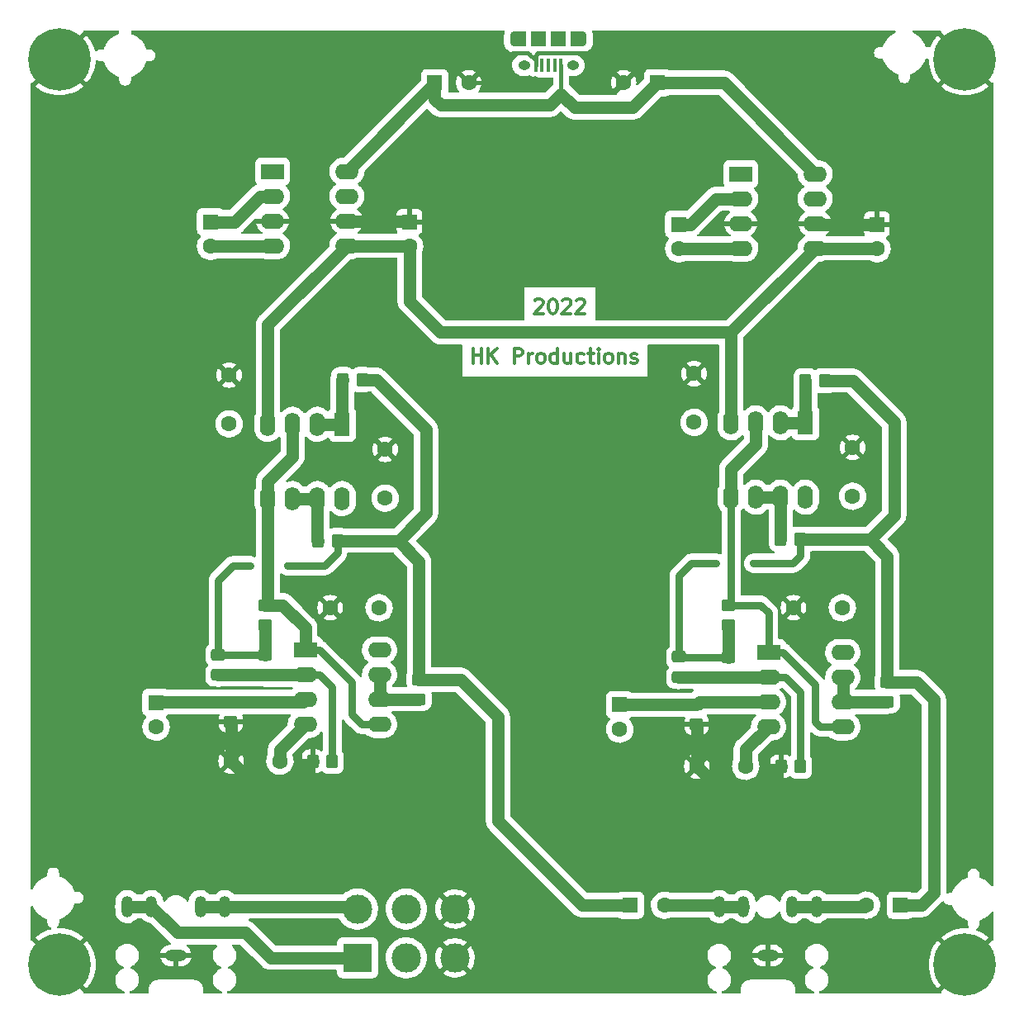
<source format=gbr>
%TF.GenerationSoftware,KiCad,Pcbnew,(6.0.7)*%
%TF.CreationDate,2022-11-01T15:51:30+01:00*%
%TF.ProjectId,headphone amp,68656164-7068-46f6-9e65-20616d702e6b,rev?*%
%TF.SameCoordinates,Original*%
%TF.FileFunction,Copper,L1,Top*%
%TF.FilePolarity,Positive*%
%FSLAX46Y46*%
G04 Gerber Fmt 4.6, Leading zero omitted, Abs format (unit mm)*
G04 Created by KiCad (PCBNEW (6.0.7)) date 2022-11-01 15:51:30*
%MOMM*%
%LPD*%
G01*
G04 APERTURE LIST*
G04 Aperture macros list*
%AMRoundRect*
0 Rectangle with rounded corners*
0 $1 Rounding radius*
0 $2 $3 $4 $5 $6 $7 $8 $9 X,Y pos of 4 corners*
0 Add a 4 corners polygon primitive as box body*
4,1,4,$2,$3,$4,$5,$6,$7,$8,$9,$2,$3,0*
0 Add four circle primitives for the rounded corners*
1,1,$1+$1,$2,$3*
1,1,$1+$1,$4,$5*
1,1,$1+$1,$6,$7*
1,1,$1+$1,$8,$9*
0 Add four rect primitives between the rounded corners*
20,1,$1+$1,$2,$3,$4,$5,0*
20,1,$1+$1,$4,$5,$6,$7,0*
20,1,$1+$1,$6,$7,$8,$9,0*
20,1,$1+$1,$8,$9,$2,$3,0*%
G04 Aperture macros list end*
%ADD10C,0.300000*%
%TA.AperFunction,NonConductor*%
%ADD11C,0.300000*%
%TD*%
%TA.AperFunction,ComponentPad*%
%ADD12R,1.600000X1.600000*%
%TD*%
%TA.AperFunction,ComponentPad*%
%ADD13C,1.600000*%
%TD*%
%TA.AperFunction,ComponentPad*%
%ADD14C,6.400000*%
%TD*%
%TA.AperFunction,ComponentPad*%
%ADD15R,2.400000X1.600000*%
%TD*%
%TA.AperFunction,ComponentPad*%
%ADD16O,2.400000X1.600000*%
%TD*%
%TA.AperFunction,SMDPad,CuDef*%
%ADD17RoundRect,0.250000X-0.350000X-0.450000X0.350000X-0.450000X0.350000X0.450000X-0.350000X0.450000X0*%
%TD*%
%TA.AperFunction,SMDPad,CuDef*%
%ADD18RoundRect,0.250000X0.350000X0.450000X-0.350000X0.450000X-0.350000X-0.450000X0.350000X-0.450000X0*%
%TD*%
%TA.AperFunction,SMDPad,CuDef*%
%ADD19RoundRect,0.250000X0.450000X-0.350000X0.450000X0.350000X-0.450000X0.350000X-0.450000X-0.350000X0*%
%TD*%
%TA.AperFunction,ComponentPad*%
%ADD20R,1.600000X2.400000*%
%TD*%
%TA.AperFunction,ComponentPad*%
%ADD21O,1.600000X2.400000*%
%TD*%
%TA.AperFunction,SMDPad,CuDef*%
%ADD22RoundRect,0.250000X-0.450000X0.350000X-0.450000X-0.350000X0.450000X-0.350000X0.450000X0.350000X0*%
%TD*%
%TA.AperFunction,SMDPad,CuDef*%
%ADD23R,0.400000X1.350000*%
%TD*%
%TA.AperFunction,SMDPad,CuDef*%
%ADD24R,1.200000X1.550000*%
%TD*%
%TA.AperFunction,ComponentPad*%
%ADD25O,0.890000X1.550000*%
%TD*%
%TA.AperFunction,ComponentPad*%
%ADD26O,1.250000X0.950000*%
%TD*%
%TA.AperFunction,SMDPad,CuDef*%
%ADD27R,1.500000X1.550000*%
%TD*%
%TA.AperFunction,ComponentPad*%
%ADD28O,2.200000X1.200000*%
%TD*%
%TA.AperFunction,ComponentPad*%
%ADD29O,1.200000X2.200000*%
%TD*%
%TA.AperFunction,SMDPad,CuDef*%
%ADD30RoundRect,0.250000X-0.475000X0.337500X-0.475000X-0.337500X0.475000X-0.337500X0.475000X0.337500X0*%
%TD*%
%TA.AperFunction,ComponentPad*%
%ADD31R,3.000000X3.000000*%
%TD*%
%TA.AperFunction,ComponentPad*%
%ADD32C,3.000000*%
%TD*%
%TA.AperFunction,ViaPad*%
%ADD33C,0.700000*%
%TD*%
%TA.AperFunction,Conductor*%
%ADD34C,1.270000*%
%TD*%
%TA.AperFunction,Conductor*%
%ADD35C,0.381000*%
%TD*%
%TA.AperFunction,Conductor*%
%ADD36C,0.762000*%
%TD*%
G04 APERTURE END LIST*
D10*
D11*
X152292571Y-78328428D02*
X152364000Y-78257000D01*
X152506857Y-78185571D01*
X152864000Y-78185571D01*
X153006857Y-78257000D01*
X153078285Y-78328428D01*
X153149714Y-78471285D01*
X153149714Y-78614142D01*
X153078285Y-78828428D01*
X152221142Y-79685571D01*
X153149714Y-79685571D01*
X154078285Y-78185571D02*
X154221142Y-78185571D01*
X154364000Y-78257000D01*
X154435428Y-78328428D01*
X154506857Y-78471285D01*
X154578285Y-78757000D01*
X154578285Y-79114142D01*
X154506857Y-79399857D01*
X154435428Y-79542714D01*
X154364000Y-79614142D01*
X154221142Y-79685571D01*
X154078285Y-79685571D01*
X153935428Y-79614142D01*
X153864000Y-79542714D01*
X153792571Y-79399857D01*
X153721142Y-79114142D01*
X153721142Y-78757000D01*
X153792571Y-78471285D01*
X153864000Y-78328428D01*
X153935428Y-78257000D01*
X154078285Y-78185571D01*
X155149714Y-78328428D02*
X155221142Y-78257000D01*
X155364000Y-78185571D01*
X155721142Y-78185571D01*
X155864000Y-78257000D01*
X155935428Y-78328428D01*
X156006857Y-78471285D01*
X156006857Y-78614142D01*
X155935428Y-78828428D01*
X155078285Y-79685571D01*
X156006857Y-79685571D01*
X156578285Y-78328428D02*
X156649714Y-78257000D01*
X156792571Y-78185571D01*
X157149714Y-78185571D01*
X157292571Y-78257000D01*
X157364000Y-78328428D01*
X157435428Y-78471285D01*
X157435428Y-78614142D01*
X157364000Y-78828428D01*
X156506857Y-79685571D01*
X157435428Y-79685571D01*
D10*
D11*
X145963142Y-84765571D02*
X145963142Y-83265571D01*
X145963142Y-83979857D02*
X146820285Y-83979857D01*
X146820285Y-84765571D02*
X146820285Y-83265571D01*
X147534571Y-84765571D02*
X147534571Y-83265571D01*
X148391714Y-84765571D02*
X147748857Y-83908428D01*
X148391714Y-83265571D02*
X147534571Y-84122714D01*
X150177428Y-84765571D02*
X150177428Y-83265571D01*
X150748857Y-83265571D01*
X150891714Y-83337000D01*
X150963142Y-83408428D01*
X151034571Y-83551285D01*
X151034571Y-83765571D01*
X150963142Y-83908428D01*
X150891714Y-83979857D01*
X150748857Y-84051285D01*
X150177428Y-84051285D01*
X151677428Y-84765571D02*
X151677428Y-83765571D01*
X151677428Y-84051285D02*
X151748857Y-83908428D01*
X151820285Y-83837000D01*
X151963142Y-83765571D01*
X152106000Y-83765571D01*
X152820285Y-84765571D02*
X152677428Y-84694142D01*
X152606000Y-84622714D01*
X152534571Y-84479857D01*
X152534571Y-84051285D01*
X152606000Y-83908428D01*
X152677428Y-83837000D01*
X152820285Y-83765571D01*
X153034571Y-83765571D01*
X153177428Y-83837000D01*
X153248857Y-83908428D01*
X153320285Y-84051285D01*
X153320285Y-84479857D01*
X153248857Y-84622714D01*
X153177428Y-84694142D01*
X153034571Y-84765571D01*
X152820285Y-84765571D01*
X154606000Y-84765571D02*
X154606000Y-83265571D01*
X154606000Y-84694142D02*
X154463142Y-84765571D01*
X154177428Y-84765571D01*
X154034571Y-84694142D01*
X153963142Y-84622714D01*
X153891714Y-84479857D01*
X153891714Y-84051285D01*
X153963142Y-83908428D01*
X154034571Y-83837000D01*
X154177428Y-83765571D01*
X154463142Y-83765571D01*
X154606000Y-83837000D01*
X155963142Y-83765571D02*
X155963142Y-84765571D01*
X155320285Y-83765571D02*
X155320285Y-84551285D01*
X155391714Y-84694142D01*
X155534571Y-84765571D01*
X155748857Y-84765571D01*
X155891714Y-84694142D01*
X155963142Y-84622714D01*
X157320285Y-84694142D02*
X157177428Y-84765571D01*
X156891714Y-84765571D01*
X156748857Y-84694142D01*
X156677428Y-84622714D01*
X156606000Y-84479857D01*
X156606000Y-84051285D01*
X156677428Y-83908428D01*
X156748857Y-83837000D01*
X156891714Y-83765571D01*
X157177428Y-83765571D01*
X157320285Y-83837000D01*
X157748857Y-83765571D02*
X158320285Y-83765571D01*
X157963142Y-83265571D02*
X157963142Y-84551285D01*
X158034571Y-84694142D01*
X158177428Y-84765571D01*
X158320285Y-84765571D01*
X158820285Y-84765571D02*
X158820285Y-83765571D01*
X158820285Y-83265571D02*
X158748857Y-83337000D01*
X158820285Y-83408428D01*
X158891714Y-83337000D01*
X158820285Y-83265571D01*
X158820285Y-83408428D01*
X159748857Y-84765571D02*
X159606000Y-84694142D01*
X159534571Y-84622714D01*
X159463142Y-84479857D01*
X159463142Y-84051285D01*
X159534571Y-83908428D01*
X159606000Y-83837000D01*
X159748857Y-83765571D01*
X159963142Y-83765571D01*
X160106000Y-83837000D01*
X160177428Y-83908428D01*
X160248857Y-84051285D01*
X160248857Y-84479857D01*
X160177428Y-84622714D01*
X160106000Y-84694142D01*
X159963142Y-84765571D01*
X159748857Y-84765571D01*
X160891714Y-83765571D02*
X160891714Y-84765571D01*
X160891714Y-83908428D02*
X160963142Y-83837000D01*
X161106000Y-83765571D01*
X161320285Y-83765571D01*
X161463142Y-83837000D01*
X161534571Y-83979857D01*
X161534571Y-84765571D01*
X162177428Y-84694142D02*
X162320285Y-84765571D01*
X162606000Y-84765571D01*
X162748857Y-84694142D01*
X162820285Y-84551285D01*
X162820285Y-84479857D01*
X162748857Y-84337000D01*
X162606000Y-84265571D01*
X162391714Y-84265571D01*
X162248857Y-84194142D01*
X162177428Y-84051285D01*
X162177428Y-83979857D01*
X162248857Y-83837000D01*
X162391714Y-83765571D01*
X162606000Y-83765571D01*
X162748857Y-83837000D01*
D12*
%TO.P,C19,1*%
%TO.N,L_SIGNAL_OUT*%
X162101349Y-140348000D03*
D13*
%TO.P,C19,2*%
%TO.N,Net-(C19-Pad2)*%
X165601349Y-140348000D03*
%TD*%
%TO.P,C9,1*%
%TO.N,+5V*%
X136324000Y-109858000D03*
%TO.P,C9,2*%
%TO.N,GND*%
X131324000Y-109858000D03*
%TD*%
D14*
%TO.P,H4,1,1*%
%TO.N,GND*%
X103556000Y-53607000D03*
%TD*%
D15*
%TO.P,U2,1,FC*%
%TO.N,unconnected-(U2-Pad1)*%
X173416000Y-65380379D03*
D16*
%TO.P,U2,2,CAP+*%
%TO.N,Net-(C5-Pad1)*%
X173416000Y-67920379D03*
%TO.P,U2,3,GND*%
%TO.N,GND*%
X173416000Y-70460379D03*
%TO.P,U2,4,CAP-*%
%TO.N,Net-(C5-Pad2)*%
X173416000Y-73000379D03*
%TO.P,U2,5,OUT*%
%TO.N,-5V*%
X181036000Y-73000379D03*
%TO.P,U2,6,LV*%
%TO.N,GND*%
X181036000Y-70460379D03*
%TO.P,U2,7,OSC*%
%TO.N,unconnected-(U2-Pad7)*%
X181036000Y-67920379D03*
%TO.P,U2,8,V+*%
%TO.N,+5V*%
X181036000Y-65380379D03*
%TD*%
D14*
%TO.P,H3,1,1*%
%TO.N,GND*%
X196393000Y-53607000D03*
%TD*%
%TO.P,H2,1,1*%
%TO.N,GND*%
X196393000Y-146444000D03*
%TD*%
D17*
%TO.P,R4,1*%
%TO.N,GND*%
X177528000Y-126114000D03*
%TO.P,R4,2*%
%TO.N,Net-(C14-Pad2)*%
X179528000Y-126114000D03*
%TD*%
D15*
%TO.P,U1,1,FC*%
%TO.N,unconnected-(U1-Pad1)*%
X125410000Y-65126379D03*
D16*
%TO.P,U1,2,CAP+*%
%TO.N,Net-(C6-Pad1)*%
X125410000Y-67666379D03*
%TO.P,U1,3,GND*%
%TO.N,GND*%
X125410000Y-70206379D03*
%TO.P,U1,4,CAP-*%
%TO.N,Net-(C6-Pad2)*%
X125410000Y-72746379D03*
%TO.P,U1,5,OUT*%
%TO.N,-5V*%
X133030000Y-72746379D03*
%TO.P,U1,6,LV*%
%TO.N,GND*%
X133030000Y-70206379D03*
%TO.P,U1,7,OSC*%
%TO.N,unconnected-(U1-Pad7)*%
X133030000Y-67666379D03*
%TO.P,U1,8,V+*%
%TO.N,+5V*%
X133030000Y-65126379D03*
%TD*%
D13*
%TO.P,C10,1*%
%TO.N,GND*%
X121164000Y-125590000D03*
%TO.P,C10,2*%
%TO.N,-5V*%
X126164000Y-125590000D03*
%TD*%
D18*
%TO.P,R13,1*%
%TO.N,L_SIGNAL_OUT*%
X132072000Y-102974000D03*
%TO.P,R13,2*%
%TO.N,Net-(R13-Pad2)*%
X130072000Y-102974000D03*
%TD*%
D13*
%TO.P,C11,1*%
%TO.N,+5V*%
X183822000Y-109858000D03*
%TO.P,C11,2*%
%TO.N,GND*%
X178822000Y-109858000D03*
%TD*%
%TO.P,C15,1*%
%TO.N,+5V*%
X136946000Y-98616000D03*
%TO.P,C15,2*%
%TO.N,GND*%
X136946000Y-93616000D03*
%TD*%
D17*
%TO.P,R3,1*%
%TO.N,GND*%
X129522000Y-125590000D03*
%TO.P,R3,2*%
%TO.N,Net-(C13-Pad2)*%
X131522000Y-125590000D03*
%TD*%
D19*
%TO.P,R9,1*%
%TO.N,Net-(R9-Pad1)*%
X140428000Y-119224000D03*
%TO.P,R9,2*%
%TO.N,L_SIGNAL_OUT*%
X140428000Y-117224000D03*
%TD*%
D20*
%TO.P,U6,1*%
%TO.N,Net-(R12-Pad2)*%
X180042000Y-90898000D03*
D21*
%TO.P,U6,2,-*%
X177502000Y-90898000D03*
%TO.P,U6,3,+*%
%TO.N,Net-(R8-Pad1)*%
X174962000Y-90898000D03*
%TO.P,U6,4,V-*%
%TO.N,-5V*%
X172422000Y-90898000D03*
%TO.P,U6,5,+*%
%TO.N,Net-(R8-Pad1)*%
X172422000Y-98518000D03*
%TO.P,U6,6,-*%
%TO.N,Net-(R14-Pad2)*%
X174962000Y-98518000D03*
%TO.P,U6,7*%
X177502000Y-98518000D03*
%TO.P,U6,8,V+*%
%TO.N,+5V*%
X180042000Y-98518000D03*
%TD*%
D22*
%TO.P,R7,1*%
%TO.N,Net-(R7-Pad1)*%
X124680000Y-109604000D03*
%TO.P,R7,2*%
%TO.N,L_SIGNAL_OUT*%
X124680000Y-111604000D03*
%TD*%
D23*
%TO.P,J1,1,VBUS*%
%TO.N,+5V*%
X154990000Y-54246000D03*
%TO.P,J1,2,D-*%
%TO.N,unconnected-(J1-Pad2)*%
X154340000Y-54246000D03*
%TO.P,J1,3,D+*%
%TO.N,unconnected-(J1-Pad3)*%
X153690000Y-54246000D03*
%TO.P,J1,4,ID*%
%TO.N,unconnected-(J1-Pad4)*%
X153040000Y-54246000D03*
%TO.P,J1,5,GND*%
%TO.N,GND*%
X152390000Y-54246000D03*
D24*
%TO.P,J1,6,Shield*%
%TO.N,unconnected-(J1-Pad6)*%
X156590000Y-51546000D03*
D25*
X150190000Y-51546000D03*
D26*
X156190000Y-54246000D03*
D27*
X154690000Y-51546000D03*
D24*
X150790000Y-51546000D03*
D25*
X157190000Y-51546000D03*
D27*
X152690000Y-51546000D03*
D26*
X151190000Y-54246000D03*
%TD*%
D28*
%TO.P,J2,G*%
%TO.N,GND*%
X115500000Y-145500000D03*
D29*
%TO.P,J2,S*%
%TO.N,Net-(J2-PadS)*%
X110500000Y-140500000D03*
%TO.P,J2,SN*%
X113000000Y-140500000D03*
%TO.P,J2,T*%
%TO.N,Net-(J2-PadT)*%
X120500000Y-140500000D03*
%TO.P,J2,TN*%
X118000000Y-140500000D03*
%TD*%
D22*
%TO.P,R2,1*%
%TO.N,R_SIGNAL_IN*%
X168876000Y-119780000D03*
%TO.P,R2,2*%
%TO.N,GND*%
X168876000Y-121780000D03*
%TD*%
%TO.P,R1,1*%
%TO.N,L_SIGNAL_IN*%
X121124000Y-119510000D03*
%TO.P,R1,2*%
%TO.N,GND*%
X121124000Y-121510000D03*
%TD*%
D13*
%TO.P,C12,1*%
%TO.N,GND*%
X168916000Y-126114000D03*
%TO.P,C12,2*%
%TO.N,-5V*%
X173916000Y-126114000D03*
%TD*%
D15*
%TO.P,U4,1*%
%TO.N,Net-(R8-Pad1)*%
X176252000Y-114440000D03*
D16*
%TO.P,U4,2,-*%
%TO.N,Net-(C14-Pad2)*%
X176252000Y-116980000D03*
%TO.P,U4,3,+*%
%TO.N,R_SIGNAL_IN*%
X176252000Y-119520000D03*
%TO.P,U4,4,V-*%
%TO.N,-5V*%
X176252000Y-122060000D03*
%TO.P,U4,5,+*%
%TO.N,Net-(R8-Pad1)*%
X183872000Y-122060000D03*
%TO.P,U4,6,-*%
%TO.N,Net-(R10-Pad1)*%
X183872000Y-119520000D03*
%TO.P,U4,7*%
X183872000Y-116980000D03*
%TO.P,U4,8,V+*%
%TO.N,+5V*%
X183872000Y-114440000D03*
%TD*%
D19*
%TO.P,R5,1*%
%TO.N,Net-(C13-Pad2)*%
X124680000Y-116700000D03*
%TO.P,R5,2*%
%TO.N,L_SIGNAL_OUT*%
X124680000Y-114700000D03*
%TD*%
D28*
%TO.P,J3,G*%
%TO.N,GND*%
X176200000Y-145500000D03*
D29*
%TO.P,J3,S*%
%TO.N,Net-(C19-Pad2)*%
X171200000Y-140500000D03*
%TO.P,J3,SN*%
X173700000Y-140500000D03*
%TO.P,J3,T*%
%TO.N,Net-(C20-Pad2)*%
X181200000Y-140500000D03*
%TO.P,J3,TN*%
X178700000Y-140500000D03*
%TD*%
D12*
%TO.P,C4,1*%
%TO.N,R_SIGNAL_IN*%
X161002000Y-119804000D03*
D13*
%TO.P,C4,2*%
%TO.N,Net-(C4-Pad2)*%
X161002000Y-122304000D03*
%TD*%
D18*
%TO.P,R12,1*%
%TO.N,R_SIGNAL_OUT*%
X182052000Y-86570000D03*
%TO.P,R12,2*%
%TO.N,Net-(R12-Pad2)*%
X180052000Y-86570000D03*
%TD*%
D30*
%TO.P,C13,1*%
%TO.N,L_SIGNAL_OUT*%
X119854000Y-114662500D03*
%TO.P,C13,2*%
%TO.N,Net-(C13-Pad2)*%
X119854000Y-116737500D03*
%TD*%
D15*
%TO.P,U3,1*%
%TO.N,Net-(R7-Pad1)*%
X128754000Y-114186000D03*
D16*
%TO.P,U3,2,-*%
%TO.N,Net-(C13-Pad2)*%
X128754000Y-116726000D03*
%TO.P,U3,3,+*%
%TO.N,L_SIGNAL_IN*%
X128754000Y-119266000D03*
%TO.P,U3,4,V-*%
%TO.N,-5V*%
X128754000Y-121806000D03*
%TO.P,U3,5,+*%
%TO.N,Net-(R7-Pad1)*%
X136374000Y-121806000D03*
%TO.P,U3,6,-*%
%TO.N,Net-(R9-Pad1)*%
X136374000Y-119266000D03*
%TO.P,U3,7*%
X136374000Y-116726000D03*
%TO.P,U3,8,V+*%
%TO.N,+5V*%
X136374000Y-114186000D03*
%TD*%
D12*
%TO.P,C3,1*%
%TO.N,L_SIGNAL_IN*%
X113462000Y-119581621D03*
D13*
%TO.P,C3,2*%
%TO.N,Net-(C3-Pad2)*%
X113462000Y-122081621D03*
%TD*%
D12*
%TO.P,C8,1*%
%TO.N,GND*%
X187376000Y-70538000D03*
D13*
%TO.P,C8,2*%
%TO.N,-5V*%
X187376000Y-73038000D03*
%TD*%
%TO.P,C17,1*%
%TO.N,+5V*%
X184878000Y-98428000D03*
%TO.P,C17,2*%
%TO.N,GND*%
X184878000Y-93428000D03*
%TD*%
D12*
%TO.P,C2,1*%
%TO.N,+5V*%
X142035349Y-56020000D03*
D13*
%TO.P,C2,2*%
%TO.N,GND*%
X145535349Y-56020000D03*
%TD*%
D12*
%TO.P,C1,1*%
%TO.N,+5V*%
X164898651Y-56020000D03*
D13*
%TO.P,C1,2*%
%TO.N,GND*%
X161398651Y-56020000D03*
%TD*%
D19*
%TO.P,R6,1*%
%TO.N,Net-(C14-Pad2)*%
X172178000Y-116954000D03*
%TO.P,R6,2*%
%TO.N,R_SIGNAL_OUT*%
X172178000Y-114954000D03*
%TD*%
D22*
%TO.P,R8,1*%
%TO.N,Net-(R8-Pad1)*%
X172178000Y-109636000D03*
%TO.P,R8,2*%
%TO.N,R_SIGNAL_OUT*%
X172178000Y-111636000D03*
%TD*%
D12*
%TO.P,C6,1*%
%TO.N,Net-(C6-Pad1)*%
X119050000Y-70284000D03*
D13*
%TO.P,C6,2*%
%TO.N,Net-(C6-Pad2)*%
X119050000Y-72784000D03*
%TD*%
D12*
%TO.P,C5,1*%
%TO.N,Net-(C5-Pad1)*%
X167056000Y-70538000D03*
D13*
%TO.P,C5,2*%
%TO.N,Net-(C5-Pad2)*%
X167056000Y-73038000D03*
%TD*%
D18*
%TO.P,R14,1*%
%TO.N,R_SIGNAL_OUT*%
X179512000Y-102826000D03*
%TO.P,R14,2*%
%TO.N,Net-(R14-Pad2)*%
X177512000Y-102826000D03*
%TD*%
%TO.P,R11,1*%
%TO.N,L_SIGNAL_OUT*%
X134612000Y-86464000D03*
%TO.P,R11,2*%
%TO.N,Net-(R11-Pad2)*%
X132612000Y-86464000D03*
%TD*%
D20*
%TO.P,U5,1*%
%TO.N,Net-(R11-Pad2)*%
X132554000Y-91046000D03*
D21*
%TO.P,U5,2,-*%
X130014000Y-91046000D03*
%TO.P,U5,3,+*%
%TO.N,Net-(R7-Pad1)*%
X127474000Y-91046000D03*
%TO.P,U5,4,V-*%
%TO.N,-5V*%
X124934000Y-91046000D03*
%TO.P,U5,5,+*%
%TO.N,Net-(R7-Pad1)*%
X124934000Y-98666000D03*
%TO.P,U5,6,-*%
%TO.N,Net-(R13-Pad2)*%
X127474000Y-98666000D03*
%TO.P,U5,7*%
X130014000Y-98666000D03*
%TO.P,U5,8,V+*%
%TO.N,+5V*%
X132554000Y-98666000D03*
%TD*%
D30*
%TO.P,C14,1*%
%TO.N,R_SIGNAL_OUT*%
X167098000Y-114895000D03*
%TO.P,C14,2*%
%TO.N,Net-(C14-Pad2)*%
X167098000Y-116970000D03*
%TD*%
D13*
%TO.P,C18,1*%
%TO.N,GND*%
X168622000Y-85848000D03*
%TO.P,C18,2*%
%TO.N,-5V*%
X168622000Y-90848000D03*
%TD*%
D19*
%TO.P,R10,1*%
%TO.N,Net-(R10-Pad1)*%
X188434000Y-119478000D03*
%TO.P,R10,2*%
%TO.N,R_SIGNAL_OUT*%
X188434000Y-117478000D03*
%TD*%
D13*
%TO.P,C16,1*%
%TO.N,GND*%
X120944000Y-85996000D03*
%TO.P,C16,2*%
%TO.N,-5V*%
X120944000Y-90996000D03*
%TD*%
D12*
%TO.P,C20,1*%
%TO.N,R_SIGNAL_OUT*%
X189790651Y-140348000D03*
D13*
%TO.P,C20,2*%
%TO.N,Net-(C20-Pad2)*%
X186290651Y-140348000D03*
%TD*%
D31*
%TO.P,RV1,1,1*%
%TO.N,Net-(J2-PadS)*%
X134116000Y-145750000D03*
D32*
%TO.P,RV1,2,2*%
%TO.N,Net-(C3-Pad2)*%
X139116000Y-145750000D03*
%TO.P,RV1,3,3*%
%TO.N,GND*%
X144116000Y-145750000D03*
%TO.P,RV1,4,4*%
%TO.N,Net-(J2-PadT)*%
X134116000Y-140750000D03*
%TO.P,RV1,5,5*%
%TO.N,Net-(C4-Pad2)*%
X139116000Y-140750000D03*
%TO.P,RV1,6,6*%
%TO.N,GND*%
X144116000Y-140750000D03*
%TD*%
D14*
%TO.P,H1,1,1*%
%TO.N,GND*%
X103556000Y-146444000D03*
%TD*%
D12*
%TO.P,C7,1*%
%TO.N,GND*%
X139454000Y-70284000D03*
D13*
%TO.P,C7,2*%
%TO.N,-5V*%
X139454000Y-72784000D03*
%TD*%
D33*
%TO.N,L_SIGNAL_OUT*%
X126924000Y-105550000D03*
X123114000Y-105550000D03*
%TO.N,R_SIGNAL_OUT*%
X174718000Y-105286000D03*
X170908000Y-105286000D03*
%TD*%
D34*
%TO.N,+5V*%
X142672000Y-58306000D02*
X153846000Y-58306000D01*
X181036000Y-65380379D02*
X171675621Y-56020000D01*
X153846000Y-58306000D02*
X154990000Y-57162000D01*
X142035349Y-57669349D02*
X142672000Y-58306000D01*
X164898651Y-56020000D02*
X162358651Y-58560000D01*
X142035349Y-56121030D02*
X142035349Y-56020000D01*
X162358651Y-58560000D02*
X156388000Y-58560000D01*
X164898651Y-56020000D02*
X171675621Y-56020000D01*
X133030000Y-65126379D02*
X142035349Y-56121030D01*
X142035349Y-56020000D02*
X142035349Y-57669349D01*
D35*
X154990000Y-54246000D02*
X154990000Y-57162000D01*
D34*
X156388000Y-58560000D02*
X154990000Y-57162000D01*
%TO.N,GND*%
X181113621Y-70538000D02*
X181036000Y-70460379D01*
D35*
X152390000Y-53771000D02*
X151591000Y-52972000D01*
D34*
X168916000Y-121820000D02*
X168876000Y-121780000D01*
X121164000Y-125590000D02*
X121164000Y-121550000D01*
X168916000Y-126114000D02*
X168916000Y-121820000D01*
X121164000Y-121550000D02*
X121124000Y-121510000D01*
D35*
X158420000Y-52972000D02*
X158420000Y-53041349D01*
D34*
X129522000Y-125590000D02*
X127508901Y-127603099D01*
X133030000Y-70206379D02*
X139376379Y-70206379D01*
X123177099Y-127603099D02*
X121164000Y-125590000D01*
D35*
X151591000Y-52972000D02*
X150038000Y-52972000D01*
X150038000Y-52972000D02*
X146990000Y-56020000D01*
D34*
X139376379Y-70206379D02*
X139454000Y-70284000D01*
X175514901Y-128127099D02*
X175716000Y-127926000D01*
X170929099Y-128127099D02*
X175514901Y-128127099D01*
X127508901Y-127603099D02*
X123177099Y-127603099D01*
D35*
X146990000Y-56020000D02*
X145535349Y-56020000D01*
D36*
X177528000Y-126114000D02*
X175716000Y-127926000D01*
D35*
X152390000Y-54246000D02*
X152390000Y-53771000D01*
X152608000Y-52972000D02*
X158420000Y-52972000D01*
D34*
X168916000Y-126114000D02*
X170929099Y-128127099D01*
X175514901Y-128127099D02*
X177528000Y-126114000D01*
X187376000Y-70538000D02*
X181113621Y-70538000D01*
D35*
X158420000Y-53041349D02*
X161398651Y-56020000D01*
X152390000Y-53190000D02*
X152608000Y-52972000D01*
X152390000Y-54246000D02*
X152390000Y-53190000D01*
D34*
%TO.N,L_SIGNAL_IN*%
X113533621Y-119510000D02*
X113462000Y-119581621D01*
X128510000Y-119510000D02*
X128754000Y-119266000D01*
X121124000Y-119510000D02*
X113533621Y-119510000D01*
X121124000Y-119510000D02*
X128510000Y-119510000D01*
%TO.N,R_SIGNAL_IN*%
X168852000Y-119804000D02*
X168876000Y-119780000D01*
X176252000Y-119520000D02*
X169136000Y-119520000D01*
X161002000Y-119804000D02*
X168852000Y-119804000D01*
X169136000Y-119520000D02*
X168876000Y-119780000D01*
%TO.N,Net-(C5-Pad1)*%
X167056000Y-70538000D02*
X168286000Y-70538000D01*
X170903621Y-67920379D02*
X168286000Y-70538000D01*
X173416000Y-67920379D02*
X170903621Y-67920379D01*
D36*
%TO.N,Net-(C5-Pad2)*%
X167093621Y-73000379D02*
X167056000Y-73038000D01*
X173416000Y-73000379D02*
X167093621Y-73000379D01*
D34*
X167056000Y-73038000D02*
X173378379Y-73038000D01*
X173378379Y-73038000D02*
X173416000Y-73000379D01*
%TO.N,Net-(C6-Pad1)*%
X124167621Y-67666379D02*
X125410000Y-67666379D01*
X121550000Y-70284000D02*
X124167621Y-67666379D01*
X119050000Y-70284000D02*
X121550000Y-70284000D01*
%TO.N,Net-(C6-Pad2)*%
X119050000Y-72784000D02*
X125372379Y-72784000D01*
X125372379Y-72784000D02*
X125410000Y-72746379D01*
D36*
%TO.N,-5V*%
X187376000Y-73038000D02*
X181073621Y-73038000D01*
D34*
X124934000Y-80842379D02*
X133030000Y-72746379D01*
X172422000Y-90898000D02*
X172422000Y-81614379D01*
X139454000Y-78456000D02*
X139454000Y-72784000D01*
X173916000Y-126114000D02*
X173916000Y-124376000D01*
X133030000Y-72746379D02*
X139416379Y-72746379D01*
X142612379Y-81614379D02*
X139454000Y-78456000D01*
X126164000Y-124396000D02*
X126164000Y-125590000D01*
X173916000Y-124376000D02*
X173936000Y-124376000D01*
X172195621Y-81614379D02*
X142612379Y-81614379D01*
D36*
X172195621Y-81614379D02*
X172422000Y-81614379D01*
D34*
X139416379Y-72746379D02*
X139454000Y-72784000D01*
X124934000Y-91046000D02*
X124934000Y-80842379D01*
X172422000Y-81614379D02*
X181036000Y-73000379D01*
D36*
X181073621Y-73038000D02*
X181036000Y-73000379D01*
D34*
X173936000Y-124376000D02*
X176252000Y-122060000D01*
X128754000Y-121806000D02*
X126164000Y-124396000D01*
X181036000Y-73000379D02*
X187338379Y-73000379D01*
X187338379Y-73000379D02*
X187376000Y-73038000D01*
D36*
%TO.N,L_SIGNAL_OUT*%
X121336000Y-105550000D02*
X123114000Y-105550000D01*
D34*
X144694000Y-117224000D02*
X140428000Y-117224000D01*
X141148000Y-91580000D02*
X141148000Y-100144000D01*
X157150000Y-140348000D02*
X148514000Y-131712000D01*
X134612000Y-86464000D02*
X136032000Y-86464000D01*
X141148000Y-100144000D02*
X138318000Y-102974000D01*
X136032000Y-86464000D02*
X141148000Y-91580000D01*
X124680000Y-114700000D02*
X124680000Y-111604000D01*
X140428000Y-117224000D02*
X140428000Y-105084000D01*
D36*
X130734000Y-105550000D02*
X126924000Y-105550000D01*
D34*
X148514000Y-121044000D02*
X144694000Y-117224000D01*
X138318000Y-102974000D02*
X132072000Y-102974000D01*
D36*
X119854000Y-114662500D02*
X124642500Y-114662500D01*
X119854000Y-107032000D02*
X121336000Y-105550000D01*
D34*
X162101349Y-140348000D02*
X157150000Y-140348000D01*
D36*
X124642500Y-114662500D02*
X124680000Y-114700000D01*
X132072000Y-104212000D02*
X130734000Y-105550000D01*
D34*
X148514000Y-131712000D02*
X148514000Y-121044000D01*
X140428000Y-105084000D02*
X138318000Y-102974000D01*
D36*
X132072000Y-102974000D02*
X132072000Y-104212000D01*
X119854000Y-114662500D02*
X119854000Y-107032000D01*
%TO.N,Net-(C13-Pad2)*%
X131522000Y-117954000D02*
X130268000Y-116700000D01*
X131522000Y-125590000D02*
X131522000Y-117954000D01*
D34*
X128754000Y-116726000D02*
X124706000Y-116726000D01*
D36*
X130268000Y-116700000D02*
X128780000Y-116700000D01*
D34*
X119891500Y-116700000D02*
X119854000Y-116737500D01*
X124706000Y-116726000D02*
X124680000Y-116700000D01*
X124680000Y-116700000D02*
X119891500Y-116700000D01*
D36*
X128780000Y-116700000D02*
X128754000Y-116726000D01*
D34*
%TO.N,R_SIGNAL_OUT*%
X186684000Y-102826000D02*
X179512000Y-102826000D01*
X184906000Y-86570000D02*
X189154000Y-90818000D01*
D36*
X167098000Y-114895000D02*
X167098000Y-106556000D01*
X174718000Y-105286000D02*
X178782000Y-105286000D01*
X179544000Y-104524000D02*
X179544000Y-102858000D01*
X167098000Y-106556000D02*
X168368000Y-105286000D01*
D34*
X193218000Y-139078000D02*
X193218000Y-119266000D01*
X182052000Y-86570000D02*
X184906000Y-86570000D01*
X193218000Y-119266000D02*
X191430000Y-117478000D01*
X189790651Y-140348000D02*
X191948000Y-140348000D01*
D36*
X168368000Y-105286000D02*
X170908000Y-105286000D01*
X167157000Y-114954000D02*
X167098000Y-114895000D01*
X172178000Y-114954000D02*
X167157000Y-114954000D01*
D34*
X191430000Y-117478000D02*
X188434000Y-117478000D01*
X188434000Y-117478000D02*
X188434000Y-104576000D01*
D36*
X179544000Y-102858000D02*
X179512000Y-102826000D01*
D34*
X191948000Y-140348000D02*
X193218000Y-139078000D01*
X172178000Y-114954000D02*
X172178000Y-111636000D01*
X189154000Y-100356000D02*
X186684000Y-102826000D01*
D36*
X178782000Y-105286000D02*
X179544000Y-104524000D01*
D34*
X188434000Y-104576000D02*
X186684000Y-102826000D01*
X189154000Y-90818000D02*
X189154000Y-100356000D01*
%TO.N,Net-(C14-Pad2)*%
X167114000Y-116954000D02*
X167098000Y-116970000D01*
X172204000Y-116980000D02*
X172178000Y-116954000D01*
X176252000Y-116980000D02*
X172204000Y-116980000D01*
X172178000Y-116954000D02*
X167114000Y-116954000D01*
D36*
X178020000Y-116970000D02*
X179528000Y-118478000D01*
X176262000Y-116970000D02*
X178020000Y-116970000D01*
X179528000Y-118478000D02*
X179528000Y-126114000D01*
X176252000Y-116980000D02*
X176262000Y-116970000D01*
D34*
%TO.N,Net-(C19-Pad2)*%
X165601349Y-140348000D02*
X171048000Y-140348000D01*
X171200000Y-140500000D02*
X173700000Y-140500000D01*
X171048000Y-140348000D02*
X171200000Y-140500000D01*
%TO.N,Net-(C20-Pad2)*%
X181200000Y-140500000D02*
X186138651Y-140500000D01*
X178700000Y-140500000D02*
X181200000Y-140500000D01*
X186138651Y-140500000D02*
X186290651Y-140348000D01*
%TO.N,Net-(J2-PadS)*%
X110500000Y-140500000D02*
X113000000Y-140500000D01*
X115642000Y-143142000D02*
X122606000Y-143142000D01*
X122606000Y-143142000D02*
X125214000Y-145750000D01*
X125214000Y-145750000D02*
X134116000Y-145750000D01*
X113000000Y-140500000D02*
X115642000Y-143142000D01*
D36*
%TO.N,Net-(R7-Pad1)*%
X133528000Y-120790000D02*
X133528000Y-117488000D01*
X133528000Y-117488000D02*
X130226000Y-114186000D01*
D34*
X124934000Y-98666000D02*
X124934000Y-96888000D01*
X128754000Y-111884000D02*
X126458000Y-109588000D01*
X124934000Y-98666000D02*
X124934000Y-109350000D01*
X128754000Y-114186000D02*
X128754000Y-111884000D01*
X124934000Y-109350000D02*
X124680000Y-109604000D01*
X126458000Y-109588000D02*
X124696000Y-109588000D01*
X127474000Y-94348000D02*
X127474000Y-91046000D01*
X124696000Y-109588000D02*
X124680000Y-109604000D01*
D36*
X130226000Y-114186000D02*
X128754000Y-114186000D01*
D34*
X124934000Y-96888000D02*
X127474000Y-94348000D01*
D36*
X136374000Y-121806000D02*
X134544000Y-121806000D01*
X134544000Y-121806000D02*
X133528000Y-120790000D01*
%TO.N,Net-(R8-Pad1)*%
X172210000Y-109604000D02*
X172178000Y-109636000D01*
X172178000Y-109636000D02*
X172422000Y-109392000D01*
X176252000Y-110376000D02*
X175480000Y-109604000D01*
X183872000Y-122060000D02*
X181534000Y-122060000D01*
D34*
X174962000Y-90898000D02*
X174962000Y-93104000D01*
D36*
X181026000Y-117742000D02*
X177724000Y-114440000D01*
X181534000Y-122060000D02*
X181026000Y-121552000D01*
X175480000Y-109604000D02*
X172210000Y-109604000D01*
X181026000Y-121552000D02*
X181026000Y-117742000D01*
D34*
X174962000Y-93104000D02*
X172422000Y-95644000D01*
D36*
X177724000Y-114440000D02*
X176252000Y-114440000D01*
X176252000Y-114440000D02*
X176252000Y-110376000D01*
X172422000Y-109392000D02*
X172422000Y-98518000D01*
D34*
X172422000Y-98518000D02*
X172422000Y-95644000D01*
%TO.N,Net-(R9-Pad1)*%
X140428000Y-119224000D02*
X136416000Y-119224000D01*
X136374000Y-119266000D02*
X136374000Y-116726000D01*
X136416000Y-119224000D02*
X136374000Y-119266000D01*
%TO.N,Net-(R10-Pad1)*%
X183872000Y-116980000D02*
X183872000Y-119520000D01*
X188392000Y-119520000D02*
X188434000Y-119478000D01*
X183872000Y-119520000D02*
X188392000Y-119520000D01*
%TO.N,Net-(R11-Pad2)*%
X132554000Y-86522000D02*
X132612000Y-86464000D01*
X132554000Y-91046000D02*
X132554000Y-86522000D01*
X130014000Y-91046000D02*
X132554000Y-91046000D01*
%TO.N,Net-(R12-Pad2)*%
X180042000Y-90898000D02*
X180042000Y-86580000D01*
X180042000Y-86580000D02*
X180052000Y-86570000D01*
X180042000Y-90898000D02*
X177502000Y-90898000D01*
%TO.N,Net-(R13-Pad2)*%
X130014000Y-102916000D02*
X130072000Y-102974000D01*
X127474000Y-98666000D02*
X130014000Y-98666000D01*
X130014000Y-98666000D02*
X130014000Y-102916000D01*
%TO.N,Net-(R14-Pad2)*%
X177512000Y-98528000D02*
X177502000Y-98518000D01*
X177512000Y-102826000D02*
X177512000Y-98528000D01*
X174962000Y-98518000D02*
X177502000Y-98518000D01*
%TO.N,Net-(J2-PadT)*%
X120500000Y-140500000D02*
X133866000Y-140500000D01*
X133866000Y-140500000D02*
X134116000Y-140750000D01*
X118000000Y-140500000D02*
X120500000Y-140500000D01*
%TD*%
%TA.AperFunction,Conductor*%
%TO.N,GND*%
G36*
X109628621Y-50671502D02*
G01*
X109675114Y-50725158D01*
X109686500Y-50777500D01*
X109686500Y-50945325D01*
X109666498Y-51013446D01*
X109612842Y-51059939D01*
X109601005Y-51064637D01*
X109417531Y-51126917D01*
X109356245Y-51157140D01*
X109154689Y-51256536D01*
X109154684Y-51256539D01*
X109150985Y-51258363D01*
X108903875Y-51423477D01*
X108680431Y-51619431D01*
X108677715Y-51622528D01*
X108652277Y-51651535D01*
X108484477Y-51842875D01*
X108319363Y-52089985D01*
X108317539Y-52093684D01*
X108317536Y-52093689D01*
X108260053Y-52210254D01*
X108187917Y-52356531D01*
X108186592Y-52360436D01*
X108186591Y-52360437D01*
X108171501Y-52404890D01*
X108147958Y-52474249D01*
X108125638Y-52540001D01*
X108084801Y-52598077D01*
X108019049Y-52624856D01*
X108006325Y-52625500D01*
X107747639Y-52625500D01*
X107743553Y-52626038D01*
X107743552Y-52626038D01*
X107638426Y-52639878D01*
X107630238Y-52640956D01*
X107484159Y-52701464D01*
X107358718Y-52797718D01*
X107356577Y-52794927D01*
X107308485Y-52821188D01*
X107237670Y-52816123D01*
X107180834Y-52773576D01*
X107159995Y-52730679D01*
X107088211Y-52462780D01*
X107086171Y-52456502D01*
X106949260Y-52099836D01*
X106946578Y-52093811D01*
X106773128Y-51753397D01*
X106769831Y-51747687D01*
X106561747Y-51427265D01*
X106557877Y-51421939D01*
X106364522Y-51183165D01*
X106352267Y-51174700D01*
X106341176Y-51181034D01*
X103928022Y-53594188D01*
X103920408Y-53608132D01*
X103920539Y-53609965D01*
X103924790Y-53616580D01*
X106340310Y-56032100D01*
X106353386Y-56039241D01*
X106363753Y-56031784D01*
X106557877Y-55792061D01*
X106561747Y-55786735D01*
X106769831Y-55466313D01*
X106773128Y-55460603D01*
X106946578Y-55120189D01*
X106949260Y-55114164D01*
X107086171Y-54757498D01*
X107088212Y-54751216D01*
X107187094Y-54382184D01*
X107188465Y-54375734D01*
X107248234Y-53998371D01*
X107248920Y-53991834D01*
X107257638Y-53825496D01*
X107281178Y-53758516D01*
X107337193Y-53714895D01*
X107407900Y-53708483D01*
X107460168Y-53732128D01*
X107477604Y-53745507D01*
X107477608Y-53745509D01*
X107484159Y-53750536D01*
X107630238Y-53811044D01*
X107638426Y-53812122D01*
X107740013Y-53825496D01*
X107747639Y-53826500D01*
X108006325Y-53826500D01*
X108074446Y-53846502D01*
X108120939Y-53900158D01*
X108125637Y-53911995D01*
X108187917Y-54095469D01*
X108193080Y-54105938D01*
X108314272Y-54351691D01*
X108319363Y-54362015D01*
X108484477Y-54609125D01*
X108680431Y-54832569D01*
X108903875Y-55028523D01*
X109150984Y-55193637D01*
X109154683Y-55195461D01*
X109154688Y-55195464D01*
X109281842Y-55258169D01*
X109417531Y-55325083D01*
X109601002Y-55387362D01*
X109659077Y-55428199D01*
X109685856Y-55493951D01*
X109686500Y-55506675D01*
X109686500Y-55765361D01*
X109687038Y-55769447D01*
X109687038Y-55769448D01*
X109689308Y-55786688D01*
X109701956Y-55882762D01*
X109762464Y-56028841D01*
X109858718Y-56154282D01*
X109984159Y-56250536D01*
X110130238Y-56311044D01*
X110287000Y-56331682D01*
X110295188Y-56330604D01*
X110435574Y-56312122D01*
X110443762Y-56311044D01*
X110589841Y-56250536D01*
X110715282Y-56154282D01*
X110811536Y-56028841D01*
X110872044Y-55882762D01*
X110884692Y-55786688D01*
X110886962Y-55769448D01*
X110886962Y-55769447D01*
X110887500Y-55765361D01*
X110887500Y-55506675D01*
X110907502Y-55438554D01*
X110961158Y-55392061D01*
X110972995Y-55387363D01*
X111156469Y-55325083D01*
X111292158Y-55258169D01*
X111419312Y-55195464D01*
X111419317Y-55195461D01*
X111423016Y-55193637D01*
X111670125Y-55028523D01*
X111893569Y-54832569D01*
X112089523Y-54609125D01*
X112254637Y-54362015D01*
X112259729Y-54351691D01*
X112380920Y-54105938D01*
X112386083Y-54095469D01*
X112448362Y-53911998D01*
X112489199Y-53853923D01*
X112554951Y-53827144D01*
X112567675Y-53826500D01*
X112826361Y-53826500D01*
X112833988Y-53825496D01*
X112935574Y-53812122D01*
X112943762Y-53811044D01*
X113089841Y-53750536D01*
X113215282Y-53654282D01*
X113311536Y-53528841D01*
X113372044Y-53382762D01*
X113378452Y-53334092D01*
X113391604Y-53234188D01*
X113392682Y-53226000D01*
X113372044Y-53069238D01*
X113311536Y-52923159D01*
X113215282Y-52797718D01*
X113089841Y-52701464D01*
X112943762Y-52640956D01*
X112935574Y-52639878D01*
X112830448Y-52626038D01*
X112830447Y-52626038D01*
X112826361Y-52625500D01*
X112567675Y-52625500D01*
X112499554Y-52605498D01*
X112453061Y-52551842D01*
X112448362Y-52540001D01*
X112426043Y-52474249D01*
X112402499Y-52404890D01*
X112387409Y-52360437D01*
X112387408Y-52360436D01*
X112386083Y-52356531D01*
X112313947Y-52210254D01*
X112256464Y-52093689D01*
X112256461Y-52093684D01*
X112254637Y-52089985D01*
X112089523Y-51842875D01*
X111921723Y-51651535D01*
X111896285Y-51622528D01*
X111893569Y-51619431D01*
X111670125Y-51423477D01*
X111423016Y-51258363D01*
X111419317Y-51256539D01*
X111419312Y-51256536D01*
X111253483Y-51174759D01*
X111156469Y-51126917D01*
X110972998Y-51064638D01*
X110914923Y-51023801D01*
X110888144Y-50958049D01*
X110887500Y-50945325D01*
X110887500Y-50777500D01*
X110907502Y-50709379D01*
X110961158Y-50662886D01*
X111013500Y-50651500D01*
X149100023Y-50651500D01*
X149168144Y-50671502D01*
X149214637Y-50725158D01*
X149224741Y-50795432D01*
X149220125Y-50815598D01*
X149162398Y-50997577D01*
X149144500Y-51157140D01*
X149144500Y-51927595D01*
X149144800Y-51930650D01*
X149144800Y-51930659D01*
X149151669Y-52000708D01*
X149159449Y-52080055D01*
X149161231Y-52085956D01*
X149161231Y-52085958D01*
X149162447Y-52089985D01*
X149218710Y-52276337D01*
X149314967Y-52457370D01*
X149318865Y-52462149D01*
X149318868Y-52462154D01*
X149440660Y-52611486D01*
X149444554Y-52616260D01*
X149478226Y-52644116D01*
X149597785Y-52743024D01*
X149597788Y-52743026D01*
X149602535Y-52746953D01*
X149782892Y-52844472D01*
X149978756Y-52905102D01*
X149984878Y-52905745D01*
X149984881Y-52905746D01*
X150176537Y-52925889D01*
X150176539Y-52925889D01*
X150182666Y-52926533D01*
X150232269Y-52922019D01*
X150243688Y-52921500D01*
X150252049Y-52921500D01*
X150951298Y-52921499D01*
X151019418Y-52941501D01*
X151065911Y-52995157D01*
X151076015Y-53065430D01*
X151046522Y-53130011D01*
X150986795Y-53168395D01*
X150963265Y-53172929D01*
X150883242Y-53180564D01*
X150835703Y-53185100D01*
X150829947Y-53186789D01*
X150829945Y-53186789D01*
X150775658Y-53202715D01*
X150638777Y-53242871D01*
X150633450Y-53245615D01*
X150633449Y-53245615D01*
X150461660Y-53334092D01*
X150461657Y-53334094D01*
X150456329Y-53336838D01*
X150451619Y-53340538D01*
X150451614Y-53340541D01*
X150369167Y-53405305D01*
X150294941Y-53463611D01*
X150291010Y-53468141D01*
X150291009Y-53468142D01*
X150164367Y-53614082D01*
X150164363Y-53614087D01*
X150160436Y-53618613D01*
X150057669Y-53796254D01*
X150055700Y-53801923D01*
X150055699Y-53801926D01*
X150038332Y-53851938D01*
X149990346Y-53990122D01*
X149989485Y-53996060D01*
X149973554Y-54105938D01*
X149960898Y-54193223D01*
X149970386Y-54398229D01*
X150018469Y-54597741D01*
X150020947Y-54603191D01*
X150020948Y-54603194D01*
X150060451Y-54690074D01*
X150103412Y-54784562D01*
X150222149Y-54951950D01*
X150226472Y-54956088D01*
X150226476Y-54956093D01*
X150363156Y-55086935D01*
X150370396Y-55093866D01*
X150542804Y-55205189D01*
X150548370Y-55207432D01*
X150727583Y-55279657D01*
X150727586Y-55279658D01*
X150733152Y-55281901D01*
X150818114Y-55298493D01*
X150930126Y-55320368D01*
X150930129Y-55320368D01*
X150934572Y-55321236D01*
X150939970Y-55321500D01*
X151391273Y-55321500D01*
X151544297Y-55306900D01*
X151710408Y-55258169D01*
X151781402Y-55258186D01*
X151826369Y-55284874D01*
X151827096Y-55283904D01*
X151936351Y-55365786D01*
X151951946Y-55374324D01*
X152072394Y-55419478D01*
X152087649Y-55423105D01*
X152138514Y-55428631D01*
X152145328Y-55429000D01*
X152171885Y-55429000D01*
X152187124Y-55424525D01*
X152188329Y-55423135D01*
X152192659Y-55403229D01*
X152226684Y-55340916D01*
X152288996Y-55306891D01*
X152359812Y-55311955D01*
X152404875Y-55340916D01*
X152406695Y-55342736D01*
X152411718Y-55349282D01*
X152537159Y-55445536D01*
X152683238Y-55506044D01*
X152691426Y-55507122D01*
X152796545Y-55520961D01*
X152800639Y-55521500D01*
X153039970Y-55521500D01*
X153279360Y-55521499D01*
X153348553Y-55512390D01*
X153381443Y-55512390D01*
X153450639Y-55521500D01*
X153689941Y-55521500D01*
X153929360Y-55521499D01*
X153998553Y-55512390D01*
X154031443Y-55512390D01*
X154052875Y-55515212D01*
X154089448Y-55520027D01*
X154154375Y-55548750D01*
X154193466Y-55608016D01*
X154199000Y-55644949D01*
X154199000Y-56153549D01*
X154178998Y-56221670D01*
X154162095Y-56242644D01*
X154145133Y-56259606D01*
X154139857Y-56264588D01*
X154085719Y-56312823D01*
X154082262Y-56317232D01*
X154082260Y-56317234D01*
X154067898Y-56335551D01*
X154057839Y-56346900D01*
X153371144Y-57033595D01*
X153308832Y-57067621D01*
X153282049Y-57070500D01*
X146637451Y-57070500D01*
X146569330Y-57050498D01*
X146522837Y-56996842D01*
X146512733Y-56926568D01*
X146540933Y-56863505D01*
X146544316Y-56859474D01*
X146669280Y-56681007D01*
X146674763Y-56671511D01*
X146766839Y-56474053D01*
X146770585Y-56463761D01*
X146826974Y-56253312D01*
X146828877Y-56242519D01*
X146847866Y-56025475D01*
X146847866Y-56014525D01*
X146828877Y-55797481D01*
X146826974Y-55786688D01*
X146770585Y-55576239D01*
X146766839Y-55565947D01*
X146674763Y-55368489D01*
X146669280Y-55358994D01*
X146632840Y-55306952D01*
X146622361Y-55298576D01*
X146608915Y-55305644D01*
X145624444Y-56290115D01*
X145562132Y-56324141D01*
X145491317Y-56319076D01*
X145446254Y-56290115D01*
X144461062Y-55304923D01*
X144449287Y-55298493D01*
X144437272Y-55307789D01*
X144401418Y-55358994D01*
X144395935Y-55368489D01*
X144303859Y-55565947D01*
X144300113Y-55576239D01*
X144243724Y-55786688D01*
X144241821Y-55797481D01*
X144222832Y-56014525D01*
X144222832Y-56025475D01*
X144241821Y-56242519D01*
X144243724Y-56253312D01*
X144300113Y-56463761D01*
X144303859Y-56474053D01*
X144395935Y-56671511D01*
X144401418Y-56681007D01*
X144526382Y-56859474D01*
X144529765Y-56863505D01*
X144558233Y-56928544D01*
X144547018Y-56998649D01*
X144499682Y-57051563D01*
X144433247Y-57070500D01*
X143551727Y-57070500D01*
X143483606Y-57050498D01*
X143437113Y-56996842D01*
X143426805Y-56928055D01*
X143435849Y-56859361D01*
X143435848Y-55180640D01*
X143435001Y-55174199D01*
X143421471Y-55071425D01*
X143421471Y-55071423D01*
X143420393Y-55063238D01*
X143366442Y-54932988D01*
X144813925Y-54932988D01*
X144820993Y-54946434D01*
X145522537Y-55647978D01*
X145536481Y-55655592D01*
X145538314Y-55655461D01*
X145544929Y-55651210D01*
X146250426Y-54945713D01*
X146256856Y-54933938D01*
X146247560Y-54921923D01*
X146196355Y-54886069D01*
X146186860Y-54880586D01*
X145989402Y-54788510D01*
X145979110Y-54784764D01*
X145768661Y-54728375D01*
X145757868Y-54726472D01*
X145540824Y-54707483D01*
X145529874Y-54707483D01*
X145312830Y-54726472D01*
X145302037Y-54728375D01*
X145091588Y-54784764D01*
X145081296Y-54788510D01*
X144883838Y-54880586D01*
X144874343Y-54886069D01*
X144822301Y-54922509D01*
X144813925Y-54932988D01*
X143366442Y-54932988D01*
X143359885Y-54917159D01*
X143263631Y-54791718D01*
X143254204Y-54784484D01*
X143220292Y-54758463D01*
X143138190Y-54695464D01*
X142992111Y-54634956D01*
X142983923Y-54633878D01*
X142878797Y-54620038D01*
X142878796Y-54620038D01*
X142874710Y-54619500D01*
X142035451Y-54619500D01*
X141195989Y-54619501D01*
X141191905Y-54620039D01*
X141191899Y-54620039D01*
X141086774Y-54633878D01*
X141086772Y-54633878D01*
X141078587Y-54634956D01*
X140932508Y-54695464D01*
X140850406Y-54758463D01*
X140816495Y-54784484D01*
X140807067Y-54791718D01*
X140710813Y-54917159D01*
X140650305Y-55063238D01*
X140649227Y-55071425D01*
X140649227Y-55071426D01*
X140643601Y-55114164D01*
X140634849Y-55180639D01*
X140634849Y-55722079D01*
X140614847Y-55790200D01*
X140597944Y-55811174D01*
X132720144Y-63688974D01*
X132657832Y-63723000D01*
X132631049Y-63725879D01*
X132570320Y-63725879D01*
X132487974Y-63732866D01*
X132398488Y-63740459D01*
X132398484Y-63740460D01*
X132393177Y-63740910D01*
X132388022Y-63742248D01*
X132388016Y-63742249D01*
X132208444Y-63788857D01*
X132163126Y-63800619D01*
X132065766Y-63844476D01*
X131951285Y-63896046D01*
X131951282Y-63896047D01*
X131946424Y-63898236D01*
X131749268Y-64030970D01*
X131577295Y-64195024D01*
X131435421Y-64385709D01*
X131327705Y-64597572D01*
X131326124Y-64602663D01*
X131326123Y-64602666D01*
X131258807Y-64819460D01*
X131257225Y-64824555D01*
X131256524Y-64829844D01*
X131229305Y-65035205D01*
X131225996Y-65060168D01*
X131234913Y-65297674D01*
X131283719Y-65530283D01*
X131285677Y-65535242D01*
X131285678Y-65535244D01*
X131345728Y-65687298D01*
X131371020Y-65751342D01*
X131373787Y-65755901D01*
X131373788Y-65755904D01*
X131438344Y-65862289D01*
X131494319Y-65954532D01*
X131497816Y-65958562D01*
X131612540Y-66090770D01*
X131650090Y-66134043D01*
X131654216Y-66137426D01*
X131654220Y-66137430D01*
X131809685Y-66264903D01*
X131833880Y-66284741D01*
X131838516Y-66287380D01*
X131841789Y-66289243D01*
X131842898Y-66290392D01*
X131842917Y-66290405D01*
X131842914Y-66290409D01*
X131891098Y-66340323D01*
X131904963Y-66409953D01*
X131878982Y-66476025D01*
X131849829Y-66503268D01*
X131749268Y-66570970D01*
X131745411Y-66574649D01*
X131745409Y-66574651D01*
X131707489Y-66610825D01*
X131577295Y-66735024D01*
X131435421Y-66925709D01*
X131327705Y-67137572D01*
X131326124Y-67142663D01*
X131326123Y-67142666D01*
X131258807Y-67359460D01*
X131257225Y-67364555D01*
X131256524Y-67369844D01*
X131237747Y-67511514D01*
X131225996Y-67600168D01*
X131234913Y-67837674D01*
X131283719Y-68070283D01*
X131285677Y-68075242D01*
X131285678Y-68075244D01*
X131345728Y-68227298D01*
X131371020Y-68291342D01*
X131373787Y-68295901D01*
X131373788Y-68295904D01*
X131438344Y-68402289D01*
X131494319Y-68494532D01*
X131650090Y-68674043D01*
X131654216Y-68677426D01*
X131654220Y-68677430D01*
X131735375Y-68743972D01*
X131833880Y-68824741D01*
X131838516Y-68827380D01*
X131838519Y-68827382D01*
X131930489Y-68879734D01*
X131979795Y-68930816D01*
X131993657Y-69000447D01*
X131967674Y-69066517D01*
X131940428Y-69092449D01*
X131790533Y-69197407D01*
X131782125Y-69204463D01*
X131628084Y-69358504D01*
X131621028Y-69366912D01*
X131496069Y-69545372D01*
X131490586Y-69554868D01*
X131398510Y-69752326D01*
X131394764Y-69762618D01*
X131348606Y-69934882D01*
X131348942Y-69948978D01*
X131356884Y-69952379D01*
X134697967Y-69952379D01*
X134711498Y-69948406D01*
X134712727Y-69939857D01*
X134665236Y-69762618D01*
X134661490Y-69752326D01*
X134569414Y-69554868D01*
X134563931Y-69545372D01*
X134438972Y-69366912D01*
X134431916Y-69358504D01*
X134277875Y-69204463D01*
X134269467Y-69197407D01*
X134122839Y-69094737D01*
X134078511Y-69039280D01*
X134071202Y-68968660D01*
X134103233Y-68905300D01*
X134124743Y-68887004D01*
X134222253Y-68821356D01*
X134310732Y-68761788D01*
X134320404Y-68752562D01*
X134399162Y-68677430D01*
X134482705Y-68597734D01*
X134624579Y-68407049D01*
X134732295Y-68195186D01*
X134771079Y-68070283D01*
X134801193Y-67973298D01*
X134802775Y-67968203D01*
X134831818Y-67749084D01*
X134833304Y-67737873D01*
X134833304Y-67737870D01*
X134834004Y-67732590D01*
X134825087Y-67495084D01*
X134776281Y-67262475D01*
X134726954Y-67137572D01*
X134690941Y-67046381D01*
X134690940Y-67046379D01*
X134688980Y-67041416D01*
X134654965Y-66985360D01*
X134568448Y-66842786D01*
X134565681Y-66838226D01*
X134534817Y-66802658D01*
X134413410Y-66662748D01*
X134413408Y-66662746D01*
X134409910Y-66658715D01*
X134405784Y-66655332D01*
X134405780Y-66655328D01*
X134230247Y-66511401D01*
X134230248Y-66511401D01*
X134226120Y-66508017D01*
X134218211Y-66503515D01*
X134217102Y-66502366D01*
X134217083Y-66502353D01*
X134217086Y-66502349D01*
X134168902Y-66452435D01*
X134155037Y-66382805D01*
X134181018Y-66316733D01*
X134210171Y-66289490D01*
X134289962Y-66235771D01*
X134310732Y-66221788D01*
X134320404Y-66212562D01*
X134399162Y-66137430D01*
X134482705Y-66057734D01*
X134624579Y-65867049D01*
X134732295Y-65655186D01*
X134771079Y-65530283D01*
X134801193Y-65433298D01*
X134802775Y-65428203D01*
X134831818Y-65209084D01*
X134833304Y-65197873D01*
X134833304Y-65197870D01*
X134834004Y-65192590D01*
X134831618Y-65129026D01*
X134849050Y-65060203D01*
X134868434Y-65035205D01*
X141172095Y-58731545D01*
X141234407Y-58697519D01*
X141305222Y-58702584D01*
X141350285Y-58731545D01*
X141734814Y-59116074D01*
X141745681Y-59128465D01*
X141758876Y-59145661D01*
X141763021Y-59149432D01*
X141763024Y-59149436D01*
X141818032Y-59199489D01*
X141822327Y-59203587D01*
X141837938Y-59219198D01*
X141857562Y-59235607D01*
X141861516Y-59239056D01*
X141921998Y-59294091D01*
X141936784Y-59303366D01*
X141950646Y-59313438D01*
X141964033Y-59324631D01*
X141968909Y-59327412D01*
X142035055Y-59365141D01*
X142039574Y-59367846D01*
X142043758Y-59370470D01*
X142104080Y-59408310D01*
X142104083Y-59408312D01*
X142108828Y-59411288D01*
X142114028Y-59413379D01*
X142114035Y-59413382D01*
X142125022Y-59417799D01*
X142140439Y-59425251D01*
X142155606Y-59433902D01*
X142209206Y-59452883D01*
X142232667Y-59461191D01*
X142237603Y-59463056D01*
X142303642Y-59489603D01*
X142313458Y-59493549D01*
X142318946Y-59494686D01*
X142318951Y-59494687D01*
X142330547Y-59497088D01*
X142347054Y-59501697D01*
X142358209Y-59505647D01*
X142358212Y-59505648D01*
X142363502Y-59507521D01*
X142444184Y-59520734D01*
X142449355Y-59521692D01*
X142529421Y-59538273D01*
X142534031Y-59538539D01*
X142534033Y-59538539D01*
X142556586Y-59539839D01*
X142569685Y-59541285D01*
X142581148Y-59543162D01*
X142586766Y-59543074D01*
X142586769Y-59543074D01*
X142685932Y-59541516D01*
X142687911Y-59541500D01*
X153756127Y-59541500D01*
X153772573Y-59542578D01*
X153794054Y-59545406D01*
X153799653Y-59545142D01*
X153799655Y-59545142D01*
X153873912Y-59541640D01*
X153879847Y-59541500D01*
X153901958Y-59541500D01*
X153904742Y-59541251D01*
X153904753Y-59541251D01*
X153927430Y-59539227D01*
X153932694Y-59538868D01*
X153986976Y-59536308D01*
X154014354Y-59535017D01*
X154019818Y-59533765D01*
X154019822Y-59533765D01*
X154028257Y-59531833D01*
X154031362Y-59531122D01*
X154048290Y-59528440D01*
X154051289Y-59528173D01*
X154060077Y-59527389D01*
X154060083Y-59527388D01*
X154065673Y-59526889D01*
X154071087Y-59525408D01*
X154071092Y-59525407D01*
X154144537Y-59505314D01*
X154149655Y-59504028D01*
X154223864Y-59487032D01*
X154223866Y-59487031D01*
X154229334Y-59485779D01*
X154245379Y-59478935D01*
X154261564Y-59473299D01*
X154272995Y-59470172D01*
X154272994Y-59470172D01*
X154278402Y-59468693D01*
X154310299Y-59453479D01*
X154352227Y-59433481D01*
X154357036Y-59431310D01*
X154427036Y-59401452D01*
X154427037Y-59401452D01*
X154432196Y-59399251D01*
X154446789Y-59389665D01*
X154461704Y-59381262D01*
X154477463Y-59373745D01*
X154543893Y-59326011D01*
X154548168Y-59323073D01*
X154616530Y-59278167D01*
X154636843Y-59260068D01*
X154647130Y-59251827D01*
X154656564Y-59245048D01*
X154660465Y-59241022D01*
X154660469Y-59241019D01*
X154729592Y-59169689D01*
X154730981Y-59168279D01*
X154900904Y-58998356D01*
X154963216Y-58964330D01*
X155034031Y-58969395D01*
X155079094Y-58998356D01*
X155450820Y-59370082D01*
X155461682Y-59382466D01*
X155474876Y-59399661D01*
X155479021Y-59403432D01*
X155479024Y-59403436D01*
X155534021Y-59453479D01*
X155538316Y-59457577D01*
X155553938Y-59473199D01*
X155565336Y-59482730D01*
X155573556Y-59489603D01*
X155577530Y-59493070D01*
X155630772Y-59541516D01*
X155637998Y-59548091D01*
X155652790Y-59557370D01*
X155666640Y-59567433D01*
X155680034Y-59578631D01*
X155684907Y-59581410D01*
X155684909Y-59581412D01*
X155751055Y-59619142D01*
X155755580Y-59621851D01*
X155820070Y-59662304D01*
X155820075Y-59662307D01*
X155824828Y-59665288D01*
X155830027Y-59667378D01*
X155830029Y-59667379D01*
X155841012Y-59671794D01*
X155856435Y-59679250D01*
X155866734Y-59685124D01*
X155866738Y-59685126D01*
X155871607Y-59687903D01*
X155948702Y-59715203D01*
X155953613Y-59717059D01*
X156029458Y-59747549D01*
X156046553Y-59751089D01*
X156063046Y-59755695D01*
X156079502Y-59761522D01*
X156160191Y-59774735D01*
X156165376Y-59775696D01*
X156245421Y-59792273D01*
X156250032Y-59792539D01*
X156250033Y-59792539D01*
X156272576Y-59793839D01*
X156285681Y-59795286D01*
X156291602Y-59796255D01*
X156291604Y-59796255D01*
X156297148Y-59797163D01*
X156302762Y-59797075D01*
X156302764Y-59797075D01*
X156401996Y-59795516D01*
X156403975Y-59795500D01*
X162268778Y-59795500D01*
X162285224Y-59796578D01*
X162306705Y-59799406D01*
X162312304Y-59799142D01*
X162312306Y-59799142D01*
X162386563Y-59795640D01*
X162392498Y-59795500D01*
X162414609Y-59795500D01*
X162417393Y-59795251D01*
X162417404Y-59795251D01*
X162440081Y-59793227D01*
X162445345Y-59792868D01*
X162499627Y-59790308D01*
X162527005Y-59789017D01*
X162532469Y-59787765D01*
X162532473Y-59787765D01*
X162540908Y-59785833D01*
X162544013Y-59785122D01*
X162560941Y-59782440D01*
X162563940Y-59782173D01*
X162572728Y-59781389D01*
X162572734Y-59781388D01*
X162578324Y-59780889D01*
X162583738Y-59779408D01*
X162583743Y-59779407D01*
X162657188Y-59759314D01*
X162662306Y-59758028D01*
X162736515Y-59741032D01*
X162736517Y-59741031D01*
X162741985Y-59739779D01*
X162758030Y-59732935D01*
X162774215Y-59727299D01*
X162785646Y-59724172D01*
X162785645Y-59724172D01*
X162791053Y-59722693D01*
X162802854Y-59717064D01*
X162864878Y-59687481D01*
X162869687Y-59685310D01*
X162939687Y-59655452D01*
X162939688Y-59655452D01*
X162944847Y-59653251D01*
X162959440Y-59643665D01*
X162974355Y-59635262D01*
X162990114Y-59627745D01*
X163056544Y-59580011D01*
X163060819Y-59577073D01*
X163129181Y-59532167D01*
X163149494Y-59514068D01*
X163159781Y-59505827D01*
X163169215Y-59499048D01*
X163173116Y-59495022D01*
X163173120Y-59495019D01*
X163242243Y-59423689D01*
X163243632Y-59422279D01*
X165208507Y-57457404D01*
X165270819Y-57423378D01*
X165297602Y-57420499D01*
X165738011Y-57420499D01*
X165742095Y-57419961D01*
X165742101Y-57419961D01*
X165847226Y-57406122D01*
X165847228Y-57406122D01*
X165855413Y-57405044D01*
X166001492Y-57344536D01*
X166083594Y-57281537D01*
X166149814Y-57255937D01*
X166160298Y-57255500D01*
X171111671Y-57255500D01*
X171179792Y-57275502D01*
X171200766Y-57292405D01*
X179197404Y-65289044D01*
X179231430Y-65351356D01*
X179234220Y-65373412D01*
X179240913Y-65551674D01*
X179289719Y-65784283D01*
X179291677Y-65789242D01*
X179291678Y-65789244D01*
X179359752Y-65961616D01*
X179377020Y-66005342D01*
X179500319Y-66208532D01*
X179503816Y-66212562D01*
X179651545Y-66382805D01*
X179656090Y-66388043D01*
X179660216Y-66391426D01*
X179660220Y-66391430D01*
X179795517Y-66502366D01*
X179839880Y-66538741D01*
X179844516Y-66541380D01*
X179847789Y-66543243D01*
X179848898Y-66544392D01*
X179848917Y-66544405D01*
X179848914Y-66544409D01*
X179897098Y-66594323D01*
X179910963Y-66663953D01*
X179884982Y-66730025D01*
X179855829Y-66757268D01*
X179755268Y-66824970D01*
X179751411Y-66828649D01*
X179751409Y-66828651D01*
X179713489Y-66864825D01*
X179583295Y-66989024D01*
X179441421Y-67179709D01*
X179333705Y-67391572D01*
X179332124Y-67396663D01*
X179332123Y-67396666D01*
X179293301Y-67521694D01*
X179263225Y-67618555D01*
X179262524Y-67623844D01*
X179233491Y-67842892D01*
X179231996Y-67854168D01*
X179240913Y-68091674D01*
X179289719Y-68324283D01*
X179291677Y-68329242D01*
X179291678Y-68329244D01*
X179358546Y-68498562D01*
X179377020Y-68545342D01*
X179500319Y-68748532D01*
X179503816Y-68752562D01*
X179636355Y-68905300D01*
X179656090Y-68928043D01*
X179660216Y-68931426D01*
X179660220Y-68931430D01*
X179726191Y-68985522D01*
X179839880Y-69078741D01*
X179844516Y-69081380D01*
X179844519Y-69081382D01*
X179863961Y-69092449D01*
X179926901Y-69128276D01*
X179936489Y-69133734D01*
X179985795Y-69184816D01*
X179999657Y-69254447D01*
X179973674Y-69320517D01*
X179946428Y-69346449D01*
X179796533Y-69451407D01*
X179788125Y-69458463D01*
X179634084Y-69612504D01*
X179627028Y-69620912D01*
X179502069Y-69799372D01*
X179496586Y-69808868D01*
X179404510Y-70006326D01*
X179400764Y-70016618D01*
X179354606Y-70188882D01*
X179354942Y-70202978D01*
X179362884Y-70206379D01*
X182703967Y-70206379D01*
X182717498Y-70202406D01*
X182718727Y-70193857D01*
X182671236Y-70016618D01*
X182667490Y-70006326D01*
X182575414Y-69808868D01*
X182569931Y-69799372D01*
X182444972Y-69620912D01*
X182437916Y-69612504D01*
X182283875Y-69458463D01*
X182275467Y-69451407D01*
X182128839Y-69348737D01*
X182084511Y-69293280D01*
X182077202Y-69222660D01*
X182109233Y-69159300D01*
X182130743Y-69141004D01*
X182268143Y-69048500D01*
X182316732Y-69015788D01*
X182321128Y-69011595D01*
X182405806Y-68930816D01*
X182488705Y-68851734D01*
X182630579Y-68661049D01*
X182738295Y-68449186D01*
X182777079Y-68324283D01*
X182807193Y-68227298D01*
X182808775Y-68222203D01*
X182826782Y-68086343D01*
X182839304Y-67991873D01*
X182839304Y-67991870D01*
X182840004Y-67986590D01*
X182831087Y-67749084D01*
X182782281Y-67516475D01*
X182732954Y-67391572D01*
X182696941Y-67300381D01*
X182696940Y-67300379D01*
X182694980Y-67295416D01*
X182671981Y-67257514D01*
X182574448Y-67096786D01*
X182571681Y-67092226D01*
X182475452Y-66981331D01*
X182419410Y-66916748D01*
X182419408Y-66916746D01*
X182415910Y-66912715D01*
X182411784Y-66909332D01*
X182411780Y-66909328D01*
X182236247Y-66765401D01*
X182236248Y-66765401D01*
X182232120Y-66762017D01*
X182224211Y-66757515D01*
X182223102Y-66756366D01*
X182223083Y-66756353D01*
X182223086Y-66756349D01*
X182174902Y-66706435D01*
X182161037Y-66636805D01*
X182187018Y-66570733D01*
X182216171Y-66543490D01*
X182221318Y-66540025D01*
X182316732Y-66475788D01*
X182325144Y-66467764D01*
X182406349Y-66390298D01*
X182488705Y-66311734D01*
X182630579Y-66121049D01*
X182738295Y-65909186D01*
X182777079Y-65784283D01*
X182807193Y-65687298D01*
X182808775Y-65682203D01*
X182826783Y-65546342D01*
X182839304Y-65451873D01*
X182839304Y-65451870D01*
X182840004Y-65446590D01*
X182831087Y-65209084D01*
X182782281Y-64976475D01*
X182724373Y-64829844D01*
X182696941Y-64760381D01*
X182696940Y-64760379D01*
X182694980Y-64755416D01*
X182571681Y-64552226D01*
X182558407Y-64536929D01*
X182419410Y-64376748D01*
X182419408Y-64376746D01*
X182415910Y-64372715D01*
X182411784Y-64369332D01*
X182411780Y-64369328D01*
X182236248Y-64225402D01*
X182232120Y-64222017D01*
X182227484Y-64219378D01*
X182227481Y-64219376D01*
X182100464Y-64147074D01*
X182025567Y-64104440D01*
X181802156Y-64023345D01*
X181796908Y-64022396D01*
X181572359Y-63981791D01*
X181572352Y-63981790D01*
X181568275Y-63981053D01*
X181550009Y-63980192D01*
X181544869Y-63979949D01*
X181544862Y-63979949D01*
X181543381Y-63979879D01*
X181434950Y-63979879D01*
X181366829Y-63959877D01*
X181345855Y-63942974D01*
X176984294Y-59581412D01*
X173807268Y-56404386D01*
X193960759Y-56404386D01*
X193968216Y-56414753D01*
X194207935Y-56608874D01*
X194213272Y-56612751D01*
X194533685Y-56820830D01*
X194539394Y-56824127D01*
X194879811Y-56997578D01*
X194885836Y-57000260D01*
X195242502Y-57137171D01*
X195248784Y-57139212D01*
X195617816Y-57238094D01*
X195624266Y-57239465D01*
X196001629Y-57299234D01*
X196008167Y-57299920D01*
X196389699Y-57319916D01*
X196396301Y-57319916D01*
X196777833Y-57299920D01*
X196784371Y-57299234D01*
X197161734Y-57239465D01*
X197168184Y-57238094D01*
X197537216Y-57139212D01*
X197543498Y-57137171D01*
X197900164Y-57000260D01*
X197906189Y-56997578D01*
X198246606Y-56824127D01*
X198252315Y-56820830D01*
X198572728Y-56612751D01*
X198578065Y-56608874D01*
X198816835Y-56415522D01*
X198825300Y-56403267D01*
X198818966Y-56392176D01*
X196405812Y-53979022D01*
X196391868Y-53971408D01*
X196390035Y-53971539D01*
X196383420Y-53975790D01*
X193967900Y-56391310D01*
X193960759Y-56404386D01*
X173807268Y-56404386D01*
X172612804Y-55209922D01*
X172601937Y-55197531D01*
X172592161Y-55184790D01*
X172592157Y-55184786D01*
X172588745Y-55180339D01*
X172584600Y-55176568D01*
X172584597Y-55176564D01*
X172529600Y-55126521D01*
X172525305Y-55122423D01*
X172509683Y-55106801D01*
X172490060Y-55090394D01*
X172486095Y-55086935D01*
X172470132Y-55072409D01*
X172425623Y-55031909D01*
X172420876Y-55028932D01*
X172420873Y-55028929D01*
X172410843Y-55022638D01*
X172396973Y-55012560D01*
X172387902Y-55004975D01*
X172387894Y-55004969D01*
X172383588Y-55001369D01*
X172312558Y-54960854D01*
X172308038Y-54958149D01*
X172304761Y-54956093D01*
X172267928Y-54932988D01*
X172243541Y-54917690D01*
X172243538Y-54917688D01*
X172238793Y-54914712D01*
X172233593Y-54912621D01*
X172233586Y-54912618D01*
X172222599Y-54908201D01*
X172207182Y-54900749D01*
X172192015Y-54892098D01*
X172114954Y-54864809D01*
X172110018Y-54862944D01*
X172039365Y-54834542D01*
X172039363Y-54834542D01*
X172034163Y-54832451D01*
X172028675Y-54831314D01*
X172028670Y-54831313D01*
X172017074Y-54828912D01*
X172000567Y-54824303D01*
X171989410Y-54820352D01*
X171989404Y-54820350D01*
X171984119Y-54818479D01*
X171947856Y-54812541D01*
X171903445Y-54805268D01*
X171898257Y-54804306D01*
X171822726Y-54788664D01*
X171822722Y-54788663D01*
X171818200Y-54787727D01*
X171813589Y-54787461D01*
X171813588Y-54787461D01*
X171791045Y-54786161D01*
X171777940Y-54784714D01*
X171772019Y-54783744D01*
X171772006Y-54783743D01*
X171766473Y-54782837D01*
X171760861Y-54782925D01*
X171760858Y-54782925D01*
X171661655Y-54784484D01*
X171659675Y-54784500D01*
X166160298Y-54784500D01*
X166092177Y-54764498D01*
X166083594Y-54758463D01*
X166017155Y-54707483D01*
X166001492Y-54695464D01*
X165855413Y-54634956D01*
X165847225Y-54633878D01*
X165742099Y-54620038D01*
X165742098Y-54620038D01*
X165738012Y-54619500D01*
X164898753Y-54619500D01*
X164059291Y-54619501D01*
X164055207Y-54620039D01*
X164055201Y-54620039D01*
X163950076Y-54633878D01*
X163950074Y-54633878D01*
X163941889Y-54634956D01*
X163795810Y-54695464D01*
X163713708Y-54758463D01*
X163679797Y-54784484D01*
X163670369Y-54791718D01*
X163574115Y-54917159D01*
X163513607Y-55063238D01*
X163512529Y-55071425D01*
X163512529Y-55071426D01*
X163506903Y-55114164D01*
X163498151Y-55180639D01*
X163498151Y-55621049D01*
X163478149Y-55689170D01*
X163461246Y-55710144D01*
X162914274Y-56257116D01*
X162851962Y-56291142D01*
X162781147Y-56286077D01*
X162724311Y-56243530D01*
X162699500Y-56177010D01*
X162699658Y-56157040D01*
X162711168Y-56025475D01*
X162711168Y-56014525D01*
X162692179Y-55797481D01*
X162690276Y-55786688D01*
X162633887Y-55576239D01*
X162630141Y-55565947D01*
X162538065Y-55368489D01*
X162532582Y-55358994D01*
X162496142Y-55306952D01*
X162485663Y-55298576D01*
X162472217Y-55305644D01*
X160683574Y-57094287D01*
X160677144Y-57106062D01*
X160689010Y-57121400D01*
X160714874Y-57187518D01*
X160700885Y-57257123D01*
X160651485Y-57308116D01*
X160589353Y-57324500D01*
X156951951Y-57324500D01*
X156883830Y-57304498D01*
X156862856Y-57287595D01*
X155892378Y-56317117D01*
X155887397Y-56311841D01*
X155842909Y-56261909D01*
X155839176Y-56257719D01*
X155834763Y-56254258D01*
X155834760Y-56254256D01*
X155829251Y-56249936D01*
X155787988Y-56192162D01*
X155781000Y-56150784D01*
X155781000Y-56025475D01*
X160086134Y-56025475D01*
X160105123Y-56242519D01*
X160107026Y-56253312D01*
X160163415Y-56463761D01*
X160167161Y-56474053D01*
X160259237Y-56671511D01*
X160264720Y-56681006D01*
X160301160Y-56733048D01*
X160311639Y-56741424D01*
X160325085Y-56734356D01*
X161026629Y-56032812D01*
X161034243Y-56018868D01*
X161034112Y-56017035D01*
X161029861Y-56010420D01*
X160324364Y-55304923D01*
X160312589Y-55298493D01*
X160300574Y-55307789D01*
X160264720Y-55358994D01*
X160259237Y-55368489D01*
X160167161Y-55565947D01*
X160163415Y-55576239D01*
X160107026Y-55786688D01*
X160105123Y-55797481D01*
X160086134Y-56014525D01*
X160086134Y-56025475D01*
X155781000Y-56025475D01*
X155781000Y-55444232D01*
X155801002Y-55376111D01*
X155854658Y-55329618D01*
X155925444Y-55321240D01*
X155925617Y-55319820D01*
X155930127Y-55320368D01*
X155934572Y-55321236D01*
X155939970Y-55321500D01*
X156391273Y-55321500D01*
X156544297Y-55306900D01*
X156550053Y-55305211D01*
X156550055Y-55305211D01*
X156637161Y-55279657D01*
X156741223Y-55249129D01*
X156845420Y-55195464D01*
X156918340Y-55157908D01*
X156918343Y-55157906D01*
X156923671Y-55155162D01*
X156928381Y-55151462D01*
X156928386Y-55151459D01*
X157080341Y-55032095D01*
X157085059Y-55028389D01*
X157143659Y-54960859D01*
X157167845Y-54932988D01*
X160677227Y-54932988D01*
X160684295Y-54946434D01*
X161385839Y-55647978D01*
X161399783Y-55655592D01*
X161401616Y-55655461D01*
X161408231Y-55651210D01*
X162113728Y-54945713D01*
X162120158Y-54933938D01*
X162110862Y-54921923D01*
X162059657Y-54886069D01*
X162050162Y-54880586D01*
X161852704Y-54788510D01*
X161842412Y-54784764D01*
X161631963Y-54728375D01*
X161621170Y-54726472D01*
X161404126Y-54707483D01*
X161393176Y-54707483D01*
X161176132Y-54726472D01*
X161165339Y-54728375D01*
X160954890Y-54784764D01*
X160944598Y-54788510D01*
X160747140Y-54880586D01*
X160737645Y-54886069D01*
X160685603Y-54922509D01*
X160677227Y-54932988D01*
X157167845Y-54932988D01*
X157215633Y-54877918D01*
X157215637Y-54877913D01*
X157219564Y-54873387D01*
X157322331Y-54695746D01*
X157343816Y-54633878D01*
X157363022Y-54578569D01*
X157389654Y-54501878D01*
X157419102Y-54298777D01*
X157409614Y-54093771D01*
X157378971Y-53966621D01*
X157362935Y-53900085D01*
X157361531Y-53894259D01*
X157331016Y-53827144D01*
X157297620Y-53753696D01*
X157276588Y-53707438D01*
X157157851Y-53540050D01*
X157153528Y-53535912D01*
X157153524Y-53535907D01*
X157013934Y-53402279D01*
X157013933Y-53402279D01*
X157009604Y-53398134D01*
X156837196Y-53286811D01*
X156734975Y-53245615D01*
X156652417Y-53212343D01*
X156652414Y-53212342D01*
X156646848Y-53210099D01*
X156447473Y-53171163D01*
X156384450Y-53138476D01*
X156349103Y-53076904D01*
X156352656Y-53005997D01*
X156393980Y-52948266D01*
X156459955Y-52922041D01*
X156471624Y-52921500D01*
X157119946Y-52921499D01*
X157128165Y-52921499D01*
X157141335Y-52922189D01*
X157176537Y-52925889D01*
X157176539Y-52925889D01*
X157182666Y-52926533D01*
X157307690Y-52915155D01*
X157380714Y-52908510D01*
X157380715Y-52908510D01*
X157386855Y-52907951D01*
X157583546Y-52850061D01*
X157765247Y-52755070D01*
X157925038Y-52626596D01*
X158056830Y-52469531D01*
X158059794Y-52464139D01*
X158059797Y-52464135D01*
X158152640Y-52295254D01*
X158155606Y-52289859D01*
X158159896Y-52276337D01*
X158215740Y-52100293D01*
X158215740Y-52100292D01*
X158217602Y-52094423D01*
X158235500Y-51934860D01*
X158235500Y-51164405D01*
X158235134Y-51160664D01*
X158228331Y-51091292D01*
X158220551Y-51011945D01*
X158218061Y-51003696D01*
X158161290Y-50815663D01*
X158163583Y-50814971D01*
X158157237Y-50754898D01*
X158189134Y-50691470D01*
X158250260Y-50655356D01*
X158281193Y-50651500D01*
X189209136Y-50651500D01*
X189277257Y-50671502D01*
X189323750Y-50725158D01*
X189333854Y-50795432D01*
X189304360Y-50860012D01*
X189264864Y-50890506D01*
X189037689Y-51002536D01*
X189037684Y-51002539D01*
X189033985Y-51004363D01*
X188786875Y-51169477D01*
X188563431Y-51365431D01*
X188367477Y-51588875D01*
X188202363Y-51835985D01*
X188200539Y-51839684D01*
X188200536Y-51839689D01*
X188158706Y-51924513D01*
X188070917Y-52102531D01*
X188009321Y-52283990D01*
X188008638Y-52286001D01*
X187967801Y-52344077D01*
X187902049Y-52370856D01*
X187889325Y-52371500D01*
X187630639Y-52371500D01*
X187626553Y-52372038D01*
X187626552Y-52372038D01*
X187545619Y-52382693D01*
X187513238Y-52386956D01*
X187367159Y-52447464D01*
X187241718Y-52543718D01*
X187145464Y-52669159D01*
X187084956Y-52815238D01*
X187064318Y-52972000D01*
X187084956Y-53128762D01*
X187145464Y-53274841D01*
X187241718Y-53400282D01*
X187367159Y-53496536D01*
X187513238Y-53557044D01*
X187630639Y-53572500D01*
X187889325Y-53572500D01*
X187957446Y-53592502D01*
X188003939Y-53646158D01*
X188008638Y-53657999D01*
X188059517Y-53807884D01*
X188070917Y-53841469D01*
X188072741Y-53845167D01*
X188200070Y-54103365D01*
X188202363Y-54108015D01*
X188367477Y-54355125D01*
X188563431Y-54578569D01*
X188786875Y-54774523D01*
X189033984Y-54939637D01*
X189037683Y-54941461D01*
X189037688Y-54941464D01*
X189166477Y-55004975D01*
X189300531Y-55071083D01*
X189484002Y-55133362D01*
X189542077Y-55174199D01*
X189568856Y-55239951D01*
X189569500Y-55252675D01*
X189569500Y-55511361D01*
X189584956Y-55628762D01*
X189645464Y-55774841D01*
X189741718Y-55900282D01*
X189867159Y-55996536D01*
X190013238Y-56057044D01*
X190170000Y-56077682D01*
X190178188Y-56076604D01*
X190318574Y-56058122D01*
X190326762Y-56057044D01*
X190472841Y-55996536D01*
X190598282Y-55900282D01*
X190694536Y-55774841D01*
X190755044Y-55628762D01*
X190770500Y-55511361D01*
X190770500Y-55252675D01*
X190790502Y-55184554D01*
X190844158Y-55138061D01*
X190855995Y-55133363D01*
X191039469Y-55071083D01*
X191173523Y-55004975D01*
X191302312Y-54941464D01*
X191302317Y-54941461D01*
X191306016Y-54939637D01*
X191553125Y-54774523D01*
X191776569Y-54578569D01*
X191972523Y-54355125D01*
X192137637Y-54108015D01*
X192139931Y-54103365D01*
X192267259Y-53845167D01*
X192269083Y-53841469D01*
X192280484Y-53807884D01*
X192331362Y-53657999D01*
X192372199Y-53599923D01*
X192437951Y-53573144D01*
X192450675Y-53572500D01*
X192558534Y-53572500D01*
X192626655Y-53592502D01*
X192673148Y-53646158D01*
X192684361Y-53691906D01*
X192700080Y-53991833D01*
X192700766Y-53998371D01*
X192760535Y-54375734D01*
X192761906Y-54382184D01*
X192860788Y-54751216D01*
X192862829Y-54757498D01*
X192999740Y-55114164D01*
X193002422Y-55120189D01*
X193175872Y-55460603D01*
X193179169Y-55466313D01*
X193387253Y-55786735D01*
X193391123Y-55792061D01*
X193584478Y-56030835D01*
X193596733Y-56039300D01*
X193607824Y-56032966D01*
X196020978Y-53619812D01*
X196028592Y-53605868D01*
X196028461Y-53604035D01*
X196024210Y-53597420D01*
X193608690Y-51181900D01*
X193595614Y-51174759D01*
X193585247Y-51182216D01*
X193391123Y-51421939D01*
X193387253Y-51427265D01*
X193179169Y-51747687D01*
X193175872Y-51753397D01*
X193002422Y-52093811D01*
X192999740Y-52099836D01*
X192922103Y-52302088D01*
X192879018Y-52358516D01*
X192812264Y-52382693D01*
X192788026Y-52381856D01*
X192713449Y-52372038D01*
X192713446Y-52372038D01*
X192709361Y-52371500D01*
X192450675Y-52371500D01*
X192382554Y-52351498D01*
X192336061Y-52297842D01*
X192331362Y-52286001D01*
X192330680Y-52283990D01*
X192269083Y-52102531D01*
X192181294Y-51924513D01*
X192139464Y-51839689D01*
X192139461Y-51839684D01*
X192137637Y-51835985D01*
X191972523Y-51588875D01*
X191776569Y-51365431D01*
X191553125Y-51169477D01*
X191306016Y-51004363D01*
X191302317Y-51002539D01*
X191302312Y-51002536D01*
X191075136Y-50890506D01*
X191022887Y-50842438D01*
X191004920Y-50773752D01*
X191026939Y-50706257D01*
X191081954Y-50661380D01*
X191130864Y-50651500D01*
X193835204Y-50651500D01*
X193903325Y-50671502D01*
X193949818Y-50725158D01*
X193961134Y-50781698D01*
X193960195Y-50809848D01*
X193967034Y-50821824D01*
X199177310Y-56032100D01*
X199191255Y-56039715D01*
X199213512Y-56038123D01*
X199282886Y-56053215D01*
X199333088Y-56103417D01*
X199348500Y-56163802D01*
X199348500Y-138309578D01*
X199328498Y-138377699D01*
X199274842Y-138424192D01*
X199204568Y-138434296D01*
X199139988Y-138404802D01*
X199117735Y-138379580D01*
X199112627Y-138371936D01*
X199084523Y-138329875D01*
X198888569Y-138106431D01*
X198665125Y-137910477D01*
X198418016Y-137745363D01*
X198414317Y-137743539D01*
X198414312Y-137743536D01*
X198165136Y-137620657D01*
X198151469Y-137613917D01*
X197967998Y-137551638D01*
X197909923Y-137510801D01*
X197883144Y-137445049D01*
X197882500Y-137432325D01*
X197882500Y-137173639D01*
X197867044Y-137056238D01*
X197806536Y-136910159D01*
X197710282Y-136784718D01*
X197584841Y-136688464D01*
X197438762Y-136627956D01*
X197282000Y-136607318D01*
X197125238Y-136627956D01*
X196979159Y-136688464D01*
X196853718Y-136784718D01*
X196757464Y-136910159D01*
X196696956Y-137056238D01*
X196681500Y-137173639D01*
X196681500Y-137432325D01*
X196661498Y-137500446D01*
X196607842Y-137546939D01*
X196596005Y-137551637D01*
X196412531Y-137613917D01*
X196398864Y-137620657D01*
X196149689Y-137743536D01*
X196149684Y-137743539D01*
X196145985Y-137745363D01*
X195898875Y-137910477D01*
X195675431Y-138106431D01*
X195479477Y-138329875D01*
X195314363Y-138576985D01*
X195312539Y-138580684D01*
X195312536Y-138580689D01*
X195260815Y-138685569D01*
X195182917Y-138843531D01*
X195121839Y-139023464D01*
X195120638Y-139027001D01*
X195079801Y-139085077D01*
X195014049Y-139111856D01*
X195001325Y-139112500D01*
X194742639Y-139112500D01*
X194738553Y-139113038D01*
X194738552Y-139113038D01*
X194633424Y-139126878D01*
X194633422Y-139126879D01*
X194625238Y-139127956D01*
X194617610Y-139131116D01*
X194612112Y-139132589D01*
X194541136Y-139130900D01*
X194482340Y-139091107D01*
X194454391Y-139025843D01*
X194453500Y-139010883D01*
X194453500Y-119355873D01*
X194454578Y-119339427D01*
X194456674Y-119323505D01*
X194457406Y-119317946D01*
X194453640Y-119238087D01*
X194453500Y-119232153D01*
X194453500Y-119210042D01*
X194452585Y-119199789D01*
X194451227Y-119184570D01*
X194450868Y-119179306D01*
X194447281Y-119103248D01*
X194447017Y-119097646D01*
X194443122Y-119080638D01*
X194440440Y-119063707D01*
X194439389Y-119051923D01*
X194439388Y-119051917D01*
X194438889Y-119046327D01*
X194427994Y-119006500D01*
X194417314Y-118967463D01*
X194416028Y-118962345D01*
X194410164Y-118936742D01*
X194397779Y-118882666D01*
X194395576Y-118877501D01*
X194390935Y-118866619D01*
X194385299Y-118850436D01*
X194382174Y-118839013D01*
X194380693Y-118833598D01*
X194345495Y-118759804D01*
X194343324Y-118754996D01*
X194313451Y-118684959D01*
X194313450Y-118684957D01*
X194311252Y-118679804D01*
X194308175Y-118675119D01*
X194301670Y-118665216D01*
X194293260Y-118650290D01*
X194288161Y-118639600D01*
X194288156Y-118639591D01*
X194285745Y-118634537D01*
X194238034Y-118568141D01*
X194235063Y-118563818D01*
X194222732Y-118545046D01*
X194190167Y-118495470D01*
X194172068Y-118475157D01*
X194163827Y-118464870D01*
X194157048Y-118455436D01*
X194153022Y-118451535D01*
X194153019Y-118451531D01*
X194081690Y-118382409D01*
X194080280Y-118381020D01*
X192367183Y-116667922D01*
X192356316Y-116655531D01*
X192346540Y-116642790D01*
X192346536Y-116642786D01*
X192343124Y-116638339D01*
X192338979Y-116634568D01*
X192338976Y-116634564D01*
X192283979Y-116584521D01*
X192279684Y-116580423D01*
X192264062Y-116564801D01*
X192244439Y-116548394D01*
X192240474Y-116544935D01*
X192184151Y-116493684D01*
X192184149Y-116493682D01*
X192180002Y-116489909D01*
X192175255Y-116486932D01*
X192175252Y-116486929D01*
X192165222Y-116480638D01*
X192151352Y-116470560D01*
X192142281Y-116462975D01*
X192142273Y-116462969D01*
X192137967Y-116459369D01*
X192066937Y-116418854D01*
X192062417Y-116416149D01*
X191997920Y-116375690D01*
X191997917Y-116375688D01*
X191993172Y-116372712D01*
X191987972Y-116370621D01*
X191987965Y-116370618D01*
X191976978Y-116366201D01*
X191961561Y-116358749D01*
X191946394Y-116350098D01*
X191869333Y-116322809D01*
X191864397Y-116320944D01*
X191793744Y-116292542D01*
X191793742Y-116292542D01*
X191788542Y-116290451D01*
X191783054Y-116289314D01*
X191783049Y-116289313D01*
X191771453Y-116286912D01*
X191754946Y-116282303D01*
X191743789Y-116278352D01*
X191743783Y-116278350D01*
X191738498Y-116276479D01*
X191702235Y-116270541D01*
X191657824Y-116263268D01*
X191652636Y-116262306D01*
X191577105Y-116246664D01*
X191577101Y-116246663D01*
X191572579Y-116245727D01*
X191567968Y-116245461D01*
X191567967Y-116245461D01*
X191545424Y-116244161D01*
X191532319Y-116242714D01*
X191526398Y-116241744D01*
X191526385Y-116241743D01*
X191520852Y-116240837D01*
X191515240Y-116240925D01*
X191515237Y-116240925D01*
X191416034Y-116242484D01*
X191414054Y-116242500D01*
X189795500Y-116242500D01*
X189727379Y-116222498D01*
X189680886Y-116168842D01*
X189669500Y-116116500D01*
X189669500Y-104665873D01*
X189670578Y-104649427D01*
X189672674Y-104633505D01*
X189673406Y-104627946D01*
X189671336Y-104584036D01*
X189669640Y-104548080D01*
X189669500Y-104542145D01*
X189669500Y-104520042D01*
X189667229Y-104494591D01*
X189666870Y-104489327D01*
X189663283Y-104413257D01*
X189663282Y-104413253D01*
X189663018Y-104407646D01*
X189659120Y-104390626D01*
X189656439Y-104373696D01*
X189655388Y-104361923D01*
X189654889Y-104356327D01*
X189633324Y-104277497D01*
X189632038Y-104272381D01*
X189628090Y-104255146D01*
X189613780Y-104192666D01*
X189606933Y-104176613D01*
X189601300Y-104160437D01*
X189598172Y-104149003D01*
X189598171Y-104149000D01*
X189596693Y-104143598D01*
X189594284Y-104138548D01*
X189594279Y-104138534D01*
X189561496Y-104069805D01*
X189559323Y-104064994D01*
X189529451Y-103994959D01*
X189529450Y-103994957D01*
X189527252Y-103989804D01*
X189524175Y-103985119D01*
X189517670Y-103975216D01*
X189509260Y-103960290D01*
X189504161Y-103949600D01*
X189504156Y-103949591D01*
X189501745Y-103944537D01*
X189454034Y-103878141D01*
X189451063Y-103873818D01*
X189408703Y-103809330D01*
X189408700Y-103809326D01*
X189406167Y-103805470D01*
X189388061Y-103785147D01*
X189379825Y-103774867D01*
X189376322Y-103769992D01*
X189376321Y-103769991D01*
X189373048Y-103765436D01*
X189369022Y-103761535D01*
X189369019Y-103761531D01*
X189297721Y-103692439D01*
X189296311Y-103691050D01*
X188520356Y-102915095D01*
X188486330Y-102852783D01*
X188491395Y-102781968D01*
X188520356Y-102736905D01*
X189964074Y-101293186D01*
X189976465Y-101282319D01*
X189989210Y-101272539D01*
X189993661Y-101269124D01*
X189997432Y-101264979D01*
X189997436Y-101264976D01*
X190047489Y-101209968D01*
X190051587Y-101205673D01*
X190067198Y-101190062D01*
X190083607Y-101170438D01*
X190087065Y-101166474D01*
X190138314Y-101110153D01*
X190138315Y-101110152D01*
X190142091Y-101106002D01*
X190151366Y-101091216D01*
X190161439Y-101077352D01*
X190169029Y-101068275D01*
X190169030Y-101068274D01*
X190172631Y-101063967D01*
X190213146Y-100992937D01*
X190215851Y-100988417D01*
X190256310Y-100923920D01*
X190256312Y-100923917D01*
X190259288Y-100919172D01*
X190261379Y-100913972D01*
X190261382Y-100913965D01*
X190265799Y-100902978D01*
X190273251Y-100887561D01*
X190281902Y-100872394D01*
X190309191Y-100795333D01*
X190311056Y-100790397D01*
X190339458Y-100719744D01*
X190339458Y-100719742D01*
X190341549Y-100714542D01*
X190343076Y-100707172D01*
X190345088Y-100697453D01*
X190349697Y-100680946D01*
X190353647Y-100669791D01*
X190353648Y-100669788D01*
X190355521Y-100664498D01*
X190368734Y-100583816D01*
X190369694Y-100578637D01*
X190385336Y-100503103D01*
X190386273Y-100498579D01*
X190387839Y-100471414D01*
X190389285Y-100458315D01*
X190391162Y-100446852D01*
X190391011Y-100437193D01*
X190389516Y-100342068D01*
X190389500Y-100340089D01*
X190389500Y-90907873D01*
X190390578Y-90891427D01*
X190392674Y-90875505D01*
X190393406Y-90869946D01*
X190389640Y-90790087D01*
X190389500Y-90784153D01*
X190389500Y-90762042D01*
X190389251Y-90759247D01*
X190387227Y-90736570D01*
X190386868Y-90731306D01*
X190383281Y-90655248D01*
X190383017Y-90649646D01*
X190379122Y-90632638D01*
X190376440Y-90615707D01*
X190375389Y-90603923D01*
X190375388Y-90603917D01*
X190374889Y-90598327D01*
X190369791Y-90579689D01*
X190353314Y-90519463D01*
X190352028Y-90514345D01*
X190335031Y-90440133D01*
X190333779Y-90434666D01*
X190331576Y-90429501D01*
X190326935Y-90418619D01*
X190321299Y-90402436D01*
X190318175Y-90391016D01*
X190316693Y-90385598D01*
X190281483Y-90311779D01*
X190279325Y-90307000D01*
X190249450Y-90236958D01*
X190249449Y-90236956D01*
X190247251Y-90231803D01*
X190237667Y-90217212D01*
X190229260Y-90202291D01*
X190224162Y-90191602D01*
X190224157Y-90191593D01*
X190221745Y-90186537D01*
X190174048Y-90120160D01*
X190171061Y-90115815D01*
X190128699Y-90051324D01*
X190128696Y-90051320D01*
X190126167Y-90047470D01*
X190123098Y-90044025D01*
X190123093Y-90044019D01*
X190108069Y-90027157D01*
X190099823Y-90016864D01*
X190093048Y-90007436D01*
X190089022Y-90003535D01*
X190089019Y-90003531D01*
X190017721Y-89934439D01*
X190016311Y-89933050D01*
X185843186Y-85759925D01*
X185832318Y-85747533D01*
X185822544Y-85734795D01*
X185822539Y-85734790D01*
X185819124Y-85730339D01*
X185759980Y-85676521D01*
X185755684Y-85672423D01*
X185740062Y-85656801D01*
X185720439Y-85640394D01*
X185716474Y-85636935D01*
X185710603Y-85631592D01*
X185656002Y-85581909D01*
X185651255Y-85578932D01*
X185651252Y-85578929D01*
X185641222Y-85572638D01*
X185627352Y-85562560D01*
X185618281Y-85554975D01*
X185618273Y-85554969D01*
X185613967Y-85551369D01*
X185542937Y-85510854D01*
X185538417Y-85508149D01*
X185473920Y-85467690D01*
X185473917Y-85467688D01*
X185469172Y-85464712D01*
X185463972Y-85462621D01*
X185463965Y-85462618D01*
X185452978Y-85458201D01*
X185437561Y-85450749D01*
X185422394Y-85442098D01*
X185345333Y-85414809D01*
X185340397Y-85412944D01*
X185269744Y-85384542D01*
X185269742Y-85384542D01*
X185264542Y-85382451D01*
X185259054Y-85381314D01*
X185259049Y-85381313D01*
X185247453Y-85378912D01*
X185230946Y-85374303D01*
X185219789Y-85370352D01*
X185219783Y-85370350D01*
X185214498Y-85368479D01*
X185154855Y-85358712D01*
X185133824Y-85355268D01*
X185128636Y-85354306D01*
X185053105Y-85338664D01*
X185053101Y-85338663D01*
X185048579Y-85337727D01*
X185043968Y-85337461D01*
X185043967Y-85337461D01*
X185021424Y-85336161D01*
X185008319Y-85334714D01*
X185002398Y-85333744D01*
X185002385Y-85333743D01*
X184996852Y-85332837D01*
X184991240Y-85332925D01*
X184991237Y-85332925D01*
X184892034Y-85334484D01*
X184890054Y-85334500D01*
X182762004Y-85334500D01*
X182709998Y-85322303D01*
X182709927Y-85322496D01*
X182708354Y-85321917D01*
X182705982Y-85321361D01*
X182703520Y-85320139D01*
X182697408Y-85317105D01*
X182601808Y-85293269D01*
X182523503Y-85273745D01*
X182523499Y-85273744D01*
X182518107Y-85272400D01*
X182500064Y-85271170D01*
X182477714Y-85269646D01*
X182477701Y-85269646D01*
X182475566Y-85269500D01*
X181628434Y-85269500D01*
X181626299Y-85269646D01*
X181626286Y-85269646D01*
X181603936Y-85271170D01*
X181585893Y-85272400D01*
X181580501Y-85273744D01*
X181580497Y-85273745D01*
X181502192Y-85293269D01*
X181406592Y-85317105D01*
X181400485Y-85320136D01*
X181400481Y-85320138D01*
X181342338Y-85349001D01*
X181241074Y-85399269D01*
X181155976Y-85467690D01*
X181130952Y-85487810D01*
X181065330Y-85514907D01*
X180995476Y-85502224D01*
X180973048Y-85487810D01*
X180948024Y-85467690D01*
X180862926Y-85399269D01*
X180761662Y-85349001D01*
X180703519Y-85320138D01*
X180703515Y-85320136D01*
X180697408Y-85317105D01*
X180601808Y-85293269D01*
X180523503Y-85273745D01*
X180523499Y-85273744D01*
X180518107Y-85272400D01*
X180500064Y-85271170D01*
X180477714Y-85269646D01*
X180477701Y-85269646D01*
X180475566Y-85269500D01*
X179628434Y-85269500D01*
X179626299Y-85269646D01*
X179626286Y-85269646D01*
X179603936Y-85271170D01*
X179585893Y-85272400D01*
X179580501Y-85273744D01*
X179580497Y-85273745D01*
X179502192Y-85293269D01*
X179406592Y-85317105D01*
X179400485Y-85320136D01*
X179400481Y-85320138D01*
X179342338Y-85349001D01*
X179241074Y-85399269D01*
X179097060Y-85515060D01*
X178981269Y-85659074D01*
X178951724Y-85718592D01*
X178902138Y-85818481D01*
X178902136Y-85818485D01*
X178899105Y-85824592D01*
X178897454Y-85831214D01*
X178856086Y-85997132D01*
X178854400Y-86003893D01*
X178851500Y-86046434D01*
X178851500Y-86218729D01*
X178844273Y-86260788D01*
X178840479Y-86271502D01*
X178839573Y-86277035D01*
X178827268Y-86352176D01*
X178826306Y-86357364D01*
X178811026Y-86431148D01*
X178809727Y-86437421D01*
X178809461Y-86442032D01*
X178809461Y-86442033D01*
X178808161Y-86464576D01*
X178806714Y-86477681D01*
X178805744Y-86483602D01*
X178805743Y-86483615D01*
X178804837Y-86489148D01*
X178804925Y-86494760D01*
X178804925Y-86494763D01*
X178806484Y-86593966D01*
X178806500Y-86595946D01*
X178806500Y-89236353D01*
X178786498Y-89304474D01*
X178780463Y-89313057D01*
X178717464Y-89395159D01*
X178693723Y-89452474D01*
X178691007Y-89459032D01*
X178646458Y-89514312D01*
X178579095Y-89536733D01*
X178510303Y-89519174D01*
X178483428Y-89497785D01*
X178439199Y-89451421D01*
X178433355Y-89445295D01*
X178242670Y-89303421D01*
X178030807Y-89195705D01*
X178025716Y-89194124D01*
X178025713Y-89194123D01*
X177808919Y-89126807D01*
X177803824Y-89125225D01*
X177777740Y-89121768D01*
X177573494Y-89094696D01*
X177573491Y-89094696D01*
X177568211Y-89093996D01*
X177562882Y-89094196D01*
X177562881Y-89094196D01*
X177465841Y-89097839D01*
X177330705Y-89102913D01*
X177098096Y-89151719D01*
X177093137Y-89153677D01*
X177093135Y-89153678D01*
X176882002Y-89237059D01*
X176882000Y-89237060D01*
X176877037Y-89239020D01*
X176872478Y-89241787D01*
X176872475Y-89241788D01*
X176857438Y-89250913D01*
X176673847Y-89362319D01*
X176669817Y-89365816D01*
X176498690Y-89514312D01*
X176494336Y-89518090D01*
X176490953Y-89522216D01*
X176490949Y-89522220D01*
X176369597Y-89670221D01*
X176343638Y-89701880D01*
X176340999Y-89706516D01*
X176339136Y-89709789D01*
X176337987Y-89710898D01*
X176337974Y-89710917D01*
X176337970Y-89710914D01*
X176288056Y-89759098D01*
X176218426Y-89772963D01*
X176152354Y-89746982D01*
X176125111Y-89717829D01*
X176120458Y-89710917D01*
X176057409Y-89617268D01*
X176047645Y-89607032D01*
X175977603Y-89533610D01*
X175893355Y-89445295D01*
X175702670Y-89303421D01*
X175490807Y-89195705D01*
X175485716Y-89194124D01*
X175485713Y-89194123D01*
X175268919Y-89126807D01*
X175263824Y-89125225D01*
X175237740Y-89121768D01*
X175033494Y-89094696D01*
X175033491Y-89094696D01*
X175028211Y-89093996D01*
X175022882Y-89094196D01*
X175022881Y-89094196D01*
X174925841Y-89097839D01*
X174790705Y-89102913D01*
X174558096Y-89151719D01*
X174553137Y-89153677D01*
X174553135Y-89153678D01*
X174342002Y-89237059D01*
X174342000Y-89237060D01*
X174337037Y-89239020D01*
X174332478Y-89241787D01*
X174332475Y-89241788D01*
X174317438Y-89250913D01*
X174133847Y-89362319D01*
X174129817Y-89365816D01*
X173958690Y-89514312D01*
X173954336Y-89518090D01*
X173939152Y-89536608D01*
X173880934Y-89607610D01*
X173822274Y-89647605D01*
X173751304Y-89649536D01*
X173690556Y-89612792D01*
X173659317Y-89549037D01*
X173657500Y-89527719D01*
X173657500Y-82178329D01*
X173677502Y-82110208D01*
X173694405Y-82089234D01*
X181345856Y-74437784D01*
X181408168Y-74403758D01*
X181434951Y-74400879D01*
X181495680Y-74400879D01*
X181578026Y-74393892D01*
X181667512Y-74386299D01*
X181667516Y-74386298D01*
X181672823Y-74385848D01*
X181677978Y-74384510D01*
X181677984Y-74384509D01*
X181897703Y-74327481D01*
X181897702Y-74327481D01*
X181902874Y-74326139D01*
X182078563Y-74246997D01*
X182130314Y-74235879D01*
X186615798Y-74235879D01*
X186679368Y-74253091D01*
X186768790Y-74305345D01*
X186983934Y-74387501D01*
X186989000Y-74388532D01*
X186989001Y-74388532D01*
X187040292Y-74398967D01*
X187209607Y-74433414D01*
X187339352Y-74438172D01*
X187434585Y-74441664D01*
X187434589Y-74441664D01*
X187439749Y-74441853D01*
X187444869Y-74441197D01*
X187444871Y-74441197D01*
X187514272Y-74432307D01*
X187668178Y-74412591D01*
X187673126Y-74411106D01*
X187673133Y-74411105D01*
X187883811Y-74347898D01*
X187883810Y-74347898D01*
X187888761Y-74346413D01*
X188095574Y-74245096D01*
X188283062Y-74111363D01*
X188446190Y-73948803D01*
X188504269Y-73867978D01*
X188577559Y-73765983D01*
X188580577Y-73761783D01*
X188590825Y-73741049D01*
X188680321Y-73559966D01*
X188682615Y-73555325D01*
X188724454Y-73417618D01*
X188748059Y-73339927D01*
X188748060Y-73339921D01*
X188749563Y-73334975D01*
X188779622Y-73106649D01*
X188780602Y-73066554D01*
X188781218Y-73041364D01*
X188781218Y-73041360D01*
X188781300Y-73038000D01*
X188762430Y-72808478D01*
X188706326Y-72585120D01*
X188614496Y-72373924D01*
X188489405Y-72180563D01*
X188434228Y-72119924D01*
X188334412Y-72010229D01*
X188335271Y-72009447D01*
X188301957Y-71953185D01*
X188304553Y-71882236D01*
X188345095Y-71823954D01*
X188379841Y-71804150D01*
X188414052Y-71791325D01*
X188429649Y-71782786D01*
X188531724Y-71706285D01*
X188544285Y-71693724D01*
X188620786Y-71591649D01*
X188629324Y-71576054D01*
X188674478Y-71455606D01*
X188678105Y-71440351D01*
X188683631Y-71389486D01*
X188684000Y-71382672D01*
X188684000Y-70810115D01*
X188679525Y-70794876D01*
X188678135Y-70793671D01*
X188670452Y-70792000D01*
X186086116Y-70792000D01*
X186070877Y-70796475D01*
X186069672Y-70797865D01*
X186068001Y-70805548D01*
X186068001Y-71382669D01*
X186068371Y-71389490D01*
X186073895Y-71440352D01*
X186077521Y-71455604D01*
X186122679Y-71576063D01*
X186123944Y-71578373D01*
X186124502Y-71580925D01*
X186125828Y-71584462D01*
X186125317Y-71584653D01*
X186139112Y-71647730D01*
X186114374Y-71714278D01*
X186057585Y-71756886D01*
X186013423Y-71764879D01*
X182253030Y-71764879D01*
X182184909Y-71744877D01*
X182138416Y-71691221D01*
X182128312Y-71620947D01*
X182157806Y-71556367D01*
X182180759Y-71535666D01*
X182275468Y-71469350D01*
X182283875Y-71462295D01*
X182437916Y-71308254D01*
X182444972Y-71299846D01*
X182569931Y-71121386D01*
X182575414Y-71111890D01*
X182667490Y-70914432D01*
X182671236Y-70904140D01*
X182717394Y-70731876D01*
X182717058Y-70717780D01*
X182709116Y-70714379D01*
X179368033Y-70714379D01*
X179354502Y-70718352D01*
X179353273Y-70726901D01*
X179400764Y-70904140D01*
X179404510Y-70914432D01*
X179496586Y-71111890D01*
X179502069Y-71121386D01*
X179627028Y-71299846D01*
X179634084Y-71308254D01*
X179788125Y-71462295D01*
X179796532Y-71469350D01*
X179943161Y-71572021D01*
X179987489Y-71627478D01*
X179994798Y-71698098D01*
X179962767Y-71761458D01*
X179941257Y-71779754D01*
X179930459Y-71787024D01*
X179755268Y-71904970D01*
X179751411Y-71908649D01*
X179751409Y-71908651D01*
X179728080Y-71930906D01*
X179583295Y-72069024D01*
X179441421Y-72259709D01*
X179333705Y-72471572D01*
X179332124Y-72476663D01*
X179332123Y-72476666D01*
X179293301Y-72601694D01*
X179263225Y-72698555D01*
X179262524Y-72703844D01*
X179242361Y-72855971D01*
X179231996Y-72934168D01*
X179232196Y-72939497D01*
X179232196Y-72939499D01*
X179234382Y-72997731D01*
X179216950Y-73066554D01*
X179197566Y-73091552D01*
X171947144Y-80341974D01*
X171884832Y-80376000D01*
X171858049Y-80378879D01*
X158597643Y-80378879D01*
X158529522Y-80358877D01*
X158483029Y-80305221D01*
X158471643Y-80252879D01*
X158471643Y-76974000D01*
X151256357Y-76974000D01*
X151256357Y-80252879D01*
X151236355Y-80321000D01*
X151182699Y-80367493D01*
X151130357Y-80378879D01*
X143176330Y-80378879D01*
X143108209Y-80358877D01*
X143087235Y-80341974D01*
X140726405Y-77981144D01*
X140692379Y-77918832D01*
X140689500Y-77892049D01*
X140689500Y-73474652D01*
X140702543Y-73418825D01*
X140758321Y-73305966D01*
X140760615Y-73301325D01*
X140791643Y-73199200D01*
X140826059Y-73085927D01*
X140826060Y-73085921D01*
X140827563Y-73080975D01*
X140837741Y-73003665D01*
X165651119Y-73003665D01*
X165651416Y-73008817D01*
X165651416Y-73008821D01*
X165656864Y-73103296D01*
X165664376Y-73233580D01*
X165665513Y-73238626D01*
X165665514Y-73238632D01*
X165687226Y-73334975D01*
X165715006Y-73458242D01*
X165716948Y-73463024D01*
X165716949Y-73463028D01*
X165799705Y-73666831D01*
X165801649Y-73671618D01*
X165921979Y-73867978D01*
X166072763Y-74042048D01*
X166249953Y-74189154D01*
X166448790Y-74305345D01*
X166663934Y-74387501D01*
X166669000Y-74388532D01*
X166669001Y-74388532D01*
X166720292Y-74398967D01*
X166889607Y-74433414D01*
X167019352Y-74438172D01*
X167114585Y-74441664D01*
X167114589Y-74441664D01*
X167119749Y-74441853D01*
X167124869Y-74441197D01*
X167124871Y-74441197D01*
X167194272Y-74432307D01*
X167348178Y-74412591D01*
X167353126Y-74411106D01*
X167353133Y-74411105D01*
X167480909Y-74372770D01*
X167568761Y-74346413D01*
X167691366Y-74286349D01*
X167746799Y-74273500D01*
X172396508Y-74273500D01*
X172439499Y-74281061D01*
X172649844Y-74357413D01*
X172655092Y-74358362D01*
X172879641Y-74398967D01*
X172879648Y-74398968D01*
X172883725Y-74399705D01*
X172901991Y-74400566D01*
X172907131Y-74400809D01*
X172907138Y-74400809D01*
X172908619Y-74400879D01*
X173875680Y-74400879D01*
X173958026Y-74393892D01*
X174047512Y-74386299D01*
X174047516Y-74386298D01*
X174052823Y-74385848D01*
X174057978Y-74384510D01*
X174057984Y-74384509D01*
X174277703Y-74327481D01*
X174277702Y-74327481D01*
X174282874Y-74326139D01*
X174393473Y-74276318D01*
X174494715Y-74230712D01*
X174494718Y-74230711D01*
X174499576Y-74228522D01*
X174696732Y-74095788D01*
X174723823Y-74069945D01*
X174821556Y-73976712D01*
X174868705Y-73931734D01*
X175010579Y-73741049D01*
X175118295Y-73529186D01*
X175188775Y-73302203D01*
X175214254Y-73109971D01*
X175219304Y-73071873D01*
X175219304Y-73071870D01*
X175220004Y-73066590D01*
X175219482Y-73052673D01*
X175211287Y-72834415D01*
X175211087Y-72829084D01*
X175162281Y-72596475D01*
X175146985Y-72557744D01*
X175076941Y-72380381D01*
X175076940Y-72380379D01*
X175074980Y-72375416D01*
X175071443Y-72369586D01*
X174954448Y-72176786D01*
X174951681Y-72172226D01*
X174935532Y-72153616D01*
X174799410Y-71996748D01*
X174799408Y-71996746D01*
X174795910Y-71992715D01*
X174791784Y-71989332D01*
X174791780Y-71989328D01*
X174616248Y-71845402D01*
X174612120Y-71842017D01*
X174607484Y-71839378D01*
X174607481Y-71839376D01*
X174515511Y-71787024D01*
X174466205Y-71735942D01*
X174452343Y-71666311D01*
X174478326Y-71600241D01*
X174505572Y-71574309D01*
X174655468Y-71469350D01*
X174663875Y-71462295D01*
X174817916Y-71308254D01*
X174824972Y-71299846D01*
X174949931Y-71121386D01*
X174955414Y-71111890D01*
X175047490Y-70914432D01*
X175051236Y-70904140D01*
X175097394Y-70731876D01*
X175097058Y-70717780D01*
X175089116Y-70714379D01*
X171748033Y-70714379D01*
X171734502Y-70718352D01*
X171733273Y-70726901D01*
X171780764Y-70904140D01*
X171784510Y-70914432D01*
X171876586Y-71111890D01*
X171882069Y-71121386D01*
X172007028Y-71299846D01*
X172014084Y-71308254D01*
X172168125Y-71462295D01*
X172176532Y-71469350D01*
X172323161Y-71572021D01*
X172367489Y-71627478D01*
X172374798Y-71698098D01*
X172342767Y-71761458D01*
X172321269Y-71779746D01*
X172319388Y-71781012D01*
X172249010Y-71802500D01*
X169034920Y-71802500D01*
X168966799Y-71782498D01*
X168920306Y-71728842D01*
X168910202Y-71658568D01*
X168939696Y-71593988D01*
X168961389Y-71574181D01*
X168983893Y-71558011D01*
X168988168Y-71555073D01*
X169056530Y-71510167D01*
X169076843Y-71492068D01*
X169087130Y-71483827D01*
X169096564Y-71477048D01*
X169100465Y-71473022D01*
X169100469Y-71473019D01*
X169169591Y-71401690D01*
X169170980Y-71400280D01*
X170305376Y-70265885D01*
X186068000Y-70265885D01*
X186072475Y-70281124D01*
X186073865Y-70282329D01*
X186081548Y-70284000D01*
X187103885Y-70284000D01*
X187119124Y-70279525D01*
X187120329Y-70278135D01*
X187122000Y-70270452D01*
X187122000Y-70265885D01*
X187630000Y-70265885D01*
X187634475Y-70281124D01*
X187635865Y-70282329D01*
X187643548Y-70284000D01*
X188665884Y-70284000D01*
X188681123Y-70279525D01*
X188682328Y-70278135D01*
X188683999Y-70270452D01*
X188683999Y-69693331D01*
X188683629Y-69686510D01*
X188678105Y-69635648D01*
X188674479Y-69620396D01*
X188629324Y-69499946D01*
X188620786Y-69484351D01*
X188544285Y-69382276D01*
X188531724Y-69369715D01*
X188429649Y-69293214D01*
X188414054Y-69284676D01*
X188293606Y-69239522D01*
X188278351Y-69235895D01*
X188227486Y-69230369D01*
X188220672Y-69230000D01*
X187648115Y-69230000D01*
X187632876Y-69234475D01*
X187631671Y-69235865D01*
X187630000Y-69243548D01*
X187630000Y-70265885D01*
X187122000Y-70265885D01*
X187122000Y-69248116D01*
X187117525Y-69232877D01*
X187116135Y-69231672D01*
X187108452Y-69230001D01*
X186531331Y-69230001D01*
X186524510Y-69230371D01*
X186473648Y-69235895D01*
X186458396Y-69239521D01*
X186337946Y-69284676D01*
X186322351Y-69293214D01*
X186220276Y-69369715D01*
X186207715Y-69382276D01*
X186131214Y-69484351D01*
X186122676Y-69499946D01*
X186077522Y-69620394D01*
X186073895Y-69635649D01*
X186068369Y-69686514D01*
X186068000Y-69693328D01*
X186068000Y-70265885D01*
X170305376Y-70265885D01*
X171378477Y-69192784D01*
X171440789Y-69158758D01*
X171467572Y-69155879D01*
X172198970Y-69155879D01*
X172267091Y-69175881D01*
X172313584Y-69229537D01*
X172323688Y-69299811D01*
X172294194Y-69364391D01*
X172271241Y-69385092D01*
X172176533Y-69451407D01*
X172168125Y-69458463D01*
X172014084Y-69612504D01*
X172007028Y-69620912D01*
X171882069Y-69799372D01*
X171876586Y-69808868D01*
X171784510Y-70006326D01*
X171780764Y-70016618D01*
X171734606Y-70188882D01*
X171734942Y-70202978D01*
X171742884Y-70206379D01*
X175083967Y-70206379D01*
X175097498Y-70202406D01*
X175098727Y-70193857D01*
X175051236Y-70016618D01*
X175047490Y-70006326D01*
X174955414Y-69808868D01*
X174949931Y-69799372D01*
X174824972Y-69620912D01*
X174817916Y-69612504D01*
X174663875Y-69458463D01*
X174655467Y-69451407D01*
X174508839Y-69348737D01*
X174464511Y-69293280D01*
X174457202Y-69222660D01*
X174489233Y-69159300D01*
X174510743Y-69141004D01*
X174648143Y-69048500D01*
X174696732Y-69015788D01*
X174701128Y-69011595D01*
X174785806Y-68930816D01*
X174868705Y-68851734D01*
X175010579Y-68661049D01*
X175118295Y-68449186D01*
X175157079Y-68324283D01*
X175187193Y-68227298D01*
X175188775Y-68222203D01*
X175206782Y-68086343D01*
X175219304Y-67991873D01*
X175219304Y-67991870D01*
X175220004Y-67986590D01*
X175211087Y-67749084D01*
X175162281Y-67516475D01*
X175112954Y-67391572D01*
X175076941Y-67300381D01*
X175076940Y-67300379D01*
X175074980Y-67295416D01*
X175051981Y-67257514D01*
X174954448Y-67096786D01*
X174951681Y-67092226D01*
X174865840Y-66993302D01*
X174810376Y-66929385D01*
X174780837Y-66864825D01*
X174790891Y-66794544D01*
X174837346Y-66740855D01*
X174857322Y-66730397D01*
X174918841Y-66704915D01*
X175044282Y-66608661D01*
X175140536Y-66483220D01*
X175201044Y-66337141D01*
X175208388Y-66281357D01*
X175215962Y-66223827D01*
X175215962Y-66223826D01*
X175216500Y-66219740D01*
X175216499Y-64541019D01*
X175201044Y-64423617D01*
X175140536Y-64277538D01*
X175044282Y-64152097D01*
X174918841Y-64055843D01*
X174772762Y-63995335D01*
X174764574Y-63994257D01*
X174659448Y-63980417D01*
X174659447Y-63980417D01*
X174655361Y-63979879D01*
X173416151Y-63979879D01*
X172176640Y-63979880D01*
X172172556Y-63980418D01*
X172172550Y-63980418D01*
X172067425Y-63994257D01*
X172067423Y-63994257D01*
X172059238Y-63995335D01*
X171913159Y-64055843D01*
X171787718Y-64152097D01*
X171691464Y-64277538D01*
X171630956Y-64423617D01*
X171615500Y-64541018D01*
X171615501Y-66219739D01*
X171616039Y-66223823D01*
X171616039Y-66223829D01*
X171628269Y-66316733D01*
X171630956Y-66337141D01*
X171638213Y-66354661D01*
X171688304Y-66475590D01*
X171691464Y-66483220D01*
X171696490Y-66489769D01*
X171700017Y-66495879D01*
X171716755Y-66564875D01*
X171693534Y-66631966D01*
X171637727Y-66675853D01*
X171590898Y-66684879D01*
X170993494Y-66684879D01*
X170977048Y-66683801D01*
X170974386Y-66683451D01*
X170955567Y-66680973D01*
X170949968Y-66681237D01*
X170949966Y-66681237D01*
X170875709Y-66684739D01*
X170869774Y-66684879D01*
X170847663Y-66684879D01*
X170844879Y-66685128D01*
X170844868Y-66685128D01*
X170822191Y-66687152D01*
X170816927Y-66687511D01*
X170762645Y-66690071D01*
X170735267Y-66691362D01*
X170729803Y-66692614D01*
X170729799Y-66692614D01*
X170722823Y-66694212D01*
X170718259Y-66695257D01*
X170701331Y-66697939D01*
X170698332Y-66698206D01*
X170689544Y-66698990D01*
X170689538Y-66698991D01*
X170683948Y-66699490D01*
X170678534Y-66700971D01*
X170678529Y-66700972D01*
X170605084Y-66721065D01*
X170599966Y-66722351D01*
X170520287Y-66740600D01*
X170515123Y-66742803D01*
X170515122Y-66742803D01*
X170504240Y-66747444D01*
X170488060Y-66753079D01*
X170471219Y-66757686D01*
X170397400Y-66792896D01*
X170392621Y-66795054D01*
X170322579Y-66824929D01*
X170322577Y-66824930D01*
X170317424Y-66827128D01*
X170302833Y-66836712D01*
X170287912Y-66845119D01*
X170277223Y-66850217D01*
X170277214Y-66850222D01*
X170272158Y-66852634D01*
X170205785Y-66900328D01*
X170201439Y-66903316D01*
X170188532Y-66911794D01*
X170136945Y-66945680D01*
X170136941Y-66945683D01*
X170133091Y-66948212D01*
X170129646Y-66951281D01*
X170129640Y-66951286D01*
X170112778Y-66966310D01*
X170102485Y-66974556D01*
X170093057Y-66981331D01*
X170089156Y-66985357D01*
X170089152Y-66985360D01*
X170020060Y-67056658D01*
X170018671Y-67058068D01*
X167976144Y-69100595D01*
X167913832Y-69134621D01*
X167887049Y-69137500D01*
X166773244Y-69137501D01*
X166216640Y-69137501D01*
X166212556Y-69138039D01*
X166212550Y-69138039D01*
X166107425Y-69151878D01*
X166107423Y-69151878D01*
X166099238Y-69152956D01*
X165953159Y-69213464D01*
X165827718Y-69309718D01*
X165731464Y-69435159D01*
X165670956Y-69581238D01*
X165655500Y-69698639D01*
X165655501Y-71377360D01*
X165656039Y-71381444D01*
X165656039Y-71381450D01*
X165669268Y-71481942D01*
X165670956Y-71494762D01*
X165731464Y-71640841D01*
X165827718Y-71766282D01*
X165834264Y-71771305D01*
X165848851Y-71782498D01*
X165953159Y-71862536D01*
X165960787Y-71865695D01*
X165960791Y-71865698D01*
X165990106Y-71877840D01*
X166045387Y-71922387D01*
X166067809Y-71989751D01*
X166050251Y-72058542D01*
X166032983Y-72081300D01*
X165994648Y-72121416D01*
X165963877Y-72153616D01*
X165834099Y-72343863D01*
X165831923Y-72348552D01*
X165831919Y-72348558D01*
X165749642Y-72525810D01*
X165737136Y-72552752D01*
X165700322Y-72685499D01*
X165683951Y-72744533D01*
X165675592Y-72774673D01*
X165675043Y-72779810D01*
X165657977Y-72939499D01*
X165651119Y-73003665D01*
X140837741Y-73003665D01*
X140857622Y-72852649D01*
X140858702Y-72808478D01*
X140859218Y-72787364D01*
X140859218Y-72787360D01*
X140859300Y-72784000D01*
X140840430Y-72554478D01*
X140784326Y-72331120D01*
X140720751Y-72184906D01*
X140694556Y-72124661D01*
X140694554Y-72124658D01*
X140692496Y-72119924D01*
X140608010Y-71989328D01*
X140570215Y-71930906D01*
X140570213Y-71930903D01*
X140567405Y-71926563D01*
X140563606Y-71922387D01*
X140412412Y-71756229D01*
X140413271Y-71755447D01*
X140379957Y-71699185D01*
X140382553Y-71628236D01*
X140423095Y-71569954D01*
X140457841Y-71550150D01*
X140492052Y-71537325D01*
X140507649Y-71528786D01*
X140609724Y-71452285D01*
X140622285Y-71439724D01*
X140698786Y-71337649D01*
X140707324Y-71322054D01*
X140752478Y-71201606D01*
X140756105Y-71186351D01*
X140761631Y-71135486D01*
X140762000Y-71128672D01*
X140762000Y-70556115D01*
X140757525Y-70540876D01*
X140756135Y-70539671D01*
X140748452Y-70538000D01*
X138164116Y-70538000D01*
X138148877Y-70542475D01*
X138147672Y-70543865D01*
X138146001Y-70551548D01*
X138146001Y-71128669D01*
X138146371Y-71135490D01*
X138151895Y-71186352D01*
X138155521Y-71201604D01*
X138200679Y-71322063D01*
X138201944Y-71324373D01*
X138202502Y-71326925D01*
X138203828Y-71330462D01*
X138203317Y-71330653D01*
X138217112Y-71393730D01*
X138192374Y-71460278D01*
X138135585Y-71502886D01*
X138091423Y-71510879D01*
X134247030Y-71510879D01*
X134178909Y-71490877D01*
X134132416Y-71437221D01*
X134122312Y-71366947D01*
X134151806Y-71302367D01*
X134174759Y-71281666D01*
X134269468Y-71215350D01*
X134277875Y-71208295D01*
X134431916Y-71054254D01*
X134438972Y-71045846D01*
X134563931Y-70867386D01*
X134569414Y-70857890D01*
X134661490Y-70660432D01*
X134665236Y-70650140D01*
X134711394Y-70477876D01*
X134711058Y-70463780D01*
X134703116Y-70460379D01*
X131362033Y-70460379D01*
X131348502Y-70464352D01*
X131347273Y-70472901D01*
X131394764Y-70650140D01*
X131398510Y-70660432D01*
X131490586Y-70857890D01*
X131496069Y-70867386D01*
X131621028Y-71045846D01*
X131628084Y-71054254D01*
X131782125Y-71208295D01*
X131790532Y-71215350D01*
X131937161Y-71318021D01*
X131981489Y-71373478D01*
X131988798Y-71444098D01*
X131956767Y-71507458D01*
X131935257Y-71525754D01*
X131924459Y-71533024D01*
X131749268Y-71650970D01*
X131745411Y-71654649D01*
X131745409Y-71654651D01*
X131728315Y-71670958D01*
X131577295Y-71815024D01*
X131435421Y-72005709D01*
X131327705Y-72217572D01*
X131326124Y-72222663D01*
X131326123Y-72222666D01*
X131258807Y-72439460D01*
X131257225Y-72444555D01*
X131256524Y-72449844D01*
X131237747Y-72591514D01*
X131225996Y-72680168D01*
X131226196Y-72685497D01*
X131226196Y-72685499D01*
X131228382Y-72743732D01*
X131210950Y-72812555D01*
X131191566Y-72837553D01*
X124123922Y-79905196D01*
X124111531Y-79916063D01*
X124098790Y-79925839D01*
X124098786Y-79925843D01*
X124094339Y-79929255D01*
X124090568Y-79933400D01*
X124090564Y-79933403D01*
X124040521Y-79988400D01*
X124036423Y-79992695D01*
X124020801Y-80008317D01*
X124004394Y-80027940D01*
X124000944Y-80031895D01*
X123945909Y-80092377D01*
X123942932Y-80097124D01*
X123942929Y-80097127D01*
X123936638Y-80107157D01*
X123926560Y-80121027D01*
X123918975Y-80130098D01*
X123918969Y-80130106D01*
X123915369Y-80134412D01*
X123912588Y-80139288D01*
X123874859Y-80205434D01*
X123872154Y-80209953D01*
X123828712Y-80279207D01*
X123826621Y-80284407D01*
X123826618Y-80284414D01*
X123822201Y-80295401D01*
X123814749Y-80310818D01*
X123806098Y-80325985D01*
X123804226Y-80331272D01*
X123778809Y-80403046D01*
X123776944Y-80407982D01*
X123746451Y-80483837D01*
X123745314Y-80489325D01*
X123745313Y-80489330D01*
X123742912Y-80500926D01*
X123738303Y-80517433D01*
X123734352Y-80528590D01*
X123734350Y-80528596D01*
X123732479Y-80533881D01*
X123731573Y-80539414D01*
X123719268Y-80614555D01*
X123718306Y-80619743D01*
X123701727Y-80699800D01*
X123701461Y-80704411D01*
X123701461Y-80704412D01*
X123700161Y-80726955D01*
X123698714Y-80740060D01*
X123697744Y-80745981D01*
X123697743Y-80745994D01*
X123696837Y-80751527D01*
X123696925Y-80757139D01*
X123696925Y-80757142D01*
X123698484Y-80856345D01*
X123698500Y-80858325D01*
X123698500Y-89952043D01*
X123682003Y-90014374D01*
X123658061Y-90056433D01*
X123576966Y-90279844D01*
X123576017Y-90285092D01*
X123536061Y-90506057D01*
X123534674Y-90513725D01*
X123533500Y-90538619D01*
X123533500Y-91505680D01*
X123534821Y-91521246D01*
X123546037Y-91653427D01*
X123548531Y-91682823D01*
X123549869Y-91687978D01*
X123549870Y-91687984D01*
X123559214Y-91723983D01*
X123608240Y-91912874D01*
X123610434Y-91917744D01*
X123700277Y-92117188D01*
X123705857Y-92129576D01*
X123708836Y-92134000D01*
X123708836Y-92134001D01*
X123723925Y-92156413D01*
X123838591Y-92326732D01*
X123842270Y-92330589D01*
X123842272Y-92330591D01*
X123900475Y-92391603D01*
X124002645Y-92498705D01*
X124193330Y-92640579D01*
X124405193Y-92748295D01*
X124410284Y-92749876D01*
X124410287Y-92749877D01*
X124627081Y-92817193D01*
X124632176Y-92818775D01*
X124637465Y-92819476D01*
X124862506Y-92849304D01*
X124862509Y-92849304D01*
X124867789Y-92850004D01*
X124873118Y-92849804D01*
X124873119Y-92849804D01*
X124975475Y-92845961D01*
X125105295Y-92841087D01*
X125337904Y-92792281D01*
X125342863Y-92790323D01*
X125342865Y-92790322D01*
X125553998Y-92706941D01*
X125554000Y-92706940D01*
X125558963Y-92704980D01*
X125563868Y-92702004D01*
X125731478Y-92600295D01*
X125762153Y-92581681D01*
X125799998Y-92548841D01*
X125937631Y-92429410D01*
X125937633Y-92429408D01*
X125941664Y-92425910D01*
X126015066Y-92336390D01*
X126073726Y-92296395D01*
X126144696Y-92294464D01*
X126205444Y-92331208D01*
X126236683Y-92394963D01*
X126238500Y-92416281D01*
X126238500Y-93784049D01*
X126218498Y-93852170D01*
X126201595Y-93873144D01*
X124123925Y-95950814D01*
X124111533Y-95961682D01*
X124098795Y-95971456D01*
X124098790Y-95971461D01*
X124094339Y-95974876D01*
X124090561Y-95979028D01*
X124040521Y-96034021D01*
X124036423Y-96038316D01*
X124020801Y-96053938D01*
X124004394Y-96073561D01*
X124000944Y-96077516D01*
X123945909Y-96137998D01*
X123942932Y-96142745D01*
X123942929Y-96142748D01*
X123936638Y-96152778D01*
X123926560Y-96166648D01*
X123918975Y-96175719D01*
X123918969Y-96175727D01*
X123915369Y-96180033D01*
X123899446Y-96207950D01*
X123874859Y-96251055D01*
X123872154Y-96255574D01*
X123828712Y-96324828D01*
X123826621Y-96330028D01*
X123826618Y-96330035D01*
X123822201Y-96341022D01*
X123814749Y-96356439D01*
X123806098Y-96371606D01*
X123804226Y-96376893D01*
X123778809Y-96448667D01*
X123776944Y-96453603D01*
X123746451Y-96529458D01*
X123745314Y-96534946D01*
X123745313Y-96534951D01*
X123742912Y-96546547D01*
X123738303Y-96563054D01*
X123734352Y-96574211D01*
X123734350Y-96574217D01*
X123732479Y-96579502D01*
X123731573Y-96585035D01*
X123719268Y-96660176D01*
X123718306Y-96665364D01*
X123702664Y-96740895D01*
X123701727Y-96745421D01*
X123701461Y-96750032D01*
X123701461Y-96750033D01*
X123700161Y-96772576D01*
X123698714Y-96785681D01*
X123697744Y-96791602D01*
X123697743Y-96791615D01*
X123696837Y-96797148D01*
X123696925Y-96802760D01*
X123696925Y-96802763D01*
X123698484Y-96901966D01*
X123698500Y-96903946D01*
X123698500Y-97572043D01*
X123682003Y-97634374D01*
X123658061Y-97676433D01*
X123576966Y-97899844D01*
X123576017Y-97905092D01*
X123536061Y-98126057D01*
X123534674Y-98133725D01*
X123533500Y-98158619D01*
X123533500Y-99125680D01*
X123537548Y-99173381D01*
X123546502Y-99278908D01*
X123548531Y-99302823D01*
X123549869Y-99307978D01*
X123549870Y-99307984D01*
X123558816Y-99342451D01*
X123608240Y-99532874D01*
X123665596Y-99660199D01*
X123687382Y-99708563D01*
X123698500Y-99760314D01*
X123698500Y-104541648D01*
X123678498Y-104609769D01*
X123624842Y-104656262D01*
X123554568Y-104666366D01*
X123522459Y-104657285D01*
X123418163Y-104612152D01*
X123418162Y-104612152D01*
X123412307Y-104609618D01*
X123346332Y-104595835D01*
X123221869Y-104569833D01*
X123221865Y-104569833D01*
X123217124Y-104568842D01*
X123212287Y-104568589D01*
X123212283Y-104568588D01*
X123212277Y-104568588D01*
X123210598Y-104568500D01*
X121351888Y-104568500D01*
X121348370Y-104568451D01*
X121270128Y-104566265D01*
X121270125Y-104566265D01*
X121263745Y-104566087D01*
X121205544Y-104576349D01*
X121196408Y-104577617D01*
X121137624Y-104583588D01*
X121131530Y-104585498D01*
X121131529Y-104585498D01*
X121110834Y-104591983D01*
X121095036Y-104595835D01*
X121073659Y-104599604D01*
X121073654Y-104599605D01*
X121067378Y-104600712D01*
X121012429Y-104622468D01*
X121003726Y-104625549D01*
X120947352Y-104643216D01*
X120941763Y-104646314D01*
X120941761Y-104646315D01*
X120922796Y-104656827D01*
X120908098Y-104663775D01*
X120887926Y-104671762D01*
X120887923Y-104671764D01*
X120881984Y-104674115D01*
X120876637Y-104677614D01*
X120832536Y-104706473D01*
X120824637Y-104711238D01*
X120772956Y-104739885D01*
X120768106Y-104744042D01*
X120768103Y-104744044D01*
X120751635Y-104758158D01*
X120738634Y-104767920D01*
X120715136Y-104783297D01*
X120711545Y-104786530D01*
X120711540Y-104786534D01*
X120711519Y-104786554D01*
X120710279Y-104787670D01*
X120672166Y-104825783D01*
X120665069Y-104832356D01*
X120621560Y-104869648D01*
X120603102Y-104893443D01*
X120592644Y-104905305D01*
X119171227Y-106326722D01*
X119168705Y-106329176D01*
X119107177Y-106387360D01*
X119080545Y-106425394D01*
X119073284Y-106435764D01*
X119067718Y-106443124D01*
X119030371Y-106488917D01*
X119027415Y-106494572D01*
X119027414Y-106494573D01*
X119017366Y-106513794D01*
X119008916Y-106527692D01*
X118992808Y-106550696D01*
X118990274Y-106556552D01*
X118969339Y-106604929D01*
X118965364Y-106613263D01*
X118937991Y-106665623D01*
X118936233Y-106671755D01*
X118936231Y-106671759D01*
X118930251Y-106692615D01*
X118924772Y-106707916D01*
X118913618Y-106733693D01*
X118912312Y-106739943D01*
X118912312Y-106739944D01*
X118901534Y-106791534D01*
X118899316Y-106800497D01*
X118883030Y-106857294D01*
X118882541Y-106863652D01*
X118880876Y-106885291D01*
X118878586Y-106901383D01*
X118872842Y-106928876D01*
X118872500Y-106935402D01*
X118872500Y-106989305D01*
X118872129Y-106998971D01*
X118870916Y-107014741D01*
X118867733Y-107056104D01*
X118868533Y-107062436D01*
X118871506Y-107085971D01*
X118872500Y-107101763D01*
X118872500Y-113580544D01*
X118852498Y-113648665D01*
X118825456Y-113678736D01*
X118774060Y-113720060D01*
X118658269Y-113864074D01*
X118634879Y-113911193D01*
X118579138Y-114023481D01*
X118579136Y-114023485D01*
X118576105Y-114029592D01*
X118531400Y-114208893D01*
X118531022Y-114214441D01*
X118529318Y-114239441D01*
X118528500Y-114251434D01*
X118528500Y-115073566D01*
X118531400Y-115116107D01*
X118532744Y-115121499D01*
X118532745Y-115121503D01*
X118550737Y-115193664D01*
X118576105Y-115295408D01*
X118579136Y-115301515D01*
X118579138Y-115301519D01*
X118605192Y-115354003D01*
X118658269Y-115460926D01*
X118774060Y-115604940D01*
X118779377Y-115609215D01*
X118781067Y-115610905D01*
X118815093Y-115673217D01*
X118810028Y-115744032D01*
X118781067Y-115789095D01*
X118779377Y-115790785D01*
X118774060Y-115795060D01*
X118658269Y-115939074D01*
X118632909Y-115990161D01*
X118579138Y-116098481D01*
X118579136Y-116098485D01*
X118576105Y-116104592D01*
X118571842Y-116121690D01*
X118532782Y-116278352D01*
X118531400Y-116283893D01*
X118530799Y-116292709D01*
X118528796Y-116322096D01*
X118528500Y-116326434D01*
X118528500Y-117148566D01*
X118528646Y-117150701D01*
X118528646Y-117150714D01*
X118529118Y-117157635D01*
X118531400Y-117191107D01*
X118532744Y-117196499D01*
X118532745Y-117196503D01*
X118542262Y-117234673D01*
X118576105Y-117370408D01*
X118579136Y-117376515D01*
X118579138Y-117376519D01*
X118582804Y-117383904D01*
X118658269Y-117535926D01*
X118774060Y-117679940D01*
X118918074Y-117795731D01*
X118969802Y-117821409D01*
X119077481Y-117874862D01*
X119077485Y-117874864D01*
X119083592Y-117877895D01*
X119112603Y-117885128D01*
X119257497Y-117921255D01*
X119257501Y-117921256D01*
X119262893Y-117922600D01*
X119279706Y-117923746D01*
X119303286Y-117925354D01*
X119303299Y-117925354D01*
X119305434Y-117925500D01*
X119492902Y-117925500D01*
X119531210Y-117931465D01*
X119570823Y-117944107D01*
X119583394Y-117948119D01*
X119802054Y-117976906D01*
X119807653Y-117976642D01*
X119807655Y-117976642D01*
X119934467Y-117970662D01*
X120022354Y-117966517D01*
X120027815Y-117965266D01*
X120027817Y-117965266D01*
X120143895Y-117938680D01*
X120172025Y-117935500D01*
X124435973Y-117935500D01*
X124456334Y-117937156D01*
X124478185Y-117940734D01*
X124483376Y-117941696D01*
X124563421Y-117958273D01*
X124568032Y-117958539D01*
X124568033Y-117958539D01*
X124590576Y-117959839D01*
X124603681Y-117961286D01*
X124609602Y-117962255D01*
X124609604Y-117962255D01*
X124615148Y-117963163D01*
X124620762Y-117963075D01*
X124620764Y-117963075D01*
X124719996Y-117961516D01*
X124721975Y-117961500D01*
X127377827Y-117961500D01*
X127445948Y-117981502D01*
X127492441Y-118035158D01*
X127502545Y-118105432D01*
X127473051Y-118170012D01*
X127464798Y-118178670D01*
X127400853Y-118239670D01*
X127337757Y-118272217D01*
X127313882Y-118274500D01*
X114626610Y-118274500D01*
X114566570Y-118258412D01*
X114564841Y-118257085D01*
X114418762Y-118196577D01*
X114410574Y-118195499D01*
X114305448Y-118181659D01*
X114305447Y-118181659D01*
X114301361Y-118181121D01*
X113462102Y-118181121D01*
X112622640Y-118181122D01*
X112618556Y-118181660D01*
X112618550Y-118181660D01*
X112513425Y-118195499D01*
X112513423Y-118195499D01*
X112505238Y-118196577D01*
X112359159Y-118257085D01*
X112233718Y-118353339D01*
X112137464Y-118478780D01*
X112076956Y-118624859D01*
X112075878Y-118633047D01*
X112065907Y-118708789D01*
X112061500Y-118742260D01*
X112061501Y-120420981D01*
X112062039Y-120425065D01*
X112062039Y-120425071D01*
X112066811Y-120461317D01*
X112076956Y-120538383D01*
X112137464Y-120684462D01*
X112194409Y-120758674D01*
X112213445Y-120783482D01*
X112233718Y-120809903D01*
X112359159Y-120906157D01*
X112366787Y-120909316D01*
X112366791Y-120909319D01*
X112396106Y-120921461D01*
X112451387Y-120966008D01*
X112473809Y-121033372D01*
X112456251Y-121102163D01*
X112438983Y-121124921D01*
X112420937Y-121143805D01*
X112369877Y-121197237D01*
X112366963Y-121201509D01*
X112366962Y-121201510D01*
X112322015Y-121267400D01*
X112240099Y-121387484D01*
X112237923Y-121392173D01*
X112237919Y-121392179D01*
X112171027Y-121536287D01*
X112143136Y-121596373D01*
X112125126Y-121661315D01*
X112095023Y-121769865D01*
X112081592Y-121818294D01*
X112081043Y-121823431D01*
X112057826Y-122040673D01*
X112057119Y-122047286D01*
X112057416Y-122052438D01*
X112057416Y-122052442D01*
X112061668Y-122126175D01*
X112070376Y-122277201D01*
X112071513Y-122282247D01*
X112071514Y-122282253D01*
X112092635Y-122375971D01*
X112121006Y-122501863D01*
X112122948Y-122506645D01*
X112122949Y-122506649D01*
X112205705Y-122710452D01*
X112207649Y-122715239D01*
X112272659Y-122821325D01*
X112321735Y-122901409D01*
X112327979Y-122911599D01*
X112478763Y-123085669D01*
X112655953Y-123232775D01*
X112854790Y-123348966D01*
X113069934Y-123431122D01*
X113075000Y-123432153D01*
X113075001Y-123432153D01*
X113167546Y-123450981D01*
X113295607Y-123477035D01*
X113425352Y-123481793D01*
X113520585Y-123485285D01*
X113520589Y-123485285D01*
X113525749Y-123485474D01*
X113530869Y-123484818D01*
X113530871Y-123484818D01*
X113600272Y-123475928D01*
X113754178Y-123456212D01*
X113759126Y-123454727D01*
X113759133Y-123454726D01*
X113969811Y-123391519D01*
X113969810Y-123391519D01*
X113974761Y-123390034D01*
X114181574Y-123288717D01*
X114369062Y-123154984D01*
X114532190Y-122992424D01*
X114542722Y-122977768D01*
X114663559Y-122809604D01*
X114666577Y-122805404D01*
X114673312Y-122791778D01*
X114716542Y-122704307D01*
X114768615Y-122598946D01*
X114799643Y-122496821D01*
X114834059Y-122383548D01*
X114834060Y-122383542D01*
X114835563Y-122378596D01*
X114860555Y-122188757D01*
X114865185Y-122153592D01*
X114865185Y-122153586D01*
X114865622Y-122150270D01*
X114867300Y-122081621D01*
X114852951Y-121907095D01*
X119916001Y-121907095D01*
X119916338Y-121913614D01*
X119926257Y-122009206D01*
X119929149Y-122022600D01*
X119980588Y-122176784D01*
X119986761Y-122189962D01*
X120072063Y-122327807D01*
X120081099Y-122339208D01*
X120195829Y-122453739D01*
X120207240Y-122462751D01*
X120345243Y-122547816D01*
X120358424Y-122553963D01*
X120512710Y-122605138D01*
X120526086Y-122608005D01*
X120620438Y-122617672D01*
X120626854Y-122618000D01*
X120851885Y-122618000D01*
X120867124Y-122613525D01*
X120868329Y-122612135D01*
X120870000Y-122604452D01*
X120870000Y-122599884D01*
X121378000Y-122599884D01*
X121382475Y-122615123D01*
X121383865Y-122616328D01*
X121391548Y-122617999D01*
X121621095Y-122617999D01*
X121627614Y-122617662D01*
X121723206Y-122607743D01*
X121736600Y-122604851D01*
X121890784Y-122553412D01*
X121903962Y-122547239D01*
X122041807Y-122461937D01*
X122053208Y-122452901D01*
X122167739Y-122338171D01*
X122176751Y-122326760D01*
X122261816Y-122188757D01*
X122267963Y-122175576D01*
X122319138Y-122021290D01*
X122322005Y-122007914D01*
X122331672Y-121913562D01*
X122332000Y-121907146D01*
X122332000Y-121782115D01*
X122327525Y-121766876D01*
X122326135Y-121765671D01*
X122318452Y-121764000D01*
X121396115Y-121764000D01*
X121380876Y-121768475D01*
X121379671Y-121769865D01*
X121378000Y-121777548D01*
X121378000Y-122599884D01*
X120870000Y-122599884D01*
X120870000Y-121782115D01*
X120865525Y-121766876D01*
X120864135Y-121765671D01*
X120856452Y-121764000D01*
X119934116Y-121764000D01*
X119918877Y-121768475D01*
X119917672Y-121769865D01*
X119916001Y-121777548D01*
X119916001Y-121907095D01*
X114852951Y-121907095D01*
X114848430Y-121852099D01*
X114792326Y-121628741D01*
X114715002Y-121450906D01*
X114702556Y-121422282D01*
X114702554Y-121422279D01*
X114700496Y-121417545D01*
X114609698Y-121277193D01*
X114578215Y-121228527D01*
X114578213Y-121228524D01*
X114575405Y-121224184D01*
X114563109Y-121210670D01*
X114483002Y-121122635D01*
X114451950Y-121058789D01*
X114460344Y-120988291D01*
X114505521Y-120933522D01*
X114527978Y-120921426D01*
X114564841Y-120906157D01*
X114690282Y-120809903D01*
X114701874Y-120794796D01*
X114759212Y-120752929D01*
X114801837Y-120745500D01*
X119838306Y-120745500D01*
X119906427Y-120765502D01*
X119952920Y-120819158D01*
X119963024Y-120889432D01*
X119957899Y-120911168D01*
X119928862Y-120998710D01*
X119925995Y-121012086D01*
X119916328Y-121106438D01*
X119916000Y-121112855D01*
X119916000Y-121237885D01*
X119920475Y-121253124D01*
X119921865Y-121254329D01*
X119929548Y-121256000D01*
X122313884Y-121256000D01*
X122329123Y-121251525D01*
X122330328Y-121250135D01*
X122331999Y-121242452D01*
X122331999Y-121112905D01*
X122331662Y-121106386D01*
X122321743Y-121010794D01*
X122318850Y-120997397D01*
X122290152Y-120911375D01*
X122287568Y-120840426D01*
X122323752Y-120779342D01*
X122387217Y-120747518D01*
X122409676Y-120745500D01*
X127146586Y-120745500D01*
X127214707Y-120765502D01*
X127261200Y-120819158D01*
X127271304Y-120889432D01*
X127247675Y-120946712D01*
X127159421Y-121065330D01*
X127051705Y-121277193D01*
X127050124Y-121282284D01*
X127050123Y-121282287D01*
X127000302Y-121442737D01*
X126981225Y-121504176D01*
X126980524Y-121509465D01*
X126961747Y-121651135D01*
X126949996Y-121739789D01*
X126950196Y-121745118D01*
X126950196Y-121745120D01*
X126952382Y-121803352D01*
X126934950Y-121872175D01*
X126915566Y-121897173D01*
X125353925Y-123458814D01*
X125341533Y-123469682D01*
X125328795Y-123479456D01*
X125328790Y-123479461D01*
X125324339Y-123482876D01*
X125320561Y-123487028D01*
X125270521Y-123542021D01*
X125266423Y-123546316D01*
X125250801Y-123561938D01*
X125234394Y-123581561D01*
X125230944Y-123585516D01*
X125175909Y-123645998D01*
X125172932Y-123650745D01*
X125172929Y-123650748D01*
X125166638Y-123660778D01*
X125156560Y-123674648D01*
X125148975Y-123683719D01*
X125148969Y-123683727D01*
X125145369Y-123688033D01*
X125136848Y-123702973D01*
X125104859Y-123759055D01*
X125102154Y-123763574D01*
X125058712Y-123832828D01*
X125056621Y-123838028D01*
X125056618Y-123838035D01*
X125052201Y-123849022D01*
X125044749Y-123864439D01*
X125036098Y-123879606D01*
X125034226Y-123884893D01*
X125008809Y-123956667D01*
X125006944Y-123961603D01*
X124976451Y-124037458D01*
X124975314Y-124042946D01*
X124975313Y-124042951D01*
X124972912Y-124054547D01*
X124968303Y-124071054D01*
X124964352Y-124082211D01*
X124964350Y-124082217D01*
X124962479Y-124087502D01*
X124961573Y-124093035D01*
X124949268Y-124168176D01*
X124948306Y-124173364D01*
X124932664Y-124248895D01*
X124931727Y-124253421D01*
X124931461Y-124258032D01*
X124931461Y-124258033D01*
X124930161Y-124280576D01*
X124928714Y-124293681D01*
X124927744Y-124299602D01*
X124927743Y-124299615D01*
X124926837Y-124305148D01*
X124926925Y-124310760D01*
X124926925Y-124310763D01*
X124928484Y-124409966D01*
X124928500Y-124411946D01*
X124928500Y-124897340D01*
X124916788Y-124950391D01*
X124845136Y-125104752D01*
X124843754Y-125109734D01*
X124843754Y-125109735D01*
X124811661Y-125225461D01*
X124783592Y-125326673D01*
X124783043Y-125331810D01*
X124759950Y-125547893D01*
X124759119Y-125555665D01*
X124759416Y-125560817D01*
X124759416Y-125560821D01*
X124765725Y-125670239D01*
X124772376Y-125785580D01*
X124773513Y-125790626D01*
X124773514Y-125790632D01*
X124794664Y-125884478D01*
X124823006Y-126010242D01*
X124824948Y-126015024D01*
X124824949Y-126015028D01*
X124893013Y-126182649D01*
X124909649Y-126223618D01*
X125029979Y-126419978D01*
X125180763Y-126594048D01*
X125357953Y-126741154D01*
X125556790Y-126857345D01*
X125771934Y-126939501D01*
X125777000Y-126940532D01*
X125777001Y-126940532D01*
X125877697Y-126961018D01*
X125997607Y-126985414D01*
X126127352Y-126990172D01*
X126222585Y-126993664D01*
X126222589Y-126993664D01*
X126227749Y-126993853D01*
X126232869Y-126993197D01*
X126232871Y-126993197D01*
X126302272Y-126984307D01*
X126456178Y-126964591D01*
X126461126Y-126963106D01*
X126461133Y-126963105D01*
X126648882Y-126906777D01*
X126676761Y-126898413D01*
X126883574Y-126797096D01*
X127071062Y-126663363D01*
X127234190Y-126500803D01*
X127250283Y-126478408D01*
X127365559Y-126317983D01*
X127368577Y-126313783D01*
X127470615Y-126107325D01*
X127476761Y-126087095D01*
X128414001Y-126087095D01*
X128414338Y-126093614D01*
X128424257Y-126189206D01*
X128427149Y-126202600D01*
X128478588Y-126356784D01*
X128484761Y-126369962D01*
X128570063Y-126507807D01*
X128579099Y-126519208D01*
X128693829Y-126633739D01*
X128705240Y-126642751D01*
X128843243Y-126727816D01*
X128856424Y-126733963D01*
X129010710Y-126785138D01*
X129024086Y-126788005D01*
X129118438Y-126797672D01*
X129124854Y-126798000D01*
X129249885Y-126798000D01*
X129265124Y-126793525D01*
X129266329Y-126792135D01*
X129268000Y-126784452D01*
X129268000Y-125862115D01*
X129263525Y-125846876D01*
X129262135Y-125845671D01*
X129254452Y-125844000D01*
X128432116Y-125844000D01*
X128416877Y-125848475D01*
X128415672Y-125849865D01*
X128414001Y-125857548D01*
X128414001Y-126087095D01*
X127476761Y-126087095D01*
X127515744Y-125958790D01*
X127536059Y-125891927D01*
X127536060Y-125891921D01*
X127537563Y-125886975D01*
X127551592Y-125780411D01*
X127567185Y-125661971D01*
X127567185Y-125661965D01*
X127567622Y-125658649D01*
X127568644Y-125616855D01*
X127569218Y-125593364D01*
X127569218Y-125593360D01*
X127569300Y-125590000D01*
X127550430Y-125360478D01*
X127539731Y-125317885D01*
X128414000Y-125317885D01*
X128418475Y-125333124D01*
X128419865Y-125334329D01*
X128427548Y-125336000D01*
X129249885Y-125336000D01*
X129265124Y-125331525D01*
X129266329Y-125330135D01*
X129268000Y-125322452D01*
X129268000Y-124400116D01*
X129263525Y-124384877D01*
X129262135Y-124383672D01*
X129254452Y-124382001D01*
X129124905Y-124382001D01*
X129118386Y-124382338D01*
X129022794Y-124392257D01*
X129009400Y-124395149D01*
X128855216Y-124446588D01*
X128842038Y-124452761D01*
X128704193Y-124538063D01*
X128692792Y-124547099D01*
X128578261Y-124661829D01*
X128569249Y-124673240D01*
X128484184Y-124811243D01*
X128478037Y-124824424D01*
X128426862Y-124978710D01*
X128423995Y-124992086D01*
X128414328Y-125086438D01*
X128414000Y-125092855D01*
X128414000Y-125317885D01*
X127539731Y-125317885D01*
X127494326Y-125137120D01*
X127441883Y-125016509D01*
X127430292Y-124989850D01*
X127421473Y-124919403D01*
X127456747Y-124850513D01*
X128252714Y-124054547D01*
X129063856Y-123243405D01*
X129126168Y-123209379D01*
X129152951Y-123206500D01*
X129213680Y-123206500D01*
X129296026Y-123199513D01*
X129385512Y-123191920D01*
X129385516Y-123191919D01*
X129390823Y-123191469D01*
X129395978Y-123190131D01*
X129395984Y-123190130D01*
X129575556Y-123143522D01*
X129620874Y-123131760D01*
X129763162Y-123067664D01*
X129832715Y-123036333D01*
X129832718Y-123036332D01*
X129837576Y-123034143D01*
X130034732Y-122901409D01*
X130039733Y-122896639D01*
X130124195Y-122816066D01*
X130206705Y-122737355D01*
X130210131Y-122732751D01*
X130241447Y-122690660D01*
X130313412Y-122593937D01*
X130370121Y-122551224D01*
X130440922Y-122545951D01*
X130503334Y-122579793D01*
X130537541Y-122642006D01*
X130540500Y-122669150D01*
X130540500Y-124436510D01*
X130520498Y-124504631D01*
X130466842Y-124551124D01*
X130396568Y-124561228D01*
X130345972Y-124539498D01*
X130344991Y-124541090D01*
X130200757Y-124452184D01*
X130187576Y-124446037D01*
X130033290Y-124394862D01*
X130019914Y-124391995D01*
X129925562Y-124382328D01*
X129919145Y-124382000D01*
X129794115Y-124382000D01*
X129778876Y-124386475D01*
X129777671Y-124387865D01*
X129776000Y-124395548D01*
X129776000Y-126779884D01*
X129780475Y-126795123D01*
X129781865Y-126796328D01*
X129789548Y-126797999D01*
X129919095Y-126797999D01*
X129925614Y-126797662D01*
X130021206Y-126787743D01*
X130034600Y-126784851D01*
X130188784Y-126733412D01*
X130201962Y-126727239D01*
X130339807Y-126641937D01*
X130351208Y-126632901D01*
X130366106Y-126617977D01*
X130428389Y-126583898D01*
X130499209Y-126588901D01*
X130553475Y-126628043D01*
X130567060Y-126644940D01*
X130711074Y-126760731D01*
X130766017Y-126788005D01*
X130870481Y-126839862D01*
X130870485Y-126839864D01*
X130876592Y-126842895D01*
X130883214Y-126844546D01*
X131050497Y-126886255D01*
X131050501Y-126886256D01*
X131055893Y-126887600D01*
X131072706Y-126888746D01*
X131096286Y-126890354D01*
X131096299Y-126890354D01*
X131098434Y-126890500D01*
X131945566Y-126890500D01*
X131947701Y-126890354D01*
X131947714Y-126890354D01*
X131971294Y-126888746D01*
X131988107Y-126887600D01*
X131993499Y-126886256D01*
X131993503Y-126886255D01*
X132160786Y-126844546D01*
X132167408Y-126842895D01*
X132173515Y-126839864D01*
X132173519Y-126839862D01*
X132277983Y-126788005D01*
X132332926Y-126760731D01*
X132476940Y-126644940D01*
X132592731Y-126500926D01*
X132656495Y-126372475D01*
X132671862Y-126341519D01*
X132671864Y-126341515D01*
X132674895Y-126335408D01*
X132698306Y-126241511D01*
X132718255Y-126161503D01*
X132718256Y-126161499D01*
X132719600Y-126156107D01*
X132721597Y-126126812D01*
X132722354Y-126115714D01*
X132722354Y-126115701D01*
X132722500Y-126113566D01*
X132722500Y-125066434D01*
X132721225Y-125047722D01*
X132719978Y-125029441D01*
X132719600Y-125023893D01*
X132708674Y-124980069D01*
X132676546Y-124851214D01*
X132674895Y-124844592D01*
X132671864Y-124838485D01*
X132671862Y-124838481D01*
X132595763Y-124685182D01*
X132592731Y-124679074D01*
X132588041Y-124673240D01*
X132531304Y-124602675D01*
X132504207Y-124537052D01*
X132503500Y-124523722D01*
X132503500Y-121443539D01*
X132523502Y-121375418D01*
X132577158Y-121328925D01*
X132647432Y-121318821D01*
X132712012Y-121348315D01*
X132725171Y-121361545D01*
X132736160Y-121374367D01*
X132745920Y-121387366D01*
X132761297Y-121410864D01*
X132764539Y-121414464D01*
X132764542Y-121414468D01*
X132764551Y-121414477D01*
X132765670Y-121415720D01*
X132803777Y-121453827D01*
X132810350Y-121460924D01*
X132847648Y-121504440D01*
X132852693Y-121508354D01*
X132852698Y-121508358D01*
X132871440Y-121522896D01*
X132883310Y-121533360D01*
X133371239Y-122021290D01*
X133838758Y-122488809D01*
X133841210Y-122491331D01*
X133899360Y-122552823D01*
X133937877Y-122579793D01*
X133947760Y-122586713D01*
X133955125Y-122592283D01*
X133995970Y-122625596D01*
X133995974Y-122625599D01*
X134000917Y-122629630D01*
X134025810Y-122642644D01*
X134039684Y-122651079D01*
X134062696Y-122667192D01*
X134068552Y-122669726D01*
X134116927Y-122690660D01*
X134125259Y-122694635D01*
X134171963Y-122719051D01*
X134171971Y-122719054D01*
X134177623Y-122722009D01*
X134183755Y-122723767D01*
X134183759Y-122723769D01*
X134204615Y-122729749D01*
X134219916Y-122735228D01*
X134245693Y-122746382D01*
X134251943Y-122747688D01*
X134251944Y-122747688D01*
X134303534Y-122758466D01*
X134312497Y-122760684D01*
X134363162Y-122775212D01*
X134363165Y-122775213D01*
X134369294Y-122776970D01*
X134397294Y-122779124D01*
X134413383Y-122781414D01*
X134440876Y-122787158D01*
X134447402Y-122787500D01*
X134501305Y-122787500D01*
X134510971Y-122787871D01*
X134561744Y-122791778D01*
X134561748Y-122791778D01*
X134568104Y-122792267D01*
X134597970Y-122788494D01*
X134613763Y-122787500D01*
X134917128Y-122787500D01*
X134985249Y-122807502D01*
X134997019Y-122816066D01*
X135095286Y-122896639D01*
X135177880Y-122964362D01*
X135182516Y-122967001D01*
X135182519Y-122967003D01*
X135221565Y-122989229D01*
X135384433Y-123081939D01*
X135607844Y-123163034D01*
X135613092Y-123163983D01*
X135837641Y-123204588D01*
X135837648Y-123204589D01*
X135841725Y-123205326D01*
X135859991Y-123206187D01*
X135865131Y-123206430D01*
X135865138Y-123206430D01*
X135866619Y-123206500D01*
X136833680Y-123206500D01*
X136916026Y-123199513D01*
X137005512Y-123191920D01*
X137005516Y-123191919D01*
X137010823Y-123191469D01*
X137015978Y-123190131D01*
X137015984Y-123190130D01*
X137195556Y-123143522D01*
X137240874Y-123131760D01*
X137383162Y-123067664D01*
X137452715Y-123036333D01*
X137452718Y-123036332D01*
X137457576Y-123034143D01*
X137654732Y-122901409D01*
X137659733Y-122896639D01*
X137744195Y-122816066D01*
X137826705Y-122737355D01*
X137830131Y-122732751D01*
X137861447Y-122690660D01*
X137968579Y-122546670D01*
X138076295Y-122334807D01*
X138084817Y-122307364D01*
X138145193Y-122112919D01*
X138146775Y-122107824D01*
X138159846Y-122009206D01*
X138177304Y-121877494D01*
X138177304Y-121877491D01*
X138178004Y-121872211D01*
X138177482Y-121858294D01*
X138169287Y-121640036D01*
X138169087Y-121634705D01*
X138120281Y-121402096D01*
X138116365Y-121392179D01*
X138034941Y-121186002D01*
X138034940Y-121186000D01*
X138032980Y-121181037D01*
X138003041Y-121131698D01*
X137912448Y-120982407D01*
X137909681Y-120977847D01*
X137894146Y-120959944D01*
X137757410Y-120802369D01*
X137757408Y-120802367D01*
X137753910Y-120798336D01*
X137749784Y-120794953D01*
X137749780Y-120794949D01*
X137613167Y-120682934D01*
X137573172Y-120624275D01*
X137571241Y-120553304D01*
X137607985Y-120492556D01*
X137671740Y-120461317D01*
X137693058Y-120459500D01*
X140483958Y-120459500D01*
X140486745Y-120459251D01*
X140486751Y-120459251D01*
X140555504Y-120453115D01*
X140647673Y-120444889D01*
X140705878Y-120428966D01*
X140739126Y-120424500D01*
X140951566Y-120424500D01*
X140953701Y-120424354D01*
X140953714Y-120424354D01*
X140977294Y-120422746D01*
X140994107Y-120421600D01*
X140999499Y-120420256D01*
X140999503Y-120420255D01*
X141166786Y-120378546D01*
X141173408Y-120376895D01*
X141179515Y-120373864D01*
X141179519Y-120373862D01*
X141265343Y-120331258D01*
X141338926Y-120294731D01*
X141482940Y-120178940D01*
X141598731Y-120034926D01*
X141661949Y-119907575D01*
X141677862Y-119875519D01*
X141677864Y-119875515D01*
X141680895Y-119869408D01*
X141725600Y-119690107D01*
X141728500Y-119647566D01*
X141728500Y-118800434D01*
X141725600Y-118757893D01*
X141690217Y-118615981D01*
X141693145Y-118545046D01*
X141733959Y-118486954D01*
X141799701Y-118460149D01*
X141812474Y-118459500D01*
X144130050Y-118459500D01*
X144198171Y-118479502D01*
X144219145Y-118496405D01*
X147241595Y-121518856D01*
X147275621Y-121581168D01*
X147278500Y-121607951D01*
X147278500Y-131622127D01*
X147277422Y-131638573D01*
X147274594Y-131660054D01*
X147274858Y-131665653D01*
X147274858Y-131665655D01*
X147278360Y-131739912D01*
X147278500Y-131745847D01*
X147278500Y-131767958D01*
X147278749Y-131770742D01*
X147278749Y-131770753D01*
X147280773Y-131793430D01*
X147281132Y-131798694D01*
X147284983Y-131880354D01*
X147286235Y-131885818D01*
X147286235Y-131885822D01*
X147288878Y-131897360D01*
X147291560Y-131914293D01*
X147292611Y-131926077D01*
X147292612Y-131926083D01*
X147293111Y-131931673D01*
X147294592Y-131937087D01*
X147294593Y-131937092D01*
X147314686Y-132010537D01*
X147315972Y-132015655D01*
X147334221Y-132095334D01*
X147336421Y-132100491D01*
X147341063Y-132111373D01*
X147346701Y-132127563D01*
X147351307Y-132144402D01*
X147353722Y-132149465D01*
X147386519Y-132218227D01*
X147388690Y-132223036D01*
X147420749Y-132298196D01*
X147430335Y-132312789D01*
X147438738Y-132327704D01*
X147446255Y-132343463D01*
X147493989Y-132409893D01*
X147496927Y-132414168D01*
X147541833Y-132482530D01*
X147544909Y-132485982D01*
X147559928Y-132502838D01*
X147568173Y-132513130D01*
X147574952Y-132522564D01*
X147578978Y-132526465D01*
X147578981Y-132526469D01*
X147650311Y-132595592D01*
X147651721Y-132596981D01*
X156212814Y-141158074D01*
X156223681Y-141170465D01*
X156236876Y-141187661D01*
X156241021Y-141191432D01*
X156241024Y-141191436D01*
X156296032Y-141241489D01*
X156300327Y-141245587D01*
X156315938Y-141261198D01*
X156318078Y-141262987D01*
X156318082Y-141262991D01*
X156324900Y-141268691D01*
X156335562Y-141277607D01*
X156339516Y-141281056D01*
X156399998Y-141336091D01*
X156414784Y-141345366D01*
X156428646Y-141355438D01*
X156442033Y-141366631D01*
X156499519Y-141399420D01*
X156513055Y-141407141D01*
X156517574Y-141409846D01*
X156530832Y-141418162D01*
X156582080Y-141450310D01*
X156582083Y-141450312D01*
X156586828Y-141453288D01*
X156592028Y-141455379D01*
X156592035Y-141455382D01*
X156603022Y-141459799D01*
X156618439Y-141467251D01*
X156633606Y-141475902D01*
X156687206Y-141494883D01*
X156710667Y-141503191D01*
X156715603Y-141505056D01*
X156766657Y-141525579D01*
X156791458Y-141535549D01*
X156796946Y-141536686D01*
X156796951Y-141536687D01*
X156808547Y-141539088D01*
X156825054Y-141543697D01*
X156836209Y-141547647D01*
X156836212Y-141547648D01*
X156841502Y-141549521D01*
X156922184Y-141562734D01*
X156927355Y-141563692D01*
X157007421Y-141580273D01*
X157012031Y-141580539D01*
X157012033Y-141580539D01*
X157034586Y-141581839D01*
X157047685Y-141583285D01*
X157059148Y-141585162D01*
X157064766Y-141585074D01*
X157064769Y-141585074D01*
X157163932Y-141583516D01*
X157165911Y-141583500D01*
X160839702Y-141583500D01*
X160907823Y-141603502D01*
X160916406Y-141609537D01*
X160998508Y-141672536D01*
X161144587Y-141733044D01*
X161152775Y-141734122D01*
X161257894Y-141747961D01*
X161261988Y-141748500D01*
X162101247Y-141748500D01*
X162940709Y-141748499D01*
X162944793Y-141747961D01*
X162944799Y-141747961D01*
X163049924Y-141734122D01*
X163049926Y-141734122D01*
X163058111Y-141733044D01*
X163204190Y-141672536D01*
X163318173Y-141585074D01*
X163323085Y-141581305D01*
X163329631Y-141576282D01*
X163425885Y-141450841D01*
X163486393Y-141304762D01*
X163488725Y-141287048D01*
X163501311Y-141191448D01*
X163501311Y-141191447D01*
X163501849Y-141187361D01*
X163501848Y-140313665D01*
X164196468Y-140313665D01*
X164196765Y-140318817D01*
X164196765Y-140318821D01*
X164205248Y-140465938D01*
X164209725Y-140543580D01*
X164210862Y-140548626D01*
X164210863Y-140548632D01*
X164242787Y-140690289D01*
X164260355Y-140768242D01*
X164262297Y-140773024D01*
X164262298Y-140773028D01*
X164299776Y-140865325D01*
X164346998Y-140981618D01*
X164467328Y-141177978D01*
X164618112Y-141352048D01*
X164795302Y-141499154D01*
X164994139Y-141615345D01*
X164998964Y-141617187D01*
X164998965Y-141617188D01*
X165033085Y-141630217D01*
X165209283Y-141697501D01*
X165214349Y-141698532D01*
X165214350Y-141698532D01*
X165256710Y-141707150D01*
X165434956Y-141743414D01*
X165558986Y-141747962D01*
X165659934Y-141751664D01*
X165659938Y-141751664D01*
X165665098Y-141751853D01*
X165670218Y-141751197D01*
X165670220Y-141751197D01*
X165762263Y-141739406D01*
X165893527Y-141722591D01*
X165898475Y-141721106D01*
X165898482Y-141721105D01*
X166035570Y-141679976D01*
X166114110Y-141656413D01*
X166124078Y-141651530D01*
X166236715Y-141596349D01*
X166292148Y-141583500D01*
X170074171Y-141583500D01*
X170142292Y-141603502D01*
X170175129Y-141634111D01*
X170281371Y-141776385D01*
X170304033Y-141806733D01*
X170401414Y-141896751D01*
X170448719Y-141940479D01*
X170466051Y-141956501D01*
X170652650Y-142074236D01*
X170857579Y-142155994D01*
X170863239Y-142157120D01*
X170863243Y-142157121D01*
X171068309Y-142197911D01*
X171068312Y-142197911D01*
X171073976Y-142199038D01*
X171079751Y-142199114D01*
X171079755Y-142199114D01*
X171190496Y-142200563D01*
X171294594Y-142201926D01*
X171300292Y-142200947D01*
X171506346Y-142165541D01*
X171506347Y-142165541D01*
X171512043Y-142164562D01*
X171719043Y-142088196D01*
X171747686Y-142071155D01*
X171903694Y-141978340D01*
X171903695Y-141978339D01*
X171908659Y-141975386D01*
X172074543Y-141829910D01*
X172111135Y-141783493D01*
X172169013Y-141742381D01*
X172210083Y-141735500D01*
X172687676Y-141735500D01*
X172755797Y-141755502D01*
X172788634Y-141786112D01*
X172800576Y-141802105D01*
X172800580Y-141802109D01*
X172804033Y-141806733D01*
X172901414Y-141896751D01*
X172948719Y-141940479D01*
X172966051Y-141956501D01*
X173152650Y-142074236D01*
X173357579Y-142155994D01*
X173363239Y-142157120D01*
X173363243Y-142157121D01*
X173568309Y-142197911D01*
X173568312Y-142197911D01*
X173573976Y-142199038D01*
X173579751Y-142199114D01*
X173579755Y-142199114D01*
X173690496Y-142200563D01*
X173794594Y-142201926D01*
X173800292Y-142200947D01*
X174006346Y-142165541D01*
X174006347Y-142165541D01*
X174012043Y-142164562D01*
X174219043Y-142088196D01*
X174247686Y-142071155D01*
X174403694Y-141978340D01*
X174403695Y-141978339D01*
X174408659Y-141975386D01*
X174574543Y-141829910D01*
X174711137Y-141656640D01*
X174813869Y-141461380D01*
X174870936Y-141277594D01*
X174877584Y-141256184D01*
X174877584Y-141256183D01*
X174879297Y-141250667D01*
X174883910Y-141211691D01*
X174897115Y-141100126D01*
X174924986Y-141034829D01*
X174983734Y-140994965D01*
X175054709Y-140993191D01*
X175115375Y-141030070D01*
X175130526Y-141050511D01*
X175163796Y-141106434D01*
X175214375Y-141191448D01*
X175224614Y-141208659D01*
X175370090Y-141374543D01*
X175543360Y-141511137D01*
X175738620Y-141613869D01*
X175949333Y-141679297D01*
X175955070Y-141679976D01*
X176124789Y-141700064D01*
X176124795Y-141700064D01*
X176128476Y-141700500D01*
X176255970Y-141700500D01*
X176419711Y-141685454D01*
X176425273Y-141683885D01*
X176425275Y-141683885D01*
X176525888Y-141655509D01*
X176632064Y-141625565D01*
X176790066Y-141547647D01*
X176824766Y-141530535D01*
X176829947Y-141527980D01*
X176851117Y-141512172D01*
X177002109Y-141399420D01*
X177002110Y-141399420D01*
X177006733Y-141395967D01*
X177111141Y-141283019D01*
X177152582Y-141238189D01*
X177152584Y-141238186D01*
X177156501Y-141233949D01*
X177272104Y-141050729D01*
X177325371Y-141003790D01*
X177395558Y-140993101D01*
X177460382Y-141022055D01*
X177499262Y-141081460D01*
X177504137Y-141106434D01*
X177513074Y-141203694D01*
X177514546Y-141219711D01*
X177516115Y-141225273D01*
X177516115Y-141225275D01*
X177543592Y-141322701D01*
X177574435Y-141432064D01*
X177613429Y-141511137D01*
X177649935Y-141585162D01*
X177672020Y-141629947D01*
X177675474Y-141634573D01*
X177675475Y-141634574D01*
X177755979Y-141742381D01*
X177804033Y-141806733D01*
X177901414Y-141896751D01*
X177948719Y-141940479D01*
X177966051Y-141956501D01*
X178152650Y-142074236D01*
X178357579Y-142155994D01*
X178363239Y-142157120D01*
X178363243Y-142157121D01*
X178568309Y-142197911D01*
X178568312Y-142197911D01*
X178573976Y-142199038D01*
X178579751Y-142199114D01*
X178579755Y-142199114D01*
X178690496Y-142200563D01*
X178794594Y-142201926D01*
X178800292Y-142200947D01*
X179006346Y-142165541D01*
X179006347Y-142165541D01*
X179012043Y-142164562D01*
X179219043Y-142088196D01*
X179247686Y-142071155D01*
X179403694Y-141978340D01*
X179403695Y-141978339D01*
X179408659Y-141975386D01*
X179574543Y-141829910D01*
X179611135Y-141783493D01*
X179669013Y-141742381D01*
X179710083Y-141735500D01*
X180187676Y-141735500D01*
X180255797Y-141755502D01*
X180288634Y-141786112D01*
X180300576Y-141802105D01*
X180300580Y-141802109D01*
X180304033Y-141806733D01*
X180401414Y-141896751D01*
X180448719Y-141940479D01*
X180466051Y-141956501D01*
X180652650Y-142074236D01*
X180857579Y-142155994D01*
X180863239Y-142157120D01*
X180863243Y-142157121D01*
X181068309Y-142197911D01*
X181068312Y-142197911D01*
X181073976Y-142199038D01*
X181079751Y-142199114D01*
X181079755Y-142199114D01*
X181190496Y-142200563D01*
X181294594Y-142201926D01*
X181300292Y-142200947D01*
X181506346Y-142165541D01*
X181506347Y-142165541D01*
X181512043Y-142164562D01*
X181719043Y-142088196D01*
X181747686Y-142071155D01*
X181903694Y-141978340D01*
X181903695Y-141978339D01*
X181908659Y-141975386D01*
X182074543Y-141829910D01*
X182111135Y-141783493D01*
X182169013Y-141742381D01*
X182210083Y-141735500D01*
X186048778Y-141735500D01*
X186065224Y-141736578D01*
X186081135Y-141738673D01*
X186081138Y-141738673D01*
X186086705Y-141739406D01*
X186092319Y-141739141D01*
X186096081Y-141739299D01*
X186115926Y-141741719D01*
X186119189Y-141742383D01*
X186119191Y-141742383D01*
X186124258Y-141743414D01*
X186129424Y-141743603D01*
X186129429Y-141743604D01*
X186349236Y-141751664D01*
X186349240Y-141751664D01*
X186354400Y-141751853D01*
X186359520Y-141751197D01*
X186359522Y-141751197D01*
X186451565Y-141739406D01*
X186582829Y-141722591D01*
X186587777Y-141721106D01*
X186587784Y-141721105D01*
X186798462Y-141657898D01*
X186798461Y-141657898D01*
X186803412Y-141656413D01*
X187010225Y-141555096D01*
X187197713Y-141421363D01*
X187360841Y-141258803D01*
X187371853Y-141243479D01*
X187492210Y-141075983D01*
X187495228Y-141071783D01*
X187500767Y-141060577D01*
X187594972Y-140869966D01*
X187597266Y-140865325D01*
X187626762Y-140768242D01*
X187662710Y-140649927D01*
X187662711Y-140649921D01*
X187664214Y-140644975D01*
X187685785Y-140481123D01*
X187693836Y-140419971D01*
X187693836Y-140419965D01*
X187694273Y-140416649D01*
X187694548Y-140405406D01*
X187695869Y-140351364D01*
X187695869Y-140351360D01*
X187695951Y-140348000D01*
X187677081Y-140118478D01*
X187620977Y-139895120D01*
X187560082Y-139755070D01*
X187531207Y-139688661D01*
X187531205Y-139688658D01*
X187529147Y-139683924D01*
X187435146Y-139538620D01*
X187406866Y-139494906D01*
X187406864Y-139494903D01*
X187404056Y-139490563D01*
X187400064Y-139486175D01*
X187252541Y-139324051D01*
X187252540Y-139324050D01*
X187249063Y-139320229D01*
X187245012Y-139317030D01*
X187245008Y-139317026D01*
X187072386Y-139180697D01*
X187072381Y-139180693D01*
X187068332Y-139177496D01*
X187063816Y-139175003D01*
X187063813Y-139175001D01*
X186871240Y-139068695D01*
X186871236Y-139068693D01*
X186866716Y-139066198D01*
X186861847Y-139064474D01*
X186861843Y-139064472D01*
X186654504Y-138991049D01*
X186654500Y-138991048D01*
X186649629Y-138989323D01*
X186644536Y-138988416D01*
X186644533Y-138988415D01*
X186548358Y-138971284D01*
X186422901Y-138948937D01*
X186336453Y-138947881D01*
X186197792Y-138946186D01*
X186197790Y-138946186D01*
X186192622Y-138946123D01*
X185964976Y-138980958D01*
X185746075Y-139052506D01*
X185741483Y-139054896D01*
X185741484Y-139054896D01*
X185557293Y-139150780D01*
X185541800Y-139158845D01*
X185537667Y-139161948D01*
X185537664Y-139161950D01*
X185434697Y-139239260D01*
X185368212Y-139264166D01*
X185359044Y-139264500D01*
X182212324Y-139264500D01*
X182144203Y-139244498D01*
X182111366Y-139213888D01*
X182099424Y-139197895D01*
X182099417Y-139197888D01*
X182095967Y-139193267D01*
X181958505Y-139066198D01*
X181938189Y-139047418D01*
X181938186Y-139047416D01*
X181933949Y-139043499D01*
X181747350Y-138925764D01*
X181542421Y-138844006D01*
X181536761Y-138842880D01*
X181536757Y-138842879D01*
X181331691Y-138802089D01*
X181331688Y-138802089D01*
X181326024Y-138800962D01*
X181320249Y-138800886D01*
X181320245Y-138800886D01*
X181209504Y-138799437D01*
X181105406Y-138798074D01*
X181099709Y-138799053D01*
X181099708Y-138799053D01*
X180893654Y-138834459D01*
X180893653Y-138834459D01*
X180887957Y-138835438D01*
X180680957Y-138911804D01*
X180675996Y-138914756D01*
X180675995Y-138914756D01*
X180514421Y-139010883D01*
X180491341Y-139024614D01*
X180325457Y-139170090D01*
X180288865Y-139216507D01*
X180230987Y-139257619D01*
X180189917Y-139264500D01*
X179712324Y-139264500D01*
X179644203Y-139244498D01*
X179611366Y-139213888D01*
X179599424Y-139197895D01*
X179599417Y-139197888D01*
X179595967Y-139193267D01*
X179458505Y-139066198D01*
X179438189Y-139047418D01*
X179438186Y-139047416D01*
X179433949Y-139043499D01*
X179247350Y-138925764D01*
X179042421Y-138844006D01*
X179036761Y-138842880D01*
X179036757Y-138842879D01*
X178831691Y-138802089D01*
X178831688Y-138802089D01*
X178826024Y-138800962D01*
X178820249Y-138800886D01*
X178820245Y-138800886D01*
X178709504Y-138799437D01*
X178605406Y-138798074D01*
X178599709Y-138799053D01*
X178599708Y-138799053D01*
X178393654Y-138834459D01*
X178393653Y-138834459D01*
X178387957Y-138835438D01*
X178180957Y-138911804D01*
X178175996Y-138914756D01*
X178175995Y-138914756D01*
X178014421Y-139010883D01*
X177991341Y-139024614D01*
X177825457Y-139170090D01*
X177688863Y-139343360D01*
X177586131Y-139538620D01*
X177520703Y-139749333D01*
X177520024Y-139755070D01*
X177502885Y-139899874D01*
X177475014Y-139965171D01*
X177416266Y-140005035D01*
X177345291Y-140006809D01*
X177284625Y-139969930D01*
X177269473Y-139949487D01*
X177269345Y-139949271D01*
X177175386Y-139791341D01*
X177029910Y-139625457D01*
X176856640Y-139488863D01*
X176661380Y-139386131D01*
X176487437Y-139332120D01*
X176456184Y-139322416D01*
X176456183Y-139322416D01*
X176450667Y-139320703D01*
X176436718Y-139319052D01*
X176275211Y-139299936D01*
X176275205Y-139299936D01*
X176271524Y-139299500D01*
X176144030Y-139299500D01*
X175980289Y-139314546D01*
X175974727Y-139316115D01*
X175974725Y-139316115D01*
X175946586Y-139324051D01*
X175767936Y-139374435D01*
X175570053Y-139472020D01*
X175565427Y-139475474D01*
X175565426Y-139475475D01*
X175434155Y-139573500D01*
X175393267Y-139604033D01*
X175317580Y-139685911D01*
X175253650Y-139755070D01*
X175243499Y-139766051D01*
X175240417Y-139770936D01*
X175127896Y-139949271D01*
X175074629Y-139996210D01*
X175004442Y-140006899D01*
X174939618Y-139977945D01*
X174900738Y-139918540D01*
X174895863Y-139893566D01*
X174885983Y-139786045D01*
X174885983Y-139786044D01*
X174885454Y-139780289D01*
X174874871Y-139742762D01*
X174855509Y-139674112D01*
X174825565Y-139567936D01*
X174727980Y-139370053D01*
X174691129Y-139320703D01*
X174599420Y-139197891D01*
X174599420Y-139197890D01*
X174595967Y-139193267D01*
X174458505Y-139066198D01*
X174438189Y-139047418D01*
X174438186Y-139047416D01*
X174433949Y-139043499D01*
X174247350Y-138925764D01*
X174042421Y-138844006D01*
X174036761Y-138842880D01*
X174036757Y-138842879D01*
X173831691Y-138802089D01*
X173831688Y-138802089D01*
X173826024Y-138800962D01*
X173820249Y-138800886D01*
X173820245Y-138800886D01*
X173709504Y-138799437D01*
X173605406Y-138798074D01*
X173599709Y-138799053D01*
X173599708Y-138799053D01*
X173393654Y-138834459D01*
X173393653Y-138834459D01*
X173387957Y-138835438D01*
X173180957Y-138911804D01*
X173175996Y-138914756D01*
X173175995Y-138914756D01*
X173014421Y-139010883D01*
X172991341Y-139024614D01*
X172825457Y-139170090D01*
X172788865Y-139216507D01*
X172730987Y-139257619D01*
X172689917Y-139264500D01*
X172212324Y-139264500D01*
X172144203Y-139244498D01*
X172111366Y-139213888D01*
X172099424Y-139197895D01*
X172099417Y-139197888D01*
X172095967Y-139193267D01*
X171958505Y-139066198D01*
X171938189Y-139047418D01*
X171938186Y-139047416D01*
X171933949Y-139043499D01*
X171747350Y-138925764D01*
X171542421Y-138844006D01*
X171536761Y-138842880D01*
X171536757Y-138842879D01*
X171331691Y-138802089D01*
X171331688Y-138802089D01*
X171326024Y-138800962D01*
X171320249Y-138800886D01*
X171320245Y-138800886D01*
X171209504Y-138799437D01*
X171105406Y-138798074D01*
X171099709Y-138799053D01*
X171099708Y-138799053D01*
X170893654Y-138834459D01*
X170893653Y-138834459D01*
X170887957Y-138835438D01*
X170680957Y-138911804D01*
X170675996Y-138914756D01*
X170675995Y-138914756D01*
X170514421Y-139010883D01*
X170491341Y-139024614D01*
X170477743Y-139036539D01*
X170426780Y-139081232D01*
X170362376Y-139111109D01*
X170343703Y-139112500D01*
X166293760Y-139112500D01*
X166232867Y-139096809D01*
X166181944Y-139068698D01*
X166181937Y-139068695D01*
X166177414Y-139066198D01*
X166172545Y-139064474D01*
X166172541Y-139064472D01*
X165965202Y-138991049D01*
X165965198Y-138991048D01*
X165960327Y-138989323D01*
X165955234Y-138988416D01*
X165955231Y-138988415D01*
X165859056Y-138971284D01*
X165733599Y-138948937D01*
X165647151Y-138947881D01*
X165508490Y-138946186D01*
X165508488Y-138946186D01*
X165503320Y-138946123D01*
X165275674Y-138980958D01*
X165056773Y-139052506D01*
X164852498Y-139158845D01*
X164668333Y-139297119D01*
X164509226Y-139463616D01*
X164506312Y-139467888D01*
X164506311Y-139467889D01*
X164401267Y-139621877D01*
X164379448Y-139653863D01*
X164377272Y-139658552D01*
X164377268Y-139658558D01*
X164313328Y-139796306D01*
X164282485Y-139862752D01*
X164220941Y-140084673D01*
X164220392Y-140089810D01*
X164204118Y-140242087D01*
X164196468Y-140313665D01*
X163501848Y-140313665D01*
X163501848Y-139508640D01*
X163499716Y-139492439D01*
X163487471Y-139399425D01*
X163487471Y-139399423D01*
X163486393Y-139391238D01*
X163425885Y-139245159D01*
X163329631Y-139119718D01*
X163320926Y-139113038D01*
X163239944Y-139050899D01*
X163204190Y-139023464D01*
X163058111Y-138962956D01*
X163049923Y-138961878D01*
X162944797Y-138948038D01*
X162944796Y-138948038D01*
X162940710Y-138947500D01*
X162101451Y-138947500D01*
X161261989Y-138947501D01*
X161257905Y-138948039D01*
X161257899Y-138948039D01*
X161152774Y-138961878D01*
X161152772Y-138961878D01*
X161144587Y-138962956D01*
X160998508Y-139023464D01*
X160946920Y-139063049D01*
X160916406Y-139086463D01*
X160850186Y-139112063D01*
X160839702Y-139112500D01*
X157713951Y-139112500D01*
X157645830Y-139092498D01*
X157624856Y-139075595D01*
X149786405Y-131237144D01*
X149752379Y-131174832D01*
X149749500Y-131148049D01*
X149749500Y-127200062D01*
X168194493Y-127200062D01*
X168203789Y-127212077D01*
X168254994Y-127247931D01*
X168264489Y-127253414D01*
X168461947Y-127345490D01*
X168472239Y-127349236D01*
X168682688Y-127405625D01*
X168693481Y-127407528D01*
X168910525Y-127426517D01*
X168921475Y-127426517D01*
X169138519Y-127407528D01*
X169149312Y-127405625D01*
X169359761Y-127349236D01*
X169370053Y-127345490D01*
X169567511Y-127253414D01*
X169577006Y-127247931D01*
X169629048Y-127211491D01*
X169637424Y-127201012D01*
X169630356Y-127187566D01*
X168928812Y-126486022D01*
X168914868Y-126478408D01*
X168913035Y-126478539D01*
X168906420Y-126482790D01*
X168200923Y-127188287D01*
X168194493Y-127200062D01*
X149749500Y-127200062D01*
X149749500Y-126119475D01*
X167603483Y-126119475D01*
X167622472Y-126336519D01*
X167624375Y-126347312D01*
X167680764Y-126557761D01*
X167684510Y-126568053D01*
X167776586Y-126765511D01*
X167782069Y-126775006D01*
X167818509Y-126827048D01*
X167828988Y-126835424D01*
X167842434Y-126828356D01*
X168543978Y-126126812D01*
X168550356Y-126115132D01*
X169280408Y-126115132D01*
X169280539Y-126116965D01*
X169284790Y-126123580D01*
X169990287Y-126829077D01*
X170002062Y-126835507D01*
X170014077Y-126826211D01*
X170049931Y-126775006D01*
X170055414Y-126765511D01*
X170147490Y-126568053D01*
X170151236Y-126557761D01*
X170207625Y-126347312D01*
X170209528Y-126336519D01*
X170228517Y-126119475D01*
X170228517Y-126108525D01*
X170209528Y-125891481D01*
X170207625Y-125880688D01*
X170151236Y-125670239D01*
X170147490Y-125659947D01*
X170055414Y-125462489D01*
X170049931Y-125452994D01*
X170013491Y-125400952D01*
X170003012Y-125392576D01*
X169989566Y-125399644D01*
X169288022Y-126101188D01*
X169280408Y-126115132D01*
X168550356Y-126115132D01*
X168551592Y-126112868D01*
X168551461Y-126111035D01*
X168547210Y-126104420D01*
X167841713Y-125398923D01*
X167829938Y-125392493D01*
X167817923Y-125401789D01*
X167782069Y-125452994D01*
X167776586Y-125462489D01*
X167684510Y-125659947D01*
X167680764Y-125670239D01*
X167624375Y-125880688D01*
X167622472Y-125891481D01*
X167603483Y-126108525D01*
X167603483Y-126119475D01*
X149749500Y-126119475D01*
X149749500Y-125026988D01*
X168194576Y-125026988D01*
X168201644Y-125040434D01*
X168903188Y-125741978D01*
X168917132Y-125749592D01*
X168918965Y-125749461D01*
X168925580Y-125745210D01*
X169631077Y-125039713D01*
X169637507Y-125027938D01*
X169628211Y-125015923D01*
X169577006Y-124980069D01*
X169567511Y-124974586D01*
X169370053Y-124882510D01*
X169359761Y-124878764D01*
X169149312Y-124822375D01*
X169138519Y-124820472D01*
X168921475Y-124801483D01*
X168910525Y-124801483D01*
X168693481Y-124820472D01*
X168682688Y-124822375D01*
X168472239Y-124878764D01*
X168461947Y-124882510D01*
X168264489Y-124974586D01*
X168254994Y-124980069D01*
X168202952Y-125016509D01*
X168194576Y-125026988D01*
X149749500Y-125026988D01*
X149749500Y-121133873D01*
X149750578Y-121117427D01*
X149752025Y-121106438D01*
X149753406Y-121095946D01*
X149749640Y-121016087D01*
X149749500Y-121010153D01*
X149749500Y-120988042D01*
X149749251Y-120985247D01*
X149747227Y-120962570D01*
X149746868Y-120957306D01*
X149743976Y-120895987D01*
X149743017Y-120875646D01*
X149739121Y-120858633D01*
X149736441Y-120841713D01*
X149735387Y-120829912D01*
X149734889Y-120824327D01*
X149723715Y-120783482D01*
X149713317Y-120745472D01*
X149712031Y-120740354D01*
X149695033Y-120666137D01*
X149693780Y-120660666D01*
X149686933Y-120644613D01*
X149681300Y-120628437D01*
X149678172Y-120617003D01*
X149678171Y-120617000D01*
X149676693Y-120611598D01*
X149674284Y-120606548D01*
X149674279Y-120606534D01*
X149641496Y-120537805D01*
X149639323Y-120532994D01*
X149635330Y-120523631D01*
X149607252Y-120457804D01*
X149600206Y-120447077D01*
X149597670Y-120443216D01*
X149589260Y-120428290D01*
X149584161Y-120417600D01*
X149584156Y-120417591D01*
X149581745Y-120412537D01*
X149534034Y-120346141D01*
X149531063Y-120341818D01*
X149500133Y-120294731D01*
X149486167Y-120273470D01*
X149468068Y-120253157D01*
X149459827Y-120242870D01*
X149453048Y-120233436D01*
X149449022Y-120229535D01*
X149449019Y-120229531D01*
X149377690Y-120160409D01*
X149376280Y-120159020D01*
X145631183Y-116413922D01*
X145620316Y-116401531D01*
X145610540Y-116388790D01*
X145610536Y-116388786D01*
X145607124Y-116384339D01*
X145602979Y-116380568D01*
X145602976Y-116380564D01*
X145547979Y-116330521D01*
X145543684Y-116326423D01*
X145528062Y-116310801D01*
X145508439Y-116294394D01*
X145504474Y-116290935D01*
X145503943Y-116290451D01*
X145454792Y-116245727D01*
X145448151Y-116239684D01*
X145448149Y-116239682D01*
X145444002Y-116235909D01*
X145439255Y-116232932D01*
X145439252Y-116232929D01*
X145429222Y-116226638D01*
X145415352Y-116216560D01*
X145406281Y-116208975D01*
X145406273Y-116208969D01*
X145401967Y-116205369D01*
X145330937Y-116164854D01*
X145326417Y-116162149D01*
X145317264Y-116156407D01*
X145300718Y-116146028D01*
X145261920Y-116121690D01*
X145261917Y-116121688D01*
X145257172Y-116118712D01*
X145251972Y-116116621D01*
X145251965Y-116116618D01*
X145240978Y-116112201D01*
X145225561Y-116104749D01*
X145210394Y-116096098D01*
X145133333Y-116068809D01*
X145128397Y-116066944D01*
X145057744Y-116038542D01*
X145057742Y-116038542D01*
X145052542Y-116036451D01*
X145047054Y-116035314D01*
X145047049Y-116035313D01*
X145035453Y-116032912D01*
X145018946Y-116028303D01*
X145007789Y-116024352D01*
X145007783Y-116024350D01*
X145002498Y-116022479D01*
X144966235Y-116016541D01*
X144921824Y-116009268D01*
X144916636Y-116008306D01*
X144841105Y-115992664D01*
X144841101Y-115992663D01*
X144836579Y-115991727D01*
X144831968Y-115991461D01*
X144831967Y-115991461D01*
X144809424Y-115990161D01*
X144796319Y-115988714D01*
X144790398Y-115987744D01*
X144790385Y-115987743D01*
X144784852Y-115986837D01*
X144779240Y-115986925D01*
X144779237Y-115986925D01*
X144680034Y-115988484D01*
X144678054Y-115988500D01*
X141789500Y-115988500D01*
X141721379Y-115968498D01*
X141674886Y-115914842D01*
X141663500Y-115862500D01*
X141663500Y-105173873D01*
X141664578Y-105157427D01*
X141666674Y-105141505D01*
X141667406Y-105135946D01*
X141663640Y-105056080D01*
X141663500Y-105050145D01*
X141663500Y-105028042D01*
X141661229Y-105002591D01*
X141660870Y-104997327D01*
X141657283Y-104921257D01*
X141657282Y-104921253D01*
X141657018Y-104915646D01*
X141655764Y-104910171D01*
X141653120Y-104898626D01*
X141650439Y-104881696D01*
X141649388Y-104869923D01*
X141648889Y-104864327D01*
X141627324Y-104785497D01*
X141626038Y-104780381D01*
X141614544Y-104730200D01*
X141607780Y-104700666D01*
X141600933Y-104684613D01*
X141595300Y-104668437D01*
X141592172Y-104657003D01*
X141592171Y-104657000D01*
X141590693Y-104651598D01*
X141588284Y-104646548D01*
X141588279Y-104646534D01*
X141555496Y-104577805D01*
X141553323Y-104572994D01*
X141553005Y-104572247D01*
X141529288Y-104516643D01*
X141523451Y-104502959D01*
X141523450Y-104502957D01*
X141521252Y-104497804D01*
X141515684Y-104489327D01*
X141511670Y-104483216D01*
X141503260Y-104468290D01*
X141498161Y-104457600D01*
X141498156Y-104457591D01*
X141495745Y-104452537D01*
X141448034Y-104386141D01*
X141445063Y-104381818D01*
X141443780Y-104379864D01*
X141431750Y-104361550D01*
X141402703Y-104317330D01*
X141402700Y-104317326D01*
X141400167Y-104313470D01*
X141382061Y-104293147D01*
X141373825Y-104282867D01*
X141370322Y-104277992D01*
X141370321Y-104277991D01*
X141367048Y-104273436D01*
X141363022Y-104269535D01*
X141363019Y-104269531D01*
X141291721Y-104200439D01*
X141290311Y-104199050D01*
X140154356Y-103063095D01*
X140120330Y-103000783D01*
X140125395Y-102929968D01*
X140154356Y-102884905D01*
X141958074Y-101081186D01*
X141970465Y-101070319D01*
X141983210Y-101060539D01*
X141987661Y-101057124D01*
X141991432Y-101052979D01*
X141991436Y-101052976D01*
X142041489Y-100997968D01*
X142045587Y-100993673D01*
X142061198Y-100978062D01*
X142077607Y-100958438D01*
X142081065Y-100954474D01*
X142108868Y-100923920D01*
X142118459Y-100913379D01*
X142132314Y-100898153D01*
X142132315Y-100898152D01*
X142136091Y-100894002D01*
X142145366Y-100879216D01*
X142155439Y-100865352D01*
X142163029Y-100856275D01*
X142163030Y-100856274D01*
X142166631Y-100851967D01*
X142207146Y-100780937D01*
X142209851Y-100776417D01*
X142250310Y-100711920D01*
X142250312Y-100711917D01*
X142253288Y-100707172D01*
X142255379Y-100701972D01*
X142255382Y-100701965D01*
X142259799Y-100690978D01*
X142267251Y-100675561D01*
X142275902Y-100660394D01*
X142303191Y-100583333D01*
X142305056Y-100578397D01*
X142333458Y-100507744D01*
X142333458Y-100507742D01*
X142335549Y-100502542D01*
X142339088Y-100485453D01*
X142343697Y-100468946D01*
X142347647Y-100457791D01*
X142347648Y-100457788D01*
X142349521Y-100452498D01*
X142362734Y-100371816D01*
X142363694Y-100366637D01*
X142371915Y-100326941D01*
X142380273Y-100286579D01*
X142381839Y-100259414D01*
X142383285Y-100246315D01*
X142385162Y-100234852D01*
X142384934Y-100220295D01*
X142383516Y-100130068D01*
X142383500Y-100128089D01*
X142383500Y-91669873D01*
X142384578Y-91653427D01*
X142386674Y-91637505D01*
X142387406Y-91631946D01*
X142387071Y-91624831D01*
X142383640Y-91552080D01*
X142383500Y-91546145D01*
X142383500Y-91524042D01*
X142381229Y-91498591D01*
X142380870Y-91493327D01*
X142377283Y-91417257D01*
X142377282Y-91417253D01*
X142377018Y-91411646D01*
X142373120Y-91394626D01*
X142370439Y-91377696D01*
X142369388Y-91365923D01*
X142368889Y-91360327D01*
X142347324Y-91281497D01*
X142346038Y-91276381D01*
X142329033Y-91202138D01*
X142327780Y-91196666D01*
X142320933Y-91180613D01*
X142315300Y-91164437D01*
X142312172Y-91153003D01*
X142312171Y-91153000D01*
X142310693Y-91147598D01*
X142308284Y-91142548D01*
X142308279Y-91142534D01*
X142275496Y-91073805D01*
X142273323Y-91068994D01*
X142243451Y-90998959D01*
X142243450Y-90998957D01*
X142241252Y-90993804D01*
X142238175Y-90989119D01*
X142231670Y-90979216D01*
X142223260Y-90964290D01*
X142218161Y-90953600D01*
X142218156Y-90953591D01*
X142215745Y-90948537D01*
X142168034Y-90882141D01*
X142165063Y-90877818D01*
X142122923Y-90813665D01*
X167217119Y-90813665D01*
X167217416Y-90818817D01*
X167217416Y-90818821D01*
X167227803Y-90998959D01*
X167230376Y-91043580D01*
X167231513Y-91048626D01*
X167231514Y-91048632D01*
X167263438Y-91190289D01*
X167281006Y-91268242D01*
X167282948Y-91273024D01*
X167282949Y-91273028D01*
X167343046Y-91421028D01*
X167367649Y-91481618D01*
X167487979Y-91677978D01*
X167638763Y-91852048D01*
X167815953Y-91999154D01*
X168014790Y-92115345D01*
X168229934Y-92197501D01*
X168235000Y-92198532D01*
X168235001Y-92198532D01*
X168271964Y-92206052D01*
X168455607Y-92243414D01*
X168585352Y-92248172D01*
X168680585Y-92251664D01*
X168680589Y-92251664D01*
X168685749Y-92251853D01*
X168690869Y-92251197D01*
X168690871Y-92251197D01*
X168761728Y-92242120D01*
X168914178Y-92222591D01*
X168919126Y-92221106D01*
X168919133Y-92221105D01*
X169129811Y-92157898D01*
X169129810Y-92157898D01*
X169134761Y-92156413D01*
X169341574Y-92055096D01*
X169529062Y-91921363D01*
X169692190Y-91758803D01*
X169743079Y-91687984D01*
X169823559Y-91575983D01*
X169826577Y-91571783D01*
X169857939Y-91508328D01*
X169901085Y-91421028D01*
X169928615Y-91365325D01*
X169954864Y-91278931D01*
X169994059Y-91149927D01*
X169994060Y-91149921D01*
X169995563Y-91144975D01*
X170014786Y-90998959D01*
X170025185Y-90919971D01*
X170025185Y-90919965D01*
X170025622Y-90916649D01*
X170026764Y-90869946D01*
X170027218Y-90851364D01*
X170027218Y-90851360D01*
X170027300Y-90848000D01*
X170008430Y-90618478D01*
X169952326Y-90395120D01*
X169874974Y-90217221D01*
X169862556Y-90188661D01*
X169862554Y-90188658D01*
X169860496Y-90183924D01*
X169759079Y-90027157D01*
X169738215Y-89994906D01*
X169738213Y-89994903D01*
X169735405Y-89990563D01*
X169724662Y-89978756D01*
X169583890Y-89824051D01*
X169583889Y-89824050D01*
X169580412Y-89820229D01*
X169576361Y-89817030D01*
X169576357Y-89817026D01*
X169403735Y-89680697D01*
X169403730Y-89680693D01*
X169399681Y-89677496D01*
X169395165Y-89675003D01*
X169395162Y-89675001D01*
X169202589Y-89568695D01*
X169202585Y-89568693D01*
X169198065Y-89566198D01*
X169193196Y-89564474D01*
X169193192Y-89564472D01*
X168985853Y-89491049D01*
X168985849Y-89491048D01*
X168980978Y-89489323D01*
X168975885Y-89488416D01*
X168975882Y-89488415D01*
X168879707Y-89471284D01*
X168754250Y-89448937D01*
X168667802Y-89447881D01*
X168529141Y-89446186D01*
X168529139Y-89446186D01*
X168523971Y-89446123D01*
X168296325Y-89480958D01*
X168077424Y-89552506D01*
X167992194Y-89596874D01*
X167881400Y-89654550D01*
X167873149Y-89658845D01*
X167688984Y-89797119D01*
X167529877Y-89963616D01*
X167526963Y-89967888D01*
X167526962Y-89967889D01*
X167469717Y-90051807D01*
X167400099Y-90153863D01*
X167397923Y-90158552D01*
X167397919Y-90158558D01*
X167315247Y-90336661D01*
X167303136Y-90362752D01*
X167263394Y-90506057D01*
X167254777Y-90537131D01*
X167241592Y-90584673D01*
X167241043Y-90589810D01*
X167219639Y-90790088D01*
X167217119Y-90813665D01*
X142122923Y-90813665D01*
X142122703Y-90813330D01*
X142122700Y-90813326D01*
X142120167Y-90809470D01*
X142102061Y-90789147D01*
X142093825Y-90778867D01*
X142090322Y-90773992D01*
X142090321Y-90773991D01*
X142087048Y-90769436D01*
X142083022Y-90765535D01*
X142083019Y-90765531D01*
X142011721Y-90696439D01*
X142010311Y-90695050D01*
X138249323Y-86934062D01*
X167900493Y-86934062D01*
X167909789Y-86946077D01*
X167960994Y-86981931D01*
X167970489Y-86987414D01*
X168167947Y-87079490D01*
X168178239Y-87083236D01*
X168388688Y-87139625D01*
X168399481Y-87141528D01*
X168616525Y-87160517D01*
X168627475Y-87160517D01*
X168844519Y-87141528D01*
X168855312Y-87139625D01*
X169065761Y-87083236D01*
X169076053Y-87079490D01*
X169273511Y-86987414D01*
X169283006Y-86981931D01*
X169335048Y-86945491D01*
X169343424Y-86935012D01*
X169336356Y-86921566D01*
X168634812Y-86220022D01*
X168620868Y-86212408D01*
X168619035Y-86212539D01*
X168612420Y-86216790D01*
X167906923Y-86922287D01*
X167900493Y-86934062D01*
X138249323Y-86934062D01*
X136969186Y-85653925D01*
X136958318Y-85641533D01*
X136948544Y-85628795D01*
X136948539Y-85628790D01*
X136945124Y-85624339D01*
X136885980Y-85570521D01*
X136881684Y-85566423D01*
X136866062Y-85550801D01*
X136846439Y-85534394D01*
X136842474Y-85530935D01*
X136786151Y-85479684D01*
X136786149Y-85479682D01*
X136782002Y-85475909D01*
X136777255Y-85472932D01*
X136777252Y-85472929D01*
X136767222Y-85466638D01*
X136753352Y-85456560D01*
X136744281Y-85448975D01*
X136744273Y-85448969D01*
X136739967Y-85445369D01*
X136668937Y-85404854D01*
X136664417Y-85402149D01*
X136599920Y-85361690D01*
X136599917Y-85361688D01*
X136595172Y-85358712D01*
X136589972Y-85356621D01*
X136589965Y-85356618D01*
X136578978Y-85352201D01*
X136563561Y-85344749D01*
X136548394Y-85336098D01*
X136494760Y-85317105D01*
X136471333Y-85308809D01*
X136466397Y-85306944D01*
X136395744Y-85278542D01*
X136395742Y-85278542D01*
X136390542Y-85276451D01*
X136385054Y-85275314D01*
X136385049Y-85275313D01*
X136373453Y-85272912D01*
X136356946Y-85268303D01*
X136345789Y-85264352D01*
X136345783Y-85264350D01*
X136340498Y-85262479D01*
X136304235Y-85256541D01*
X136259824Y-85249268D01*
X136254636Y-85248306D01*
X136179105Y-85232664D01*
X136179101Y-85232663D01*
X136174579Y-85231727D01*
X136169968Y-85231461D01*
X136169967Y-85231461D01*
X136147424Y-85230161D01*
X136134319Y-85228714D01*
X136128398Y-85227744D01*
X136128385Y-85227743D01*
X136122852Y-85226837D01*
X136117240Y-85226925D01*
X136117237Y-85226925D01*
X136018034Y-85228484D01*
X136016054Y-85228500D01*
X135322004Y-85228500D01*
X135269998Y-85216303D01*
X135269927Y-85216496D01*
X135268354Y-85215917D01*
X135265982Y-85215361D01*
X135263520Y-85214139D01*
X135257408Y-85211105D01*
X135160705Y-85186994D01*
X135083503Y-85167745D01*
X135083499Y-85167744D01*
X135078107Y-85166400D01*
X135061294Y-85165254D01*
X135037714Y-85163646D01*
X135037701Y-85163646D01*
X135035566Y-85163500D01*
X134188434Y-85163500D01*
X134186299Y-85163646D01*
X134186286Y-85163646D01*
X134162706Y-85165254D01*
X134145893Y-85166400D01*
X134140501Y-85167744D01*
X134140497Y-85167745D01*
X134063295Y-85186994D01*
X133966592Y-85211105D01*
X133960485Y-85214136D01*
X133960481Y-85214138D01*
X133891651Y-85248306D01*
X133801074Y-85293269D01*
X133722284Y-85356618D01*
X133690952Y-85381810D01*
X133625330Y-85408907D01*
X133555476Y-85396224D01*
X133533048Y-85381810D01*
X133501716Y-85356618D01*
X133422926Y-85293269D01*
X133332349Y-85248306D01*
X133263519Y-85214138D01*
X133263515Y-85214136D01*
X133257408Y-85211105D01*
X133160705Y-85186994D01*
X133083503Y-85167745D01*
X133083499Y-85167744D01*
X133078107Y-85166400D01*
X133061294Y-85165254D01*
X133037714Y-85163646D01*
X133037701Y-85163646D01*
X133035566Y-85163500D01*
X132188434Y-85163500D01*
X132186299Y-85163646D01*
X132186286Y-85163646D01*
X132162706Y-85165254D01*
X132145893Y-85166400D01*
X132140501Y-85167744D01*
X132140497Y-85167745D01*
X132063295Y-85186994D01*
X131966592Y-85211105D01*
X131960485Y-85214136D01*
X131960481Y-85214138D01*
X131891651Y-85248306D01*
X131801074Y-85293269D01*
X131657060Y-85409060D01*
X131541269Y-85553074D01*
X131507768Y-85620561D01*
X131462138Y-85712481D01*
X131462136Y-85712485D01*
X131459105Y-85718592D01*
X131457454Y-85725214D01*
X131425475Y-85853475D01*
X131414400Y-85897893D01*
X131411500Y-85940434D01*
X131411500Y-86025180D01*
X131404273Y-86067237D01*
X131398806Y-86082675D01*
X131396949Y-86087589D01*
X131368545Y-86158246D01*
X131368541Y-86158258D01*
X131366451Y-86163458D01*
X131365314Y-86168946D01*
X131365313Y-86168951D01*
X131362912Y-86180547D01*
X131358303Y-86197054D01*
X131354352Y-86208211D01*
X131354350Y-86208217D01*
X131352479Y-86213502D01*
X131351573Y-86219035D01*
X131339268Y-86294176D01*
X131338306Y-86299364D01*
X131322664Y-86374895D01*
X131321727Y-86379421D01*
X131321461Y-86384032D01*
X131321461Y-86384033D01*
X131320161Y-86406576D01*
X131318714Y-86419681D01*
X131317744Y-86425602D01*
X131317743Y-86425615D01*
X131316837Y-86431148D01*
X131316925Y-86436760D01*
X131316925Y-86436763D01*
X131318484Y-86535966D01*
X131318500Y-86537946D01*
X131318500Y-89384353D01*
X131298498Y-89452474D01*
X131292463Y-89461057D01*
X131229464Y-89543159D01*
X131206813Y-89597844D01*
X131203007Y-89607032D01*
X131158458Y-89662312D01*
X131091095Y-89684733D01*
X131022303Y-89667174D01*
X130995428Y-89645785D01*
X130958459Y-89607032D01*
X130945355Y-89593295D01*
X130754670Y-89451421D01*
X130542807Y-89343705D01*
X130537716Y-89342124D01*
X130537713Y-89342123D01*
X130320919Y-89274807D01*
X130315824Y-89273225D01*
X130289740Y-89269768D01*
X130085494Y-89242696D01*
X130085491Y-89242696D01*
X130080211Y-89241996D01*
X130074882Y-89242196D01*
X130074881Y-89242196D01*
X129977841Y-89245839D01*
X129842705Y-89250913D01*
X129610096Y-89299719D01*
X129605137Y-89301677D01*
X129605135Y-89301678D01*
X129394002Y-89385059D01*
X129394000Y-89385060D01*
X129389037Y-89387020D01*
X129384478Y-89389787D01*
X129384475Y-89389788D01*
X129290348Y-89446906D01*
X129185847Y-89510319D01*
X129181817Y-89513816D01*
X129010690Y-89662312D01*
X129006336Y-89666090D01*
X129002953Y-89670216D01*
X129002949Y-89670220D01*
X128879950Y-89820229D01*
X128855638Y-89849880D01*
X128852999Y-89854516D01*
X128851136Y-89857789D01*
X128849987Y-89858898D01*
X128849974Y-89858917D01*
X128849970Y-89858914D01*
X128800056Y-89907098D01*
X128730426Y-89920963D01*
X128664354Y-89894982D01*
X128637111Y-89865829D01*
X128632458Y-89858917D01*
X128569409Y-89765268D01*
X128524155Y-89717829D01*
X128485679Y-89677496D01*
X128405355Y-89593295D01*
X128214670Y-89451421D01*
X128002807Y-89343705D01*
X127997716Y-89342124D01*
X127997713Y-89342123D01*
X127780919Y-89274807D01*
X127775824Y-89273225D01*
X127749740Y-89269768D01*
X127545494Y-89242696D01*
X127545491Y-89242696D01*
X127540211Y-89241996D01*
X127534882Y-89242196D01*
X127534881Y-89242196D01*
X127437841Y-89245839D01*
X127302705Y-89250913D01*
X127070096Y-89299719D01*
X127065137Y-89301677D01*
X127065135Y-89301678D01*
X126854002Y-89385059D01*
X126854000Y-89385060D01*
X126849037Y-89387020D01*
X126844478Y-89389787D01*
X126844475Y-89389788D01*
X126750348Y-89446906D01*
X126645847Y-89510319D01*
X126641817Y-89513816D01*
X126470690Y-89662312D01*
X126466336Y-89666090D01*
X126451050Y-89684733D01*
X126392934Y-89755610D01*
X126334274Y-89795605D01*
X126263304Y-89797536D01*
X126202556Y-89760792D01*
X126171317Y-89697037D01*
X126169500Y-89675719D01*
X126169500Y-81406329D01*
X126189502Y-81338208D01*
X126206405Y-81317234D01*
X133339856Y-74183784D01*
X133402168Y-74149758D01*
X133428951Y-74146879D01*
X133489680Y-74146879D01*
X133572026Y-74139892D01*
X133661512Y-74132299D01*
X133661516Y-74132298D01*
X133666823Y-74131848D01*
X133671978Y-74130510D01*
X133671984Y-74130509D01*
X133891703Y-74073481D01*
X133891702Y-74073481D01*
X133896874Y-74072139D01*
X134072563Y-73992997D01*
X134124314Y-73981879D01*
X138092500Y-73981879D01*
X138160621Y-74001881D01*
X138207114Y-74055537D01*
X138218500Y-74107879D01*
X138218500Y-78366127D01*
X138217422Y-78382573D01*
X138214594Y-78404054D01*
X138214858Y-78409653D01*
X138214858Y-78409655D01*
X138218360Y-78483912D01*
X138218500Y-78489847D01*
X138218500Y-78511958D01*
X138218749Y-78514742D01*
X138218749Y-78514753D01*
X138220773Y-78537430D01*
X138221132Y-78542694D01*
X138224983Y-78624354D01*
X138226235Y-78629818D01*
X138226235Y-78629822D01*
X138228878Y-78641360D01*
X138231560Y-78658293D01*
X138232611Y-78670077D01*
X138232612Y-78670083D01*
X138233111Y-78675673D01*
X138234592Y-78681087D01*
X138234593Y-78681092D01*
X138254686Y-78754537D01*
X138255972Y-78759655D01*
X138274221Y-78839334D01*
X138276421Y-78844491D01*
X138281063Y-78855373D01*
X138286701Y-78871563D01*
X138291307Y-78888402D01*
X138293722Y-78893465D01*
X138326519Y-78962227D01*
X138328690Y-78967036D01*
X138360749Y-79042196D01*
X138370335Y-79056789D01*
X138378738Y-79071704D01*
X138386255Y-79087463D01*
X138433989Y-79153893D01*
X138436927Y-79158168D01*
X138481833Y-79226530D01*
X138484909Y-79229982D01*
X138499928Y-79246838D01*
X138508173Y-79257130D01*
X138514952Y-79266564D01*
X138518978Y-79270465D01*
X138518981Y-79270469D01*
X138590311Y-79339592D01*
X138591721Y-79340981D01*
X141675193Y-82424453D01*
X141686060Y-82436844D01*
X141699255Y-82454040D01*
X141703400Y-82457811D01*
X141703403Y-82457815D01*
X141758411Y-82507868D01*
X141762706Y-82511966D01*
X141778317Y-82527577D01*
X141797941Y-82543986D01*
X141801895Y-82547435D01*
X141862377Y-82602470D01*
X141877163Y-82611745D01*
X141891025Y-82621817D01*
X141904412Y-82633010D01*
X141909288Y-82635791D01*
X141975434Y-82673520D01*
X141979962Y-82676230D01*
X142044459Y-82716689D01*
X142044462Y-82716691D01*
X142049207Y-82719667D01*
X142054407Y-82721758D01*
X142054414Y-82721761D01*
X142065401Y-82726178D01*
X142080818Y-82733630D01*
X142095985Y-82742281D01*
X142149585Y-82761262D01*
X142173046Y-82769570D01*
X142177982Y-82771435D01*
X142253837Y-82801928D01*
X142259325Y-82803065D01*
X142259330Y-82803066D01*
X142270926Y-82805467D01*
X142287433Y-82810076D01*
X142298588Y-82814026D01*
X142298591Y-82814027D01*
X142303881Y-82815900D01*
X142384563Y-82829113D01*
X142389734Y-82830071D01*
X142469800Y-82846652D01*
X142474410Y-82846918D01*
X142474412Y-82846918D01*
X142496965Y-82848218D01*
X142510064Y-82849664D01*
X142521527Y-82851541D01*
X142527145Y-82851453D01*
X142527148Y-82851453D01*
X142626311Y-82849895D01*
X142628290Y-82849879D01*
X144729500Y-82849879D01*
X144797621Y-82869881D01*
X144844114Y-82923537D01*
X144855500Y-82975879D01*
X144855500Y-86120000D01*
X163856500Y-86120000D01*
X163856500Y-85853475D01*
X167309483Y-85853475D01*
X167328472Y-86070519D01*
X167330375Y-86081312D01*
X167386764Y-86291761D01*
X167390510Y-86302053D01*
X167482586Y-86499511D01*
X167488069Y-86509006D01*
X167524509Y-86561048D01*
X167534988Y-86569424D01*
X167548434Y-86562356D01*
X168249978Y-85860812D01*
X168256356Y-85849132D01*
X168986408Y-85849132D01*
X168986539Y-85850965D01*
X168990790Y-85857580D01*
X169696287Y-86563077D01*
X169708062Y-86569507D01*
X169720077Y-86560211D01*
X169755931Y-86509006D01*
X169761414Y-86499511D01*
X169853490Y-86302053D01*
X169857236Y-86291761D01*
X169913625Y-86081312D01*
X169915528Y-86070519D01*
X169934517Y-85853475D01*
X169934517Y-85842525D01*
X169915528Y-85625481D01*
X169913625Y-85614688D01*
X169857236Y-85404239D01*
X169853490Y-85393947D01*
X169761414Y-85196489D01*
X169755931Y-85186994D01*
X169719491Y-85134952D01*
X169709012Y-85126576D01*
X169695566Y-85133644D01*
X168994022Y-85835188D01*
X168986408Y-85849132D01*
X168256356Y-85849132D01*
X168257592Y-85846868D01*
X168257461Y-85845035D01*
X168253210Y-85838420D01*
X167547713Y-85132923D01*
X167535938Y-85126493D01*
X167523923Y-85135789D01*
X167488069Y-85186994D01*
X167482586Y-85196489D01*
X167390510Y-85393947D01*
X167386764Y-85404239D01*
X167330375Y-85614688D01*
X167328472Y-85625481D01*
X167309483Y-85842525D01*
X167309483Y-85853475D01*
X163856500Y-85853475D01*
X163856500Y-84760988D01*
X167900576Y-84760988D01*
X167907644Y-84774434D01*
X168609188Y-85475978D01*
X168623132Y-85483592D01*
X168624965Y-85483461D01*
X168631580Y-85479210D01*
X169337077Y-84773713D01*
X169343507Y-84761938D01*
X169334211Y-84749923D01*
X169283006Y-84714069D01*
X169273511Y-84708586D01*
X169076053Y-84616510D01*
X169065761Y-84612764D01*
X168855312Y-84556375D01*
X168844519Y-84554472D01*
X168627475Y-84535483D01*
X168616525Y-84535483D01*
X168399481Y-84554472D01*
X168388688Y-84556375D01*
X168178239Y-84612764D01*
X168167947Y-84616510D01*
X167970489Y-84708586D01*
X167960994Y-84714069D01*
X167908952Y-84750509D01*
X167900576Y-84760988D01*
X163856500Y-84760988D01*
X163856500Y-82975879D01*
X163876502Y-82907758D01*
X163930158Y-82861265D01*
X163982500Y-82849879D01*
X171060500Y-82849879D01*
X171128621Y-82869881D01*
X171175114Y-82923537D01*
X171186500Y-82975879D01*
X171186500Y-89804043D01*
X171170003Y-89866374D01*
X171146061Y-89908433D01*
X171064966Y-90131844D01*
X171064017Y-90137092D01*
X171024061Y-90358057D01*
X171022674Y-90365725D01*
X171021500Y-90390619D01*
X171021500Y-91357680D01*
X171023925Y-91386258D01*
X171035101Y-91517966D01*
X171036531Y-91534823D01*
X171037869Y-91539978D01*
X171037870Y-91539984D01*
X171061739Y-91631946D01*
X171096240Y-91764874D01*
X171133749Y-91848141D01*
X171183511Y-91958608D01*
X171193857Y-91981576D01*
X171326591Y-92178732D01*
X171330270Y-92182589D01*
X171330272Y-92182591D01*
X171388475Y-92243603D01*
X171490645Y-92350705D01*
X171494923Y-92353888D01*
X171495657Y-92354434D01*
X171681330Y-92492579D01*
X171893193Y-92600295D01*
X171898284Y-92601876D01*
X171898287Y-92601877D01*
X172110389Y-92667736D01*
X172120176Y-92670775D01*
X172125465Y-92671476D01*
X172350506Y-92701304D01*
X172350509Y-92701304D01*
X172355789Y-92702004D01*
X172361118Y-92701804D01*
X172361119Y-92701804D01*
X172463475Y-92697961D01*
X172593295Y-92693087D01*
X172825904Y-92644281D01*
X172830863Y-92642323D01*
X172830865Y-92642322D01*
X173041998Y-92558941D01*
X173042000Y-92558940D01*
X173046963Y-92556980D01*
X173072123Y-92541713D01*
X173245593Y-92436448D01*
X173245592Y-92436448D01*
X173250153Y-92433681D01*
X173270205Y-92416281D01*
X173425631Y-92281410D01*
X173425633Y-92281408D01*
X173429664Y-92277910D01*
X173488584Y-92206052D01*
X173503066Y-92188390D01*
X173561726Y-92148395D01*
X173632696Y-92146464D01*
X173693444Y-92183208D01*
X173724683Y-92246963D01*
X173726500Y-92268281D01*
X173726500Y-92540049D01*
X173706498Y-92608170D01*
X173689595Y-92629144D01*
X171611925Y-94706814D01*
X171599533Y-94717682D01*
X171586795Y-94727456D01*
X171586790Y-94727461D01*
X171582339Y-94730876D01*
X171578561Y-94735028D01*
X171528521Y-94790021D01*
X171524423Y-94794316D01*
X171508801Y-94809938D01*
X171492394Y-94829561D01*
X171488944Y-94833516D01*
X171433909Y-94893998D01*
X171430932Y-94898745D01*
X171430929Y-94898748D01*
X171424638Y-94908778D01*
X171414560Y-94922648D01*
X171406975Y-94931719D01*
X171406969Y-94931727D01*
X171403369Y-94936033D01*
X171400588Y-94940909D01*
X171362859Y-95007055D01*
X171360149Y-95011583D01*
X171323911Y-95069352D01*
X171316712Y-95080828D01*
X171314621Y-95086028D01*
X171314618Y-95086035D01*
X171310201Y-95097022D01*
X171302749Y-95112439D01*
X171294098Y-95127606D01*
X171292226Y-95132893D01*
X171266809Y-95204667D01*
X171264944Y-95209603D01*
X171245901Y-95256976D01*
X171234451Y-95285458D01*
X171233314Y-95290946D01*
X171233313Y-95290951D01*
X171230912Y-95302547D01*
X171226303Y-95319054D01*
X171222352Y-95330211D01*
X171222350Y-95330217D01*
X171220479Y-95335502D01*
X171219573Y-95341035D01*
X171207268Y-95416176D01*
X171206306Y-95421364D01*
X171189727Y-95501421D01*
X171189461Y-95506032D01*
X171189461Y-95506033D01*
X171188161Y-95528576D01*
X171186714Y-95541681D01*
X171185744Y-95547602D01*
X171185743Y-95547615D01*
X171184837Y-95553148D01*
X171184925Y-95558760D01*
X171184925Y-95558763D01*
X171186484Y-95657966D01*
X171186500Y-95659946D01*
X171186500Y-97424043D01*
X171170003Y-97486374D01*
X171146061Y-97528433D01*
X171064966Y-97751844D01*
X171064017Y-97757092D01*
X171024592Y-97975120D01*
X171022674Y-97985725D01*
X171021500Y-98010619D01*
X171021500Y-98977680D01*
X171025548Y-99025381D01*
X171035101Y-99137966D01*
X171036531Y-99154823D01*
X171037869Y-99159978D01*
X171037870Y-99159984D01*
X171068737Y-99278908D01*
X171096240Y-99384874D01*
X171140097Y-99482234D01*
X171183757Y-99579154D01*
X171193857Y-99601576D01*
X171326591Y-99798732D01*
X171330270Y-99802589D01*
X171330272Y-99802591D01*
X171405670Y-99881628D01*
X171438217Y-99944725D01*
X171440500Y-99968600D01*
X171440500Y-104255146D01*
X171420498Y-104323267D01*
X171366842Y-104369760D01*
X171296568Y-104379864D01*
X171264461Y-104370784D01*
X171206307Y-104345618D01*
X171140332Y-104331835D01*
X171015869Y-104305833D01*
X171015865Y-104305833D01*
X171011124Y-104304842D01*
X171006287Y-104304589D01*
X171006283Y-104304588D01*
X171006277Y-104304588D01*
X171004598Y-104304500D01*
X168383889Y-104304500D01*
X168380371Y-104304451D01*
X168302129Y-104302265D01*
X168302126Y-104302265D01*
X168295746Y-104302087D01*
X168250721Y-104310026D01*
X168237551Y-104312348D01*
X168228406Y-104313617D01*
X168175972Y-104318943D01*
X168175970Y-104318943D01*
X168169624Y-104319588D01*
X168163537Y-104321496D01*
X168163530Y-104321497D01*
X168142834Y-104327983D01*
X168127036Y-104331835D01*
X168105659Y-104335604D01*
X168105654Y-104335605D01*
X168099378Y-104336712D01*
X168044429Y-104358468D01*
X168035726Y-104361549D01*
X167979352Y-104379216D01*
X167973763Y-104382314D01*
X167973761Y-104382315D01*
X167954796Y-104392827D01*
X167940098Y-104399775D01*
X167919926Y-104407762D01*
X167919923Y-104407764D01*
X167913984Y-104410115D01*
X167908637Y-104413614D01*
X167864536Y-104442473D01*
X167856637Y-104447238D01*
X167804956Y-104475885D01*
X167800106Y-104480042D01*
X167800103Y-104480044D01*
X167783635Y-104494158D01*
X167770634Y-104503920D01*
X167760874Y-104510307D01*
X167747136Y-104519297D01*
X167743536Y-104522539D01*
X167743532Y-104522542D01*
X167743523Y-104522551D01*
X167742280Y-104523670D01*
X167704173Y-104561777D01*
X167697076Y-104568350D01*
X167653560Y-104605648D01*
X167636902Y-104627124D01*
X167635102Y-104629444D01*
X167624637Y-104641313D01*
X166415227Y-105850722D01*
X166412705Y-105853176D01*
X166351177Y-105911360D01*
X166329334Y-105942555D01*
X166317284Y-105959764D01*
X166311718Y-105967124D01*
X166274371Y-106012917D01*
X166271415Y-106018572D01*
X166271414Y-106018573D01*
X166261366Y-106037794D01*
X166252916Y-106051692D01*
X166236808Y-106074696D01*
X166234274Y-106080552D01*
X166213339Y-106128929D01*
X166209364Y-106137263D01*
X166186683Y-106180649D01*
X166181991Y-106189623D01*
X166180233Y-106195755D01*
X166180231Y-106195759D01*
X166174251Y-106216615D01*
X166168772Y-106231916D01*
X166157618Y-106257693D01*
X166156312Y-106263943D01*
X166156312Y-106263944D01*
X166145534Y-106315534D01*
X166143316Y-106324497D01*
X166136770Y-106347328D01*
X166127030Y-106381294D01*
X166126541Y-106387652D01*
X166124876Y-106409291D01*
X166122586Y-106425383D01*
X166116842Y-106452876D01*
X166116500Y-106459402D01*
X166116500Y-106513305D01*
X166116129Y-106522971D01*
X166115480Y-106531412D01*
X166111733Y-106580104D01*
X166112533Y-106586436D01*
X166115506Y-106609971D01*
X166116500Y-106625763D01*
X166116500Y-113813044D01*
X166096498Y-113881165D01*
X166069456Y-113911236D01*
X166018060Y-113952560D01*
X165902269Y-114096574D01*
X165890745Y-114119789D01*
X165823138Y-114255981D01*
X165823136Y-114255985D01*
X165820105Y-114262092D01*
X165818454Y-114268714D01*
X165792256Y-114373789D01*
X165775400Y-114441393D01*
X165772500Y-114483934D01*
X165772500Y-115306066D01*
X165775400Y-115348607D01*
X165776744Y-115353999D01*
X165776745Y-115354003D01*
X165791844Y-115414559D01*
X165820105Y-115527908D01*
X165823136Y-115534015D01*
X165823138Y-115534019D01*
X165857436Y-115603111D01*
X165902269Y-115693426D01*
X166018060Y-115837440D01*
X166023377Y-115841715D01*
X166025067Y-115843405D01*
X166059093Y-115905717D01*
X166054028Y-115976532D01*
X166025067Y-116021595D01*
X166023377Y-116023285D01*
X166018060Y-116027560D01*
X165902269Y-116171574D01*
X165865591Y-116245461D01*
X165823138Y-116330981D01*
X165823136Y-116330985D01*
X165820105Y-116337092D01*
X165818454Y-116343714D01*
X165784315Y-116480638D01*
X165775400Y-116516393D01*
X165775022Y-116521941D01*
X165773218Y-116548406D01*
X165772500Y-116558934D01*
X165772500Y-117381066D01*
X165775400Y-117423607D01*
X165776744Y-117428999D01*
X165776745Y-117429003D01*
X165796643Y-117508807D01*
X165820105Y-117602908D01*
X165823136Y-117609015D01*
X165823138Y-117609019D01*
X165845009Y-117653077D01*
X165902269Y-117768426D01*
X166018060Y-117912440D01*
X166162074Y-118028231D01*
X166226985Y-118060453D01*
X166321481Y-118107362D01*
X166321485Y-118107364D01*
X166327592Y-118110395D01*
X166334214Y-118112046D01*
X166501497Y-118153755D01*
X166501501Y-118153756D01*
X166506893Y-118155100D01*
X166523706Y-118156246D01*
X166547286Y-118157854D01*
X166547299Y-118157854D01*
X166549434Y-118158000D01*
X166736902Y-118158000D01*
X166775210Y-118163965D01*
X166807516Y-118174275D01*
X166827394Y-118180619D01*
X167046054Y-118209406D01*
X167051653Y-118209142D01*
X167051655Y-118209142D01*
X167178467Y-118203162D01*
X167266354Y-118199017D01*
X167277152Y-118196544D01*
X167294024Y-118192680D01*
X167322153Y-118189500D01*
X168491698Y-118189500D01*
X168559819Y-118209502D01*
X168606312Y-118263158D01*
X168616416Y-118333432D01*
X168586922Y-118398012D01*
X168552334Y-118425669D01*
X168549804Y-118426748D01*
X168545117Y-118429827D01*
X168545115Y-118429828D01*
X168535223Y-118436326D01*
X168520286Y-118444743D01*
X168509598Y-118449840D01*
X168509588Y-118449846D01*
X168504537Y-118452255D01*
X168499989Y-118455523D01*
X168499984Y-118455526D01*
X168438156Y-118499955D01*
X168433805Y-118502945D01*
X168365500Y-118547812D01*
X168296324Y-118568500D01*
X162263647Y-118568500D01*
X162195526Y-118548498D01*
X162186943Y-118542463D01*
X162159032Y-118521046D01*
X162104841Y-118479464D01*
X161958762Y-118418956D01*
X161950574Y-118417878D01*
X161845448Y-118404038D01*
X161845447Y-118404038D01*
X161841361Y-118403500D01*
X161002102Y-118403500D01*
X160162640Y-118403501D01*
X160158556Y-118404039D01*
X160158550Y-118404039D01*
X160053425Y-118417878D01*
X160053423Y-118417878D01*
X160045238Y-118418956D01*
X159899159Y-118479464D01*
X159773718Y-118575718D01*
X159677464Y-118701159D01*
X159616956Y-118847238D01*
X159601500Y-118964639D01*
X159601501Y-120643360D01*
X159602039Y-120647444D01*
X159602039Y-120647450D01*
X159615662Y-120750934D01*
X159616956Y-120760762D01*
X159677464Y-120906841D01*
X159773718Y-121032282D01*
X159899159Y-121128536D01*
X159906787Y-121131695D01*
X159906791Y-121131698D01*
X159936106Y-121143840D01*
X159991387Y-121188387D01*
X160013809Y-121255751D01*
X159996251Y-121324542D01*
X159978983Y-121347300D01*
X159913600Y-121415720D01*
X159909877Y-121419616D01*
X159906963Y-121423888D01*
X159906962Y-121423889D01*
X159855320Y-121499593D01*
X159780099Y-121609863D01*
X159777923Y-121614552D01*
X159777919Y-121614558D01*
X159702262Y-121777548D01*
X159683136Y-121818752D01*
X159641350Y-121969426D01*
X159623443Y-122034000D01*
X159621592Y-122040673D01*
X159621043Y-122045810D01*
X159606316Y-122183614D01*
X159597119Y-122269665D01*
X159597416Y-122274817D01*
X159597416Y-122274821D01*
X159605992Y-122423550D01*
X159610376Y-122499580D01*
X159611513Y-122504626D01*
X159611514Y-122504632D01*
X159634342Y-122605927D01*
X159661006Y-122724242D01*
X159662948Y-122729024D01*
X159662949Y-122729028D01*
X159739491Y-122917528D01*
X159747649Y-122937618D01*
X159867979Y-123133978D01*
X160018763Y-123308048D01*
X160195953Y-123455154D01*
X160394790Y-123571345D01*
X160399615Y-123573187D01*
X160399616Y-123573188D01*
X160457605Y-123595332D01*
X160609934Y-123653501D01*
X160615000Y-123654532D01*
X160615001Y-123654532D01*
X160645702Y-123660778D01*
X160835607Y-123699414D01*
X160965352Y-123704172D01*
X161060585Y-123707664D01*
X161060589Y-123707664D01*
X161065749Y-123707853D01*
X161070869Y-123707197D01*
X161070871Y-123707197D01*
X161140272Y-123698307D01*
X161294178Y-123678591D01*
X161299126Y-123677106D01*
X161299133Y-123677105D01*
X161509811Y-123613898D01*
X161509810Y-123613898D01*
X161514761Y-123612413D01*
X161721574Y-123511096D01*
X161909062Y-123377363D01*
X162072190Y-123214803D01*
X162112728Y-123158389D01*
X162203559Y-123031983D01*
X162206577Y-123027783D01*
X162220120Y-123000382D01*
X162282358Y-122874452D01*
X162308615Y-122821325D01*
X162332470Y-122742809D01*
X162374059Y-122605927D01*
X162374060Y-122605921D01*
X162375563Y-122600975D01*
X162405622Y-122372649D01*
X162406431Y-122339564D01*
X162407218Y-122307364D01*
X162407218Y-122307360D01*
X162407300Y-122304000D01*
X162396867Y-122177095D01*
X167668001Y-122177095D01*
X167668338Y-122183614D01*
X167678257Y-122279206D01*
X167681149Y-122292600D01*
X167732588Y-122446784D01*
X167738761Y-122459962D01*
X167824063Y-122597807D01*
X167833099Y-122609208D01*
X167947829Y-122723739D01*
X167959240Y-122732751D01*
X168097243Y-122817816D01*
X168110424Y-122823963D01*
X168264710Y-122875138D01*
X168278086Y-122878005D01*
X168372438Y-122887672D01*
X168378854Y-122888000D01*
X168603885Y-122888000D01*
X168619124Y-122883525D01*
X168620329Y-122882135D01*
X168622000Y-122874452D01*
X168622000Y-122869884D01*
X169130000Y-122869884D01*
X169134475Y-122885123D01*
X169135865Y-122886328D01*
X169143548Y-122887999D01*
X169373095Y-122887999D01*
X169379614Y-122887662D01*
X169475206Y-122877743D01*
X169488600Y-122874851D01*
X169642784Y-122823412D01*
X169655962Y-122817239D01*
X169793807Y-122731937D01*
X169805208Y-122722901D01*
X169919739Y-122608171D01*
X169928751Y-122596760D01*
X170013816Y-122458757D01*
X170019963Y-122445576D01*
X170071138Y-122291290D01*
X170074005Y-122277914D01*
X170083672Y-122183562D01*
X170084000Y-122177146D01*
X170084000Y-122052115D01*
X170079525Y-122036876D01*
X170078135Y-122035671D01*
X170070452Y-122034000D01*
X169148115Y-122034000D01*
X169132876Y-122038475D01*
X169131671Y-122039865D01*
X169130000Y-122047548D01*
X169130000Y-122869884D01*
X168622000Y-122869884D01*
X168622000Y-122052115D01*
X168617525Y-122036876D01*
X168616135Y-122035671D01*
X168608452Y-122034000D01*
X167686116Y-122034000D01*
X167670877Y-122038475D01*
X167669672Y-122039865D01*
X167668001Y-122047548D01*
X167668001Y-122177095D01*
X162396867Y-122177095D01*
X162388430Y-122074478D01*
X162332326Y-121851120D01*
X162240496Y-121639924D01*
X162163001Y-121520135D01*
X162118215Y-121450906D01*
X162118213Y-121450903D01*
X162115405Y-121446563D01*
X162089001Y-121417545D01*
X162023002Y-121345014D01*
X161991950Y-121281168D01*
X162000344Y-121210670D01*
X162045521Y-121155901D01*
X162067978Y-121143805D01*
X162091956Y-121133873D01*
X162104841Y-121128536D01*
X162186943Y-121065537D01*
X162253163Y-121039937D01*
X162263647Y-121039500D01*
X167582345Y-121039500D01*
X167650466Y-121059502D01*
X167696959Y-121113158D01*
X167707063Y-121183432D01*
X167701938Y-121205167D01*
X167680863Y-121268707D01*
X167677995Y-121282086D01*
X167668328Y-121376438D01*
X167668000Y-121382855D01*
X167668000Y-121507885D01*
X167672475Y-121523124D01*
X167673865Y-121524329D01*
X167681548Y-121526000D01*
X170065884Y-121526000D01*
X170081123Y-121521525D01*
X170082328Y-121520135D01*
X170083999Y-121512452D01*
X170083999Y-121382905D01*
X170083662Y-121376386D01*
X170073743Y-121280794D01*
X170070851Y-121267400D01*
X170019412Y-121113216D01*
X170013239Y-121100038D01*
X169927937Y-120962192D01*
X169926012Y-120959764D01*
X169925214Y-120957793D01*
X169924083Y-120955965D01*
X169924396Y-120955771D01*
X169899375Y-120893953D01*
X169912546Y-120824189D01*
X169961344Y-120772621D01*
X170024758Y-120755500D01*
X174875827Y-120755500D01*
X174943948Y-120775502D01*
X174990441Y-120829158D01*
X175000545Y-120899432D01*
X174971051Y-120964012D01*
X174962799Y-120972670D01*
X174799295Y-121128645D01*
X174657421Y-121319330D01*
X174549705Y-121531193D01*
X174548124Y-121536284D01*
X174548123Y-121536287D01*
X174509301Y-121661315D01*
X174479225Y-121758176D01*
X174478524Y-121763465D01*
X174458630Y-121913562D01*
X174447996Y-121993789D01*
X174448196Y-121999118D01*
X174448196Y-121999120D01*
X174450382Y-122057352D01*
X174432950Y-122126175D01*
X174413566Y-122151173D01*
X173192105Y-123372634D01*
X173176536Y-123385862D01*
X173109994Y-123433676D01*
X173109989Y-123433681D01*
X173105436Y-123436952D01*
X173101532Y-123440981D01*
X173101527Y-123440985D01*
X173098280Y-123444336D01*
X173084504Y-123456610D01*
X173080794Y-123459457D01*
X173080790Y-123459461D01*
X173076339Y-123462876D01*
X173016477Y-123528663D01*
X173013807Y-123531505D01*
X172951955Y-123595332D01*
X172948827Y-123599987D01*
X172946222Y-123603864D01*
X172934831Y-123618391D01*
X172927909Y-123625998D01*
X172911814Y-123651656D01*
X172880675Y-123701296D01*
X172878520Y-123704614D01*
X172828947Y-123778387D01*
X172826692Y-123783525D01*
X172826691Y-123783526D01*
X172824810Y-123787810D01*
X172816175Y-123804119D01*
X172810712Y-123812828D01*
X172808620Y-123818032D01*
X172808618Y-123818036D01*
X172777567Y-123895279D01*
X172776033Y-123898929D01*
X172740299Y-123980333D01*
X172738989Y-123985791D01*
X172738987Y-123985796D01*
X172737897Y-123990336D01*
X172732289Y-124007911D01*
X172728451Y-124017458D01*
X172727313Y-124022955D01*
X172727312Y-124022957D01*
X172710428Y-124104487D01*
X172709565Y-124108349D01*
X172690122Y-124189336D01*
X172688814Y-124194785D01*
X172688491Y-124200379D01*
X172688491Y-124200381D01*
X172688222Y-124205049D01*
X172685813Y-124223346D01*
X172683727Y-124233421D01*
X172680500Y-124289388D01*
X172680500Y-124335342D01*
X172680291Y-124342595D01*
X172677238Y-124395548D01*
X172676118Y-124414965D01*
X172676793Y-124420543D01*
X172679587Y-124443632D01*
X172680500Y-124458769D01*
X172680500Y-125421340D01*
X172668788Y-125474391D01*
X172597136Y-125628752D01*
X172595754Y-125633734D01*
X172595754Y-125633735D01*
X172537443Y-125844000D01*
X172535592Y-125850673D01*
X172535043Y-125855810D01*
X172524492Y-125954539D01*
X172511119Y-126079665D01*
X172511416Y-126084817D01*
X172511416Y-126084821D01*
X172515838Y-126161503D01*
X172524376Y-126309580D01*
X172525513Y-126314626D01*
X172525514Y-126314632D01*
X172548342Y-126415927D01*
X172575006Y-126534242D01*
X172576948Y-126539024D01*
X172576949Y-126539028D01*
X172656104Y-126733963D01*
X172661649Y-126747618D01*
X172781979Y-126943978D01*
X172932763Y-127118048D01*
X173109953Y-127265154D01*
X173308790Y-127381345D01*
X173523934Y-127463501D01*
X173529000Y-127464532D01*
X173529001Y-127464532D01*
X173629697Y-127485018D01*
X173749607Y-127509414D01*
X173879352Y-127514172D01*
X173974585Y-127517664D01*
X173974589Y-127517664D01*
X173979749Y-127517853D01*
X173984869Y-127517197D01*
X173984871Y-127517197D01*
X174054272Y-127508307D01*
X174208178Y-127488591D01*
X174213126Y-127487106D01*
X174213133Y-127487105D01*
X174400882Y-127430777D01*
X174428761Y-127422413D01*
X174635574Y-127321096D01*
X174823062Y-127187363D01*
X174986190Y-127024803D01*
X175028985Y-126965248D01*
X175117559Y-126841983D01*
X175120577Y-126837783D01*
X175139561Y-126799373D01*
X175194856Y-126687491D01*
X175222615Y-126631325D01*
X175228761Y-126611095D01*
X176420001Y-126611095D01*
X176420338Y-126617614D01*
X176430257Y-126713206D01*
X176433149Y-126726600D01*
X176484588Y-126880784D01*
X176490761Y-126893962D01*
X176576063Y-127031807D01*
X176585099Y-127043208D01*
X176699829Y-127157739D01*
X176711240Y-127166751D01*
X176849243Y-127251816D01*
X176862424Y-127257963D01*
X177016710Y-127309138D01*
X177030086Y-127312005D01*
X177124438Y-127321672D01*
X177130854Y-127322000D01*
X177255885Y-127322000D01*
X177271124Y-127317525D01*
X177272329Y-127316135D01*
X177274000Y-127308452D01*
X177274000Y-126386115D01*
X177269525Y-126370876D01*
X177268135Y-126369671D01*
X177260452Y-126368000D01*
X176438116Y-126368000D01*
X176422877Y-126372475D01*
X176421672Y-126373865D01*
X176420001Y-126381548D01*
X176420001Y-126611095D01*
X175228761Y-126611095D01*
X175263546Y-126496606D01*
X175288059Y-126415927D01*
X175288060Y-126415921D01*
X175289563Y-126410975D01*
X175313649Y-126228022D01*
X175319185Y-126185971D01*
X175319185Y-126185965D01*
X175319622Y-126182649D01*
X175320271Y-126156107D01*
X175321218Y-126117364D01*
X175321218Y-126117360D01*
X175321300Y-126114000D01*
X175302430Y-125884478D01*
X175291731Y-125841885D01*
X176420000Y-125841885D01*
X176424475Y-125857124D01*
X176425865Y-125858329D01*
X176433548Y-125860000D01*
X177255885Y-125860000D01*
X177271124Y-125855525D01*
X177272329Y-125854135D01*
X177274000Y-125846452D01*
X177274000Y-124924116D01*
X177269525Y-124908877D01*
X177268135Y-124907672D01*
X177260452Y-124906001D01*
X177130905Y-124906001D01*
X177124386Y-124906338D01*
X177028794Y-124916257D01*
X177015400Y-124919149D01*
X176861216Y-124970588D01*
X176848038Y-124976761D01*
X176710193Y-125062063D01*
X176698792Y-125071099D01*
X176584261Y-125185829D01*
X176575249Y-125197240D01*
X176490184Y-125335243D01*
X176484037Y-125348424D01*
X176432862Y-125502710D01*
X176429995Y-125516086D01*
X176420328Y-125610438D01*
X176420000Y-125616855D01*
X176420000Y-125841885D01*
X175291731Y-125841885D01*
X175246326Y-125661120D01*
X175172285Y-125490837D01*
X175161950Y-125467067D01*
X175151500Y-125416825D01*
X175151500Y-124959950D01*
X175171502Y-124891829D01*
X175188405Y-124870855D01*
X176561856Y-123497405D01*
X176624168Y-123463379D01*
X176650951Y-123460500D01*
X176711680Y-123460500D01*
X176813634Y-123451849D01*
X176883512Y-123445920D01*
X176883516Y-123445919D01*
X176888823Y-123445469D01*
X176893978Y-123444131D01*
X176893984Y-123444130D01*
X177113703Y-123387102D01*
X177113702Y-123387102D01*
X177118874Y-123385760D01*
X177235327Y-123333302D01*
X177330715Y-123290333D01*
X177330718Y-123290332D01*
X177335576Y-123288143D01*
X177532732Y-123155409D01*
X177536998Y-123151340D01*
X177622195Y-123070066D01*
X177704705Y-122991355D01*
X177846579Y-122800670D01*
X177954295Y-122588807D01*
X177965115Y-122553963D01*
X178023193Y-122366919D01*
X178024775Y-122361824D01*
X178035322Y-122282253D01*
X178055304Y-122131494D01*
X178055304Y-122131491D01*
X178056004Y-122126211D01*
X178055482Y-122112294D01*
X178047287Y-121894036D01*
X178047087Y-121888705D01*
X177998281Y-121656096D01*
X177991939Y-121640036D01*
X177912941Y-121440002D01*
X177912940Y-121440000D01*
X177910980Y-121435037D01*
X177901623Y-121419616D01*
X177790448Y-121236407D01*
X177787681Y-121231847D01*
X177769305Y-121210670D01*
X177635410Y-121056369D01*
X177635408Y-121056367D01*
X177631910Y-121052336D01*
X177627784Y-121048953D01*
X177627780Y-121048949D01*
X177457486Y-120909318D01*
X177448120Y-120901638D01*
X177440211Y-120897136D01*
X177439102Y-120895987D01*
X177439083Y-120895974D01*
X177439086Y-120895970D01*
X177390902Y-120846056D01*
X177377037Y-120776426D01*
X177403018Y-120710354D01*
X177432171Y-120683111D01*
X177439237Y-120678354D01*
X177532732Y-120615409D01*
X177542036Y-120606534D01*
X177622058Y-120530196D01*
X177704705Y-120451355D01*
X177715226Y-120437215D01*
X177736970Y-120407989D01*
X177846579Y-120260670D01*
X177954295Y-120048807D01*
X177993079Y-119923904D01*
X178023193Y-119826919D01*
X178024775Y-119821824D01*
X178056004Y-119586211D01*
X178047087Y-119348705D01*
X177998281Y-119116096D01*
X177980971Y-119072265D01*
X177912941Y-118900002D01*
X177912940Y-118900000D01*
X177910980Y-118895037D01*
X177906367Y-118887434D01*
X177790448Y-118696407D01*
X177787681Y-118691847D01*
X177682551Y-118570695D01*
X177635410Y-118516369D01*
X177635408Y-118516367D01*
X177631910Y-118512336D01*
... [169877 chars truncated]
</source>
